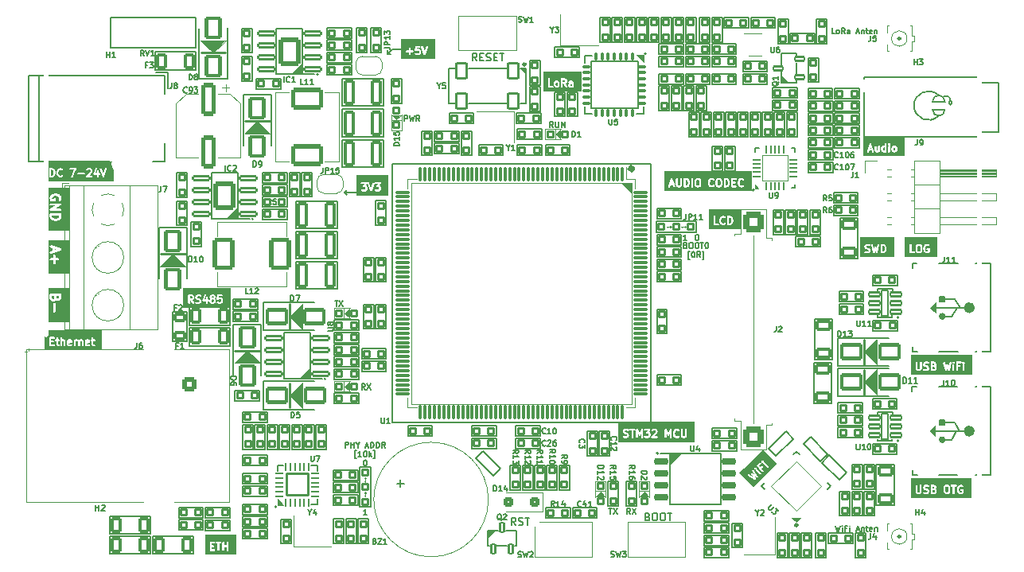
<source format=gto>
G04 #@! TF.GenerationSoftware,KiCad,Pcbnew,7.0.1-3b83917a11~172~ubuntu22.10.1*
G04 #@! TF.CreationDate,2023-03-21T16:32:08+07:00*
G04 #@! TF.ProjectId,GatewayPlus_V1.4,47617465-7761-4795-906c-75735f56312e,rev?*
G04 #@! TF.SameCoordinates,Original*
G04 #@! TF.FileFunction,Legend,Top*
G04 #@! TF.FilePolarity,Positive*
%FSLAX46Y46*%
G04 Gerber Fmt 4.6, Leading zero omitted, Abs format (unit mm)*
G04 Created by KiCad (PCBNEW 7.0.1-3b83917a11~172~ubuntu22.10.1) date 2023-03-21 16:32:08*
%MOMM*%
%LPD*%
G01*
G04 APERTURE LIST*
G04 Aperture macros list*
%AMRoundRect*
0 Rectangle with rounded corners*
0 $1 Rounding radius*
0 $2 $3 $4 $5 $6 $7 $8 $9 X,Y pos of 4 corners*
0 Add a 4 corners polygon primitive as box body*
4,1,4,$2,$3,$4,$5,$6,$7,$8,$9,$2,$3,0*
0 Add four circle primitives for the rounded corners*
1,1,$1+$1,$2,$3*
1,1,$1+$1,$4,$5*
1,1,$1+$1,$6,$7*
1,1,$1+$1,$8,$9*
0 Add four rect primitives between the rounded corners*
20,1,$1+$1,$2,$3,$4,$5,0*
20,1,$1+$1,$4,$5,$6,$7,0*
20,1,$1+$1,$6,$7,$8,$9,0*
20,1,$1+$1,$8,$9,$2,$3,0*%
%AMRotRect*
0 Rectangle, with rotation*
0 The origin of the aperture is its center*
0 $1 length*
0 $2 width*
0 $3 Rotation angle, in degrees counterclockwise*
0 Add horizontal line*
21,1,$1,$2,0,0,$3*%
%AMFreePoly0*
4,1,19,0.500000,-0.750000,0.000000,-0.750000,0.000000,-0.744911,-0.071157,-0.744911,-0.207708,-0.704816,-0.327430,-0.627875,-0.420627,-0.520320,-0.479746,-0.390866,-0.500000,-0.250000,-0.500000,0.250000,-0.479746,0.390866,-0.420627,0.520320,-0.327430,0.627875,-0.207708,0.704816,-0.071157,0.744911,0.000000,0.744911,0.000000,0.750000,0.500000,0.750000,0.500000,-0.750000,0.500000,-0.750000,
$1*%
%AMFreePoly1*
4,1,19,0.000000,0.744911,0.071157,0.744911,0.207708,0.704816,0.327430,0.627875,0.420627,0.520320,0.479746,0.390866,0.500000,0.250000,0.500000,-0.250000,0.479746,-0.390866,0.420627,-0.520320,0.327430,-0.627875,0.207708,-0.704816,0.071157,-0.744911,0.000000,-0.744911,0.000000,-0.750000,-0.500000,-0.750000,-0.500000,0.750000,0.000000,0.750000,0.000000,0.744911,0.000000,0.744911,
$1*%
%AMFreePoly2*
4,1,14,0.318306,0.106694,0.381694,0.043306,0.400000,-0.000888,0.400000,-0.062500,0.381694,-0.106694,0.337500,-0.125000,-0.337500,-0.125000,-0.381694,-0.106694,-0.400000,-0.062500,-0.400000,0.062500,-0.381694,0.106694,-0.337500,0.125000,0.274112,0.125000,0.318306,0.106694,0.318306,0.106694,$1*%
%AMFreePoly3*
4,1,14,0.381694,0.106694,0.400000,0.062500,0.400000,0.000888,0.381694,-0.043306,0.318306,-0.106694,0.274112,-0.125000,-0.337500,-0.125000,-0.381694,-0.106694,-0.400000,-0.062500,-0.400000,0.062500,-0.381694,0.106694,-0.337500,0.125000,0.337500,0.125000,0.381694,0.106694,0.381694,0.106694,$1*%
%AMFreePoly4*
4,1,14,0.106694,0.381694,0.125000,0.337500,0.125000,-0.337500,0.106694,-0.381694,0.062500,-0.400000,-0.062500,-0.400000,-0.106694,-0.381694,-0.125000,-0.337500,-0.125000,0.274112,-0.106694,0.318306,-0.043306,0.381694,0.000888,0.400000,0.062500,0.400000,0.106694,0.381694,0.106694,0.381694,$1*%
%AMFreePoly5*
4,1,14,0.043306,0.381694,0.106694,0.318306,0.125000,0.274112,0.125000,-0.337500,0.106694,-0.381694,0.062500,-0.400000,-0.062500,-0.400000,-0.106694,-0.381694,-0.125000,-0.337500,-0.125000,0.337500,-0.106694,0.381694,-0.062500,0.400000,-0.000888,0.400000,0.043306,0.381694,0.043306,0.381694,$1*%
%AMFreePoly6*
4,1,14,0.381694,0.106694,0.400000,0.062500,0.400000,-0.062500,0.381694,-0.106694,0.337500,-0.125000,-0.274112,-0.125000,-0.318306,-0.106693,-0.381694,-0.043306,-0.400000,0.000888,-0.400000,0.062500,-0.381694,0.106694,-0.337500,0.125000,0.337500,0.125000,0.381694,0.106694,0.381694,0.106694,$1*%
%AMFreePoly7*
4,1,14,0.381694,0.106694,0.400000,0.062500,0.400000,-0.062500,0.381694,-0.106694,0.337500,-0.125000,-0.337500,-0.125000,-0.381694,-0.106694,-0.400000,-0.062500,-0.400000,-0.000888,-0.381694,0.043306,-0.318306,0.106694,-0.274112,0.125000,0.337500,0.125000,0.381694,0.106694,0.381694,0.106694,$1*%
%AMFreePoly8*
4,1,14,0.106694,0.381694,0.125000,0.337500,0.125000,-0.274112,0.106694,-0.318306,0.043306,-0.381694,-0.000888,-0.400000,-0.062500,-0.400000,-0.106694,-0.381694,-0.125000,-0.337500,-0.125000,0.337500,-0.106694,0.381694,-0.062500,0.400000,0.062500,0.400000,0.106694,0.381694,0.106694,0.381694,$1*%
%AMFreePoly9*
4,1,14,0.106694,0.381694,0.125000,0.337500,0.125000,-0.337500,0.106694,-0.381694,0.062500,-0.400000,0.000888,-0.400000,-0.043306,-0.381693,-0.106694,-0.318306,-0.125000,-0.274112,-0.125000,0.337500,-0.106694,0.381694,-0.062500,0.400000,0.062500,0.400000,0.106694,0.381694,0.106694,0.381694,$1*%
G04 Aperture macros list end*
%ADD10C,0.150000*%
%ADD11C,0.200000*%
%ADD12C,0.250000*%
%ADD13C,0.120000*%
%ADD14C,0.100000*%
%ADD15C,0.240278*%
%ADD16C,0.300000*%
%ADD17C,0.500000*%
%ADD18C,0.575000*%
%ADD19R,1.400000X1.200000*%
%ADD20RoundRect,0.127500X-0.297500X-0.322500X0.297500X-0.322500X0.297500X0.322500X-0.297500X0.322500X0*%
%ADD21R,1.100000X1.100000*%
%ADD22R,2.200000X1.100000*%
%ADD23RoundRect,0.127500X-0.322500X0.297500X-0.322500X-0.297500X0.322500X-0.297500X0.322500X0.297500X0*%
%ADD24RoundRect,0.090000X0.560000X0.210000X-0.560000X0.210000X-0.560000X-0.210000X0.560000X-0.210000X0*%
%ADD25RoundRect,0.127500X0.297500X0.322500X-0.297500X0.322500X-0.297500X-0.322500X0.297500X-0.322500X0*%
%ADD26C,0.800000*%
%ADD27C,6.400000*%
%ADD28RoundRect,0.062500X0.062500X-0.350000X0.062500X0.350000X-0.062500X0.350000X-0.062500X-0.350000X0*%
%ADD29RoundRect,0.062500X0.350000X-0.062500X0.350000X0.062500X-0.350000X0.062500X-0.350000X-0.062500X0*%
%ADD30RoundRect,0.130000X1.170000X-1.170000X1.170000X1.170000X-1.170000X1.170000X-1.170000X-1.170000X0*%
%ADD31RoundRect,0.127500X0.322500X-0.297500X0.322500X0.297500X-0.322500X0.297500X-0.322500X-0.297500X0*%
%ADD32RoundRect,0.130000X0.520000X0.820000X-0.520000X0.820000X-0.520000X-0.820000X0.520000X-0.820000X0*%
%ADD33RoundRect,0.062500X0.309359X-0.220971X-0.220971X0.309359X-0.309359X0.220971X0.220971X-0.309359X0*%
%ADD34RoundRect,0.062500X0.309359X0.220971X0.220971X0.309359X-0.309359X-0.220971X-0.220971X-0.309359X0*%
%ADD35RotRect,3.450000X3.450000X135.000000*%
%ADD36FreePoly0,0.000000*%
%ADD37FreePoly1,0.000000*%
%ADD38R,1.200000X1.400000*%
%ADD39RoundRect,0.150000X-0.525000X0.350000X-0.525000X-0.350000X0.525000X-0.350000X0.525000X0.350000X0*%
%ADD40R,2.600000X2.600000*%
%ADD41C,2.600000*%
%ADD42RoundRect,0.250000X-0.550000X1.500000X-0.550000X-1.500000X0.550000X-1.500000X0.550000X1.500000X0*%
%ADD43RoundRect,0.172500X-0.402500X-0.702500X0.402500X-0.702500X0.402500X0.702500X-0.402500X0.702500X0*%
%ADD44R,2.000000X4.600000*%
%ADD45O,2.000000X4.200000*%
%ADD46O,4.200000X2.000000*%
%ADD47RoundRect,0.172500X0.702500X-0.402500X0.702500X0.402500X-0.702500X0.402500X-0.702500X-0.402500X0*%
%ADD48RoundRect,0.075000X-0.075000X0.312500X-0.075000X-0.312500X0.075000X-0.312500X0.075000X0.312500X0*%
%ADD49RoundRect,0.075000X-0.312500X0.075000X-0.312500X-0.075000X0.312500X-0.075000X0.312500X0.075000X0*%
%ADD50R,4.800000X4.800000*%
%ADD51RoundRect,0.180000X-1.020000X-0.720000X1.020000X-0.720000X1.020000X0.720000X-1.020000X0.720000X0*%
%ADD52RoundRect,0.172500X0.402500X1.177500X-0.402500X1.177500X-0.402500X-1.177500X0.402500X-1.177500X0*%
%ADD53RoundRect,0.127500X-0.438406X-0.017678X-0.017678X-0.438406X0.438406X0.017678X0.017678X0.438406X0*%
%ADD54RoundRect,0.180000X-0.720000X1.020000X-0.720000X-1.020000X0.720000X-1.020000X0.720000X1.020000X0*%
%ADD55R,1.500000X1.500000*%
%ADD56RoundRect,0.075000X-0.075000X0.675000X-0.075000X-0.675000X0.075000X-0.675000X0.075000X0.675000X0*%
%ADD57RoundRect,0.075000X-0.675000X0.075000X-0.675000X-0.075000X0.675000X-0.075000X0.675000X0.075000X0*%
%ADD58RoundRect,0.090000X0.885000X0.210000X-0.885000X0.210000X-0.885000X-0.210000X0.885000X-0.210000X0*%
%ADD59C,1.600000*%
%ADD60RoundRect,0.090000X0.210000X-0.510000X0.210000X0.510000X-0.210000X0.510000X-0.210000X-0.510000X0*%
%ADD61RoundRect,0.127500X0.438406X0.017678X0.017678X0.438406X-0.438406X-0.017678X-0.017678X-0.438406X0*%
%ADD62RoundRect,0.090000X0.510000X0.210000X-0.510000X0.210000X-0.510000X-0.210000X0.510000X-0.210000X0*%
%ADD63C,0.650000*%
%ADD64R,1.300000X0.600000*%
%ADD65R,1.300000X0.300000*%
%ADD66O,2.100000X1.000000*%
%ADD67O,1.600000X1.000000*%
%ADD68RoundRect,0.127500X0.017678X-0.438406X0.438406X-0.017678X-0.017678X0.438406X-0.438406X0.017678X0*%
%ADD69RoundRect,0.172500X0.402500X0.702500X-0.402500X0.702500X-0.402500X-0.702500X0.402500X-0.702500X0*%
%ADD70RoundRect,0.250000X0.300000X0.300000X-0.300000X0.300000X-0.300000X-0.300000X0.300000X-0.300000X0*%
%ADD71RoundRect,0.150000X-0.650000X-0.150000X0.650000X-0.150000X0.650000X0.150000X-0.650000X0.150000X0*%
%ADD72RoundRect,0.172500X-0.702500X0.402500X-0.702500X-0.402500X0.702500X-0.402500X0.702500X0.402500X0*%
%ADD73C,3.250000*%
%ADD74RoundRect,0.250500X-0.499500X0.499500X-0.499500X-0.499500X0.499500X-0.499500X0.499500X0.499500X0*%
%ADD75C,1.500000*%
%ADD76C,2.500000*%
%ADD77RoundRect,0.229000X0.916000X1.271000X-0.916000X1.271000X-0.916000X-1.271000X0.916000X-1.271000X0*%
%ADD78O,2.200000X1.600000*%
%ADD79RoundRect,0.180000X0.720000X-1.020000X0.720000X1.020000X-0.720000X1.020000X-0.720000X-1.020000X0*%
%ADD80R,1.200000X0.400000*%
%ADD81RoundRect,0.330000X-0.770000X-0.770000X0.770000X-0.770000X0.770000X0.770000X-0.770000X0.770000X0*%
%ADD82FreePoly2,90.000000*%
%ADD83RoundRect,0.062500X0.062500X-0.337500X0.062500X0.337500X-0.062500X0.337500X-0.062500X-0.337500X0*%
%ADD84FreePoly3,90.000000*%
%ADD85FreePoly4,90.000000*%
%ADD86RoundRect,0.062500X0.337500X-0.062500X0.337500X0.062500X-0.337500X0.062500X-0.337500X-0.062500X0*%
%ADD87FreePoly5,90.000000*%
%ADD88FreePoly6,90.000000*%
%ADD89FreePoly7,90.000000*%
%ADD90FreePoly8,90.000000*%
%ADD91FreePoly9,90.000000*%
%ADD92R,2.400000X2.400000*%
%ADD93R,0.650000X0.400000*%
%ADD94RoundRect,0.235000X-0.940000X-1.465000X0.940000X-1.465000X0.940000X1.465000X-0.940000X1.465000X0*%
%ADD95RoundRect,0.235000X-1.465000X0.940000X-1.465000X-0.940000X1.465000X-0.940000X1.465000X0.940000X0*%
%ADD96R,1.600000X1.600000*%
%ADD97R,1.700000X1.700000*%
%ADD98O,1.700000X1.700000*%
%ADD99C,0.950000*%
G04 APERTURE END LIST*
D10*
X133914497Y-63134559D02*
X134400282Y-62648774D01*
X130640000Y-77889056D02*
X129360000Y-77889056D01*
X133914497Y-63134559D02*
X133914497Y-62764559D01*
X129360000Y-77889056D02*
X129620000Y-77629056D01*
X134369985Y-74809041D02*
X161950000Y-74809041D01*
X161950000Y-102389056D01*
X134369985Y-102389056D01*
X134369985Y-74809041D01*
X133914497Y-63134559D02*
X134254497Y-63134559D01*
X129360000Y-77889056D02*
X129620000Y-78149056D01*
X134400282Y-62648774D02*
X135330000Y-62648774D01*
X128277142Y-89396571D02*
X128620000Y-89396571D01*
X128448571Y-89996571D02*
X128448571Y-89396571D01*
X128762857Y-89396571D02*
X129162857Y-89996571D01*
X129162857Y-89396571D02*
X128762857Y-89996571D01*
X157467142Y-111506571D02*
X157810000Y-111506571D01*
X157638571Y-112106571D02*
X157638571Y-111506571D01*
X157952857Y-111506571D02*
X158352857Y-112106571D01*
X158352857Y-111506571D02*
X157952857Y-112106571D01*
X129385714Y-105043627D02*
X129385714Y-104443627D01*
X129385714Y-104443627D02*
X129614285Y-104443627D01*
X129614285Y-104443627D02*
X129671428Y-104472198D01*
X129671428Y-104472198D02*
X129699999Y-104500770D01*
X129699999Y-104500770D02*
X129728571Y-104557913D01*
X129728571Y-104557913D02*
X129728571Y-104643627D01*
X129728571Y-104643627D02*
X129699999Y-104700770D01*
X129699999Y-104700770D02*
X129671428Y-104729341D01*
X129671428Y-104729341D02*
X129614285Y-104757913D01*
X129614285Y-104757913D02*
X129385714Y-104757913D01*
X129985714Y-105043627D02*
X129985714Y-104443627D01*
X129985714Y-104729341D02*
X130328571Y-104729341D01*
X130328571Y-105043627D02*
X130328571Y-104443627D01*
X130728570Y-104757913D02*
X130728570Y-105043627D01*
X130528570Y-104443627D02*
X130728570Y-104757913D01*
X130728570Y-104757913D02*
X130928570Y-104443627D01*
X131557142Y-104872198D02*
X131842857Y-104872198D01*
X131499999Y-105043627D02*
X131699999Y-104443627D01*
X131699999Y-104443627D02*
X131899999Y-105043627D01*
X132100000Y-105043627D02*
X132100000Y-104443627D01*
X132100000Y-104443627D02*
X132242857Y-104443627D01*
X132242857Y-104443627D02*
X132328571Y-104472198D01*
X132328571Y-104472198D02*
X132385714Y-104529341D01*
X132385714Y-104529341D02*
X132414285Y-104586484D01*
X132414285Y-104586484D02*
X132442857Y-104700770D01*
X132442857Y-104700770D02*
X132442857Y-104786484D01*
X132442857Y-104786484D02*
X132414285Y-104900770D01*
X132414285Y-104900770D02*
X132385714Y-104957913D01*
X132385714Y-104957913D02*
X132328571Y-105015056D01*
X132328571Y-105015056D02*
X132242857Y-105043627D01*
X132242857Y-105043627D02*
X132100000Y-105043627D01*
X132700000Y-105043627D02*
X132700000Y-104443627D01*
X132700000Y-104443627D02*
X132842857Y-104443627D01*
X132842857Y-104443627D02*
X132928571Y-104472198D01*
X132928571Y-104472198D02*
X132985714Y-104529341D01*
X132985714Y-104529341D02*
X133014285Y-104586484D01*
X133014285Y-104586484D02*
X133042857Y-104700770D01*
X133042857Y-104700770D02*
X133042857Y-104786484D01*
X133042857Y-104786484D02*
X133014285Y-104900770D01*
X133014285Y-104900770D02*
X132985714Y-104957913D01*
X132985714Y-104957913D02*
X132928571Y-105015056D01*
X132928571Y-105015056D02*
X132842857Y-105043627D01*
X132842857Y-105043627D02*
X132700000Y-105043627D01*
X133642857Y-105043627D02*
X133442857Y-104757913D01*
X133300000Y-105043627D02*
X133300000Y-104443627D01*
X133300000Y-104443627D02*
X133528571Y-104443627D01*
X133528571Y-104443627D02*
X133585714Y-104472198D01*
X133585714Y-104472198D02*
X133614285Y-104500770D01*
X133614285Y-104500770D02*
X133642857Y-104557913D01*
X133642857Y-104557913D02*
X133642857Y-104643627D01*
X133642857Y-104643627D02*
X133614285Y-104700770D01*
X133614285Y-104700770D02*
X133585714Y-104729341D01*
X133585714Y-104729341D02*
X133528571Y-104757913D01*
X133528571Y-104757913D02*
X133300000Y-104757913D01*
X130599999Y-106215627D02*
X130457142Y-106215627D01*
X130457142Y-106215627D02*
X130457142Y-105358484D01*
X130457142Y-105358484D02*
X130599999Y-105358484D01*
X131142856Y-106015627D02*
X130799999Y-106015627D01*
X130971428Y-106015627D02*
X130971428Y-105415627D01*
X130971428Y-105415627D02*
X130914285Y-105501341D01*
X130914285Y-105501341D02*
X130857142Y-105558484D01*
X130857142Y-105558484D02*
X130799999Y-105587056D01*
X131514285Y-105415627D02*
X131571428Y-105415627D01*
X131571428Y-105415627D02*
X131628571Y-105444198D01*
X131628571Y-105444198D02*
X131657143Y-105472770D01*
X131657143Y-105472770D02*
X131685714Y-105529913D01*
X131685714Y-105529913D02*
X131714285Y-105644198D01*
X131714285Y-105644198D02*
X131714285Y-105787056D01*
X131714285Y-105787056D02*
X131685714Y-105901341D01*
X131685714Y-105901341D02*
X131657143Y-105958484D01*
X131657143Y-105958484D02*
X131628571Y-105987056D01*
X131628571Y-105987056D02*
X131571428Y-106015627D01*
X131571428Y-106015627D02*
X131514285Y-106015627D01*
X131514285Y-106015627D02*
X131457143Y-105987056D01*
X131457143Y-105987056D02*
X131428571Y-105958484D01*
X131428571Y-105958484D02*
X131400000Y-105901341D01*
X131400000Y-105901341D02*
X131371428Y-105787056D01*
X131371428Y-105787056D02*
X131371428Y-105644198D01*
X131371428Y-105644198D02*
X131400000Y-105529913D01*
X131400000Y-105529913D02*
X131428571Y-105472770D01*
X131428571Y-105472770D02*
X131457143Y-105444198D01*
X131457143Y-105444198D02*
X131514285Y-105415627D01*
X131971429Y-106015627D02*
X131971429Y-105415627D01*
X132028572Y-105787056D02*
X132200000Y-106015627D01*
X132200000Y-105615627D02*
X131971429Y-105844198D01*
X132400000Y-106215627D02*
X132542857Y-106215627D01*
X132542857Y-106215627D02*
X132542857Y-105358484D01*
X132542857Y-105358484D02*
X132400000Y-105358484D01*
D11*
G36*
X138942381Y-63693342D02*
G01*
X135335714Y-63693342D01*
X135335714Y-62891221D01*
X135837315Y-62891221D01*
X135861710Y-62944640D01*
X135911113Y-62976389D01*
X136145238Y-62976389D01*
X136145238Y-63195530D01*
X136157561Y-63237498D01*
X136201943Y-63275955D01*
X136260070Y-63284312D01*
X136313489Y-63259917D01*
X136345238Y-63210514D01*
X136345238Y-63097525D01*
X136788899Y-63097525D01*
X136801383Y-63154908D01*
X136851375Y-63204900D01*
X136859968Y-63219367D01*
X136884602Y-63231684D01*
X136908798Y-63244896D01*
X136910747Y-63244756D01*
X136957600Y-63268183D01*
X136977779Y-63281151D01*
X136998215Y-63281151D01*
X137018330Y-63284771D01*
X137027058Y-63281151D01*
X137192233Y-63281151D01*
X137216076Y-63283725D01*
X137234352Y-63274586D01*
X137253965Y-63268828D01*
X137260152Y-63261686D01*
X137307313Y-63238106D01*
X137323758Y-63234529D01*
X137343242Y-63215044D01*
X137363417Y-63196278D01*
X137363901Y-63194384D01*
X137373750Y-63184535D01*
X137388215Y-63175944D01*
X137400529Y-63151314D01*
X137413745Y-63127112D01*
X137413605Y-63125162D01*
X137437031Y-63078311D01*
X137449999Y-63058133D01*
X137449999Y-63037697D01*
X137453619Y-63017582D01*
X137449999Y-63008854D01*
X137449999Y-62843679D01*
X137452573Y-62819836D01*
X137443434Y-62801558D01*
X137437676Y-62781947D01*
X137430535Y-62775759D01*
X137406953Y-62728593D01*
X137403377Y-62712155D01*
X137383906Y-62692684D01*
X137365126Y-62672495D01*
X137363232Y-62672010D01*
X137353386Y-62662164D01*
X137344793Y-62647696D01*
X137320143Y-62635371D01*
X137295963Y-62622168D01*
X137294014Y-62622307D01*
X137247157Y-62598879D01*
X137226981Y-62585913D01*
X137206545Y-62585913D01*
X137186430Y-62582293D01*
X137177702Y-62585913D01*
X137012527Y-62585913D01*
X137010990Y-62585747D01*
X137021450Y-62481151D01*
X137326283Y-62481151D01*
X137368251Y-62468828D01*
X137406708Y-62424446D01*
X137412391Y-62384918D01*
X137474417Y-62384918D01*
X137744649Y-63195612D01*
X137744242Y-63206881D01*
X137753756Y-63222932D01*
X137754917Y-63226415D01*
X137761054Y-63235246D01*
X137774185Y-63257399D01*
X137777661Y-63259140D01*
X137779879Y-63262332D01*
X137803670Y-63272174D01*
X137826687Y-63283708D01*
X137830550Y-63283294D01*
X137834144Y-63284781D01*
X137859480Y-63280197D01*
X137885079Y-63277458D01*
X137888107Y-63275019D01*
X137891931Y-63274328D01*
X137910764Y-63256777D01*
X137930821Y-63240630D01*
X137932049Y-63236943D01*
X137934895Y-63234292D01*
X137941252Y-63209334D01*
X138211319Y-62399132D01*
X138212900Y-62355421D01*
X138182957Y-62304903D01*
X138130455Y-62278593D01*
X138072063Y-62284844D01*
X138026321Y-62321672D01*
X137845237Y-62864923D01*
X137668892Y-62335887D01*
X137643930Y-62299970D01*
X137589665Y-62277521D01*
X137531878Y-62287974D01*
X137488914Y-62328010D01*
X137474417Y-62384918D01*
X137412391Y-62384918D01*
X137415065Y-62366319D01*
X137390670Y-62312900D01*
X137341267Y-62281151D01*
X136943137Y-62281151D01*
X136926459Y-62277026D01*
X136900713Y-62285807D01*
X136874605Y-62293474D01*
X136873080Y-62295233D01*
X136870877Y-62295985D01*
X136853962Y-62317296D01*
X136836148Y-62337856D01*
X136835816Y-62340160D01*
X136834370Y-62341983D01*
X136831663Y-62369048D01*
X136827791Y-62395983D01*
X136828758Y-62398100D01*
X136795370Y-62731973D01*
X136791016Y-62739948D01*
X136792499Y-62760688D01*
X136791922Y-62766460D01*
X136793519Y-62774952D01*
X136795205Y-62798524D01*
X136798874Y-62803426D01*
X136800007Y-62809446D01*
X136816238Y-62826621D01*
X136830397Y-62845536D01*
X136836135Y-62847676D01*
X136840342Y-62852128D01*
X136863276Y-62857800D01*
X136885419Y-62866060D01*
X136891405Y-62864757D01*
X136897349Y-62866228D01*
X136919711Y-62858600D01*
X136942803Y-62853577D01*
X136947133Y-62849246D01*
X136952931Y-62847269D01*
X136967623Y-62828757D01*
X136990187Y-62806193D01*
X137030748Y-62785913D01*
X137174011Y-62785913D01*
X137214572Y-62806193D01*
X137229719Y-62821340D01*
X137249999Y-62861900D01*
X137249999Y-63005164D01*
X137229719Y-63045723D01*
X137214572Y-63060870D01*
X137174011Y-63081151D01*
X137030748Y-63081151D01*
X136990189Y-63060871D01*
X136953399Y-63024082D01*
X136915010Y-63003120D01*
X136856434Y-63007309D01*
X136809422Y-63042502D01*
X136788899Y-63097525D01*
X136345238Y-63097525D01*
X136345238Y-62976389D01*
X136564379Y-62976389D01*
X136606347Y-62964066D01*
X136644804Y-62919684D01*
X136653161Y-62861557D01*
X136628766Y-62808138D01*
X136579363Y-62776389D01*
X136345238Y-62776389D01*
X136345238Y-62557248D01*
X136332915Y-62515280D01*
X136288533Y-62476823D01*
X136230406Y-62468466D01*
X136176987Y-62492861D01*
X136145238Y-62542264D01*
X136145238Y-62776389D01*
X135926097Y-62776389D01*
X135884129Y-62788712D01*
X135845672Y-62833094D01*
X135837315Y-62891221D01*
X135335714Y-62891221D01*
X135335714Y-61564770D01*
X138942381Y-61564770D01*
X138942381Y-63693342D01*
G37*
G36*
X175366424Y-106748521D02*
G01*
X172870000Y-109244945D01*
X171585230Y-107960175D01*
X172213045Y-107960175D01*
X172238480Y-108013106D01*
X172954937Y-108454002D01*
X172968624Y-108467021D01*
X172993687Y-108471820D01*
X173018307Y-108478529D01*
X173022245Y-108477288D01*
X173026302Y-108478065D01*
X173049982Y-108468551D01*
X173074320Y-108460886D01*
X173076962Y-108457713D01*
X173080794Y-108456174D01*
X173095575Y-108435363D01*
X173111901Y-108415761D01*
X173112408Y-108411665D01*
X173114801Y-108408297D01*
X173115984Y-108382799D01*
X173119122Y-108357481D01*
X173117333Y-108353759D01*
X173117525Y-108349635D01*
X173104740Y-108327553D01*
X173093687Y-108304550D01*
X173090170Y-108302385D01*
X172994390Y-108136948D01*
X173172597Y-108240120D01*
X173186629Y-108252768D01*
X173211812Y-108256892D01*
X173236604Y-108262938D01*
X173240508Y-108261591D01*
X173244583Y-108262259D01*
X173267991Y-108252116D01*
X173292122Y-108243797D01*
X173294679Y-108240553D01*
X173298467Y-108238912D01*
X173312681Y-108217716D01*
X173328478Y-108197679D01*
X173328875Y-108193571D01*
X173331177Y-108190139D01*
X173331675Y-108164615D01*
X173334131Y-108139226D01*
X173332243Y-108135553D01*
X173332324Y-108131425D01*
X173318949Y-108109691D01*
X173307284Y-108086997D01*
X173303710Y-108084928D01*
X172878400Y-107393800D01*
X172845909Y-107364516D01*
X172787956Y-107355025D01*
X172734072Y-107378372D01*
X172701362Y-107427145D01*
X172700215Y-107485859D01*
X172938901Y-107873723D01*
X172780305Y-107781904D01*
X172767604Y-107769823D01*
X172741219Y-107764770D01*
X172715123Y-107758407D01*
X172712573Y-107759285D01*
X172709926Y-107758779D01*
X172685002Y-107768791D01*
X172659604Y-107777548D01*
X172657934Y-107779665D01*
X172655434Y-107780670D01*
X172639877Y-107802570D01*
X172623248Y-107823666D01*
X172622988Y-107826348D01*
X172621427Y-107828547D01*
X172620180Y-107855389D01*
X172617596Y-107882119D01*
X172618828Y-107884515D01*
X172618703Y-107887209D01*
X172632162Y-107910457D01*
X172644443Y-107934348D01*
X172646776Y-107935698D01*
X172731164Y-108081459D01*
X172356061Y-107850627D01*
X172313860Y-107839127D01*
X172257847Y-107856770D01*
X172220266Y-107901894D01*
X172213045Y-107960175D01*
X171585230Y-107960175D01*
X171364872Y-107739817D01*
X171869168Y-107235521D01*
X172912313Y-107235521D01*
X172914719Y-107246583D01*
X172913109Y-107257788D01*
X172916270Y-107264710D01*
X172916270Y-107289677D01*
X172913109Y-107311663D01*
X172922335Y-107331866D01*
X172928593Y-107353178D01*
X172934343Y-107358160D01*
X172937504Y-107365082D01*
X172956189Y-107377090D01*
X172972975Y-107391635D01*
X172980506Y-107392717D01*
X172986907Y-107396831D01*
X173009116Y-107396831D01*
X173031102Y-107399992D01*
X173038024Y-107396831D01*
X173044621Y-107396831D01*
X173047992Y-107398672D01*
X173066558Y-107397343D01*
X173084977Y-107399992D01*
X173095273Y-107395289D01*
X173106568Y-107394482D01*
X173113987Y-107388927D01*
X173100875Y-107424083D01*
X173113358Y-107481466D01*
X173521412Y-107889520D01*
X173559801Y-107910482D01*
X173618377Y-107906293D01*
X173665388Y-107871100D01*
X173685912Y-107816077D01*
X173673428Y-107758694D01*
X173265375Y-107350640D01*
X173226986Y-107329678D01*
X173168410Y-107333867D01*
X173165539Y-107336015D01*
X173166031Y-107332594D01*
X173170145Y-107326194D01*
X173170145Y-107314875D01*
X173174102Y-107304266D01*
X173171695Y-107293202D01*
X173173306Y-107281999D01*
X173170145Y-107275077D01*
X173170145Y-107250110D01*
X173173306Y-107228124D01*
X173164079Y-107207920D01*
X173157822Y-107186609D01*
X173152071Y-107181626D01*
X173148911Y-107174705D01*
X173130225Y-107162696D01*
X173113440Y-107148152D01*
X173105908Y-107147069D01*
X173099508Y-107142956D01*
X173077299Y-107142956D01*
X173055313Y-107139795D01*
X173048391Y-107142956D01*
X173041794Y-107142956D01*
X173038424Y-107141116D01*
X173019860Y-107142443D01*
X173001438Y-107139795D01*
X172991140Y-107144497D01*
X172979848Y-107145305D01*
X172970784Y-107152089D01*
X172959923Y-107155279D01*
X172954940Y-107161029D01*
X172948019Y-107164190D01*
X172941898Y-107173713D01*
X172932836Y-107180498D01*
X172928879Y-107191105D01*
X172921466Y-107199661D01*
X172920383Y-107207192D01*
X172916270Y-107213593D01*
X172916270Y-107224912D01*
X172912313Y-107235521D01*
X171869168Y-107235521D01*
X172138542Y-106966147D01*
X173181687Y-106966147D01*
X173186408Y-106987850D01*
X173187993Y-107010004D01*
X173192553Y-107016096D01*
X173194171Y-107023530D01*
X173209872Y-107039231D01*
X173223186Y-107057016D01*
X173230316Y-107059675D01*
X173479248Y-107308607D01*
X173492560Y-107326390D01*
X173499689Y-107329049D01*
X173790786Y-107620146D01*
X173829175Y-107641108D01*
X173887751Y-107636919D01*
X173934763Y-107601726D01*
X173955286Y-107546703D01*
X173942802Y-107489320D01*
X173696438Y-107242956D01*
X173824458Y-107114938D01*
X173845420Y-107076548D01*
X173841230Y-107017972D01*
X173806037Y-106970961D01*
X173751015Y-106950438D01*
X173693631Y-106962921D01*
X173555017Y-107101534D01*
X173427064Y-106973582D01*
X173635896Y-106764751D01*
X173656858Y-106726362D01*
X173652668Y-106667786D01*
X173617476Y-106620775D01*
X173562453Y-106600252D01*
X173505070Y-106612735D01*
X173219994Y-106897810D01*
X173202210Y-106911124D01*
X173194447Y-106931936D01*
X173183804Y-106951428D01*
X173184346Y-106959016D01*
X173181687Y-106966147D01*
X172138542Y-106966147D01*
X172623416Y-106481273D01*
X173666560Y-106481273D01*
X173668966Y-106492336D01*
X173667356Y-106503541D01*
X173670517Y-106510463D01*
X173670517Y-106535430D01*
X173667356Y-106557416D01*
X173676582Y-106577619D01*
X173682840Y-106598931D01*
X173688590Y-106603913D01*
X173691751Y-106610835D01*
X173710436Y-106622843D01*
X173727222Y-106637388D01*
X173734753Y-106638470D01*
X173741154Y-106642584D01*
X173763363Y-106642584D01*
X173785349Y-106645745D01*
X173792271Y-106642584D01*
X173798866Y-106642584D01*
X173802236Y-106644424D01*
X173820800Y-106643096D01*
X173839223Y-106645745D01*
X173849520Y-106641042D01*
X173860812Y-106640235D01*
X173868234Y-106634678D01*
X173855121Y-106669836D01*
X173867605Y-106727219D01*
X174275659Y-107135273D01*
X174314048Y-107156235D01*
X174372624Y-107152046D01*
X174419636Y-107116853D01*
X174440159Y-107061830D01*
X174427676Y-107004447D01*
X174019621Y-106596393D01*
X173981232Y-106575431D01*
X173922656Y-106579620D01*
X173919785Y-106581768D01*
X173920277Y-106578347D01*
X173924391Y-106571947D01*
X173924391Y-106560628D01*
X173928348Y-106550020D01*
X173925941Y-106538956D01*
X173927552Y-106527752D01*
X173924391Y-106520830D01*
X173924391Y-106495863D01*
X173927552Y-106473877D01*
X173918325Y-106453673D01*
X173912068Y-106432362D01*
X173906317Y-106427379D01*
X173903157Y-106420458D01*
X173884471Y-106408449D01*
X173867686Y-106393905D01*
X173860154Y-106392822D01*
X173853754Y-106388709D01*
X173831545Y-106388709D01*
X173809559Y-106385548D01*
X173802637Y-106388709D01*
X173796042Y-106388709D01*
X173792672Y-106386869D01*
X173774107Y-106388196D01*
X173755685Y-106385548D01*
X173745387Y-106390250D01*
X173734096Y-106391058D01*
X173725033Y-106397842D01*
X173714170Y-106401032D01*
X173709187Y-106406782D01*
X173702266Y-106409943D01*
X173696145Y-106419466D01*
X173687084Y-106426250D01*
X173683127Y-106436857D01*
X173675713Y-106445414D01*
X173674630Y-106452945D01*
X173670517Y-106459346D01*
X173670517Y-106470665D01*
X173666560Y-106481273D01*
X172623416Y-106481273D01*
X173861296Y-105243394D01*
X175366424Y-106748521D01*
G37*
G36*
X153504762Y-66521151D02*
G01*
X153361701Y-66521151D01*
X153336440Y-66508520D01*
X153323809Y-66483258D01*
X153323809Y-66454282D01*
X153336440Y-66429019D01*
X153361701Y-66416389D01*
X153504762Y-66416389D01*
X153504762Y-66521151D01*
G37*
G36*
X151983620Y-66208098D02*
G01*
X151998767Y-66223245D01*
X152019047Y-66263804D01*
X152019047Y-66445164D01*
X151998767Y-66485723D01*
X151983620Y-66500870D01*
X151943059Y-66521151D01*
X151875986Y-66521151D01*
X151835426Y-66500871D01*
X151820281Y-66485725D01*
X151799999Y-66445162D01*
X151799999Y-66263805D01*
X151820280Y-66223244D01*
X151835427Y-66208097D01*
X151875988Y-66187817D01*
X151943059Y-66187817D01*
X151983620Y-66208098D01*
G37*
G36*
X152783620Y-65941430D02*
G01*
X152798767Y-65956578D01*
X152819048Y-65997139D01*
X152819048Y-66064210D01*
X152798766Y-66104772D01*
X152783621Y-66119918D01*
X152743061Y-66140198D01*
X152657556Y-66140198D01*
X152633483Y-66137703D01*
X152628546Y-66140198D01*
X152561905Y-66140198D01*
X152561905Y-65921151D01*
X152743061Y-65921151D01*
X152783620Y-65941430D01*
G37*
G36*
X154549525Y-67133342D02*
G01*
X150485714Y-67133342D01*
X150485714Y-66635983D01*
X150987315Y-66635983D01*
X150996541Y-66656186D01*
X151002799Y-66677498D01*
X151008549Y-66682480D01*
X151011710Y-66689402D01*
X151030395Y-66701410D01*
X151047181Y-66715955D01*
X151054712Y-66717037D01*
X151061113Y-66721151D01*
X151083322Y-66721151D01*
X151105308Y-66724312D01*
X151112230Y-66721151D01*
X151485807Y-66721151D01*
X151527775Y-66708828D01*
X151566232Y-66664446D01*
X151574589Y-66606319D01*
X151550194Y-66552900D01*
X151500791Y-66521151D01*
X151190476Y-66521151D01*
X151190476Y-66251385D01*
X151596379Y-66251385D01*
X151599999Y-66260114D01*
X151599999Y-66463386D01*
X151597425Y-66487229D01*
X151606563Y-66505505D01*
X151612322Y-66525117D01*
X151619463Y-66531305D01*
X151643044Y-66578466D01*
X151646621Y-66594907D01*
X151666096Y-66614383D01*
X151684874Y-66634569D01*
X151686766Y-66635052D01*
X151696613Y-66644900D01*
X151705206Y-66659367D01*
X151729842Y-66671685D01*
X151754035Y-66684896D01*
X151755985Y-66684756D01*
X151802838Y-66708183D01*
X151823017Y-66721151D01*
X151843453Y-66721151D01*
X151863568Y-66724771D01*
X151872296Y-66721151D01*
X151961281Y-66721151D01*
X151985124Y-66723725D01*
X152003400Y-66714586D01*
X152023013Y-66708828D01*
X152029200Y-66701686D01*
X152076361Y-66678106D01*
X152092806Y-66674529D01*
X152112290Y-66655044D01*
X152132465Y-66636278D01*
X152132949Y-66634384D01*
X152142798Y-66624535D01*
X152157263Y-66615944D01*
X152169577Y-66591314D01*
X152182793Y-66567112D01*
X152182653Y-66565162D01*
X152206079Y-66518311D01*
X152219047Y-66498133D01*
X152219047Y-66477697D01*
X152222667Y-66457582D01*
X152219047Y-66448854D01*
X152219047Y-66255030D01*
X152358744Y-66255030D01*
X152361905Y-66261952D01*
X152361905Y-66635530D01*
X152374228Y-66677498D01*
X152418610Y-66715955D01*
X152476737Y-66724312D01*
X152530156Y-66699917D01*
X152561905Y-66650514D01*
X152561905Y-66340198D01*
X152600315Y-66340198D01*
X152845370Y-66690277D01*
X152879533Y-66717591D01*
X152937946Y-66723645D01*
X152990358Y-66697158D01*
X153020131Y-66646539D01*
X153017810Y-66587860D01*
X152915611Y-66441862D01*
X153120189Y-66441862D01*
X153123809Y-66450590D01*
X153123809Y-66501481D01*
X153121235Y-66525324D01*
X153130373Y-66543600D01*
X153136132Y-66563212D01*
X153143273Y-66569400D01*
X153161069Y-66604990D01*
X153160932Y-66608876D01*
X153174081Y-66631015D01*
X153178893Y-66640638D01*
X153181393Y-66643326D01*
X153190921Y-66659367D01*
X153201003Y-66664408D01*
X153208684Y-66672665D01*
X153226762Y-66677287D01*
X153288553Y-66708183D01*
X153308732Y-66721151D01*
X153329168Y-66721151D01*
X153349283Y-66724771D01*
X153358011Y-66721151D01*
X153523186Y-66721151D01*
X153547029Y-66723725D01*
X153562322Y-66716078D01*
X153619594Y-66724312D01*
X153673013Y-66699917D01*
X153704762Y-66650514D01*
X153704762Y-66595639D01*
X153708919Y-66579383D01*
X153704762Y-66566874D01*
X153704762Y-66290877D01*
X153708919Y-66274621D01*
X153704762Y-66262112D01*
X153704762Y-66207488D01*
X153707336Y-66183645D01*
X153698197Y-66165368D01*
X153692439Y-66145756D01*
X153685297Y-66139567D01*
X153667502Y-66103978D01*
X153667640Y-66100093D01*
X153654487Y-66077948D01*
X153649679Y-66068331D01*
X153647179Y-66065644D01*
X153637652Y-66049602D01*
X153627568Y-66044560D01*
X153619889Y-66036304D01*
X153601811Y-66031681D01*
X153540014Y-66000782D01*
X153519839Y-65987817D01*
X153499404Y-65987817D01*
X153479289Y-65984197D01*
X153470561Y-65987817D01*
X153343478Y-65987817D01*
X153319635Y-65985243D01*
X153301356Y-65994382D01*
X153281748Y-66000140D01*
X153275560Y-66007280D01*
X153204322Y-66042901D01*
X153172296Y-66072692D01*
X153157748Y-66129588D01*
X153176269Y-66185315D01*
X153221978Y-66222184D01*
X153280364Y-66228487D01*
X153361703Y-66187817D01*
X153466869Y-66187817D01*
X153492131Y-66200448D01*
X153500102Y-66216389D01*
X153343480Y-66216389D01*
X153319637Y-66213815D01*
X153301360Y-66222953D01*
X153281748Y-66228712D01*
X153275559Y-66235853D01*
X153239970Y-66253648D01*
X153236085Y-66253511D01*
X153213940Y-66266663D01*
X153204323Y-66271472D01*
X153201636Y-66273971D01*
X153185594Y-66283499D01*
X153180552Y-66293582D01*
X153172296Y-66301262D01*
X153167673Y-66319339D01*
X153136774Y-66381136D01*
X153123809Y-66401312D01*
X153123809Y-66421747D01*
X153120189Y-66441862D01*
X152915611Y-66441862D01*
X152830401Y-66320133D01*
X152876362Y-66297153D01*
X152892805Y-66293576D01*
X152912283Y-66274098D01*
X152932466Y-66255325D01*
X152932950Y-66253431D01*
X152942796Y-66243584D01*
X152957263Y-66234993D01*
X152969583Y-66210351D01*
X152982792Y-66186162D01*
X152982652Y-66184214D01*
X153006082Y-66137355D01*
X153019048Y-66117180D01*
X153019048Y-66096745D01*
X153022668Y-66076630D01*
X153019048Y-66067902D01*
X153019048Y-65978916D01*
X153021622Y-65955073D01*
X153012483Y-65936795D01*
X153006725Y-65917185D01*
X152999583Y-65910997D01*
X152976001Y-65863832D01*
X152972425Y-65847393D01*
X152952953Y-65827921D01*
X152934173Y-65807732D01*
X152932279Y-65807247D01*
X152922433Y-65797401D01*
X152913841Y-65782935D01*
X152889206Y-65770617D01*
X152865011Y-65757406D01*
X152863061Y-65757545D01*
X152816208Y-65734118D01*
X152796030Y-65721151D01*
X152775594Y-65721151D01*
X152755479Y-65717531D01*
X152746751Y-65721151D01*
X152469059Y-65721151D01*
X152447073Y-65717990D01*
X152426869Y-65727216D01*
X152405558Y-65733474D01*
X152400575Y-65739224D01*
X152393654Y-65742385D01*
X152381645Y-65761070D01*
X152367101Y-65777856D01*
X152366018Y-65785387D01*
X152361905Y-65791788D01*
X152361905Y-65813997D01*
X152358744Y-65835983D01*
X152361905Y-65842905D01*
X152361905Y-66233044D01*
X152358744Y-66255030D01*
X152219047Y-66255030D01*
X152219047Y-66245583D01*
X152221621Y-66221740D01*
X152212482Y-66203463D01*
X152206724Y-66183851D01*
X152199582Y-66177662D01*
X152176001Y-66130501D01*
X152172425Y-66114060D01*
X152152950Y-66094585D01*
X152134174Y-66074399D01*
X152132279Y-66073914D01*
X152122434Y-66064069D01*
X152113842Y-66049602D01*
X152089193Y-66037277D01*
X152065011Y-66024073D01*
X152063063Y-66024212D01*
X152016204Y-66000782D01*
X151996029Y-65987817D01*
X151975594Y-65987817D01*
X151955479Y-65984197D01*
X151946751Y-65987817D01*
X151857763Y-65987817D01*
X151833920Y-65985243D01*
X151815641Y-65994382D01*
X151796033Y-66000140D01*
X151789845Y-66007280D01*
X151742680Y-66030864D01*
X151726242Y-66034440D01*
X151706770Y-66053911D01*
X151686581Y-66072692D01*
X151686096Y-66074585D01*
X151676251Y-66084430D01*
X151661784Y-66093023D01*
X151649458Y-66117674D01*
X151636255Y-66141854D01*
X151636394Y-66143801D01*
X151612965Y-66190659D01*
X151599999Y-66210835D01*
X151599999Y-66231270D01*
X151596379Y-66251385D01*
X151190476Y-66251385D01*
X151190476Y-65806772D01*
X151178153Y-65764804D01*
X151133771Y-65726347D01*
X151075644Y-65717990D01*
X151022225Y-65742385D01*
X150990476Y-65791788D01*
X150990476Y-66613997D01*
X150987315Y-66635983D01*
X150485714Y-66635983D01*
X150485714Y-65004770D01*
X154549525Y-65004770D01*
X154549525Y-67133342D01*
G37*
D12*
G36*
X98461190Y-89090199D02*
G01*
X98429316Y-89185819D01*
X98416907Y-89198228D01*
X98366206Y-89223579D01*
X98282365Y-89223579D01*
X98231663Y-89198227D01*
X98212730Y-89179295D01*
X98187380Y-89128595D01*
X98187380Y-88902151D01*
X98461190Y-88902151D01*
X98461190Y-89090199D01*
G37*
G36*
X98937380Y-89080976D02*
G01*
X98912028Y-89131677D01*
X98893097Y-89150609D01*
X98842396Y-89175960D01*
X98806174Y-89175960D01*
X98755472Y-89150608D01*
X98736540Y-89131677D01*
X98712261Y-89083118D01*
X98712435Y-89078323D01*
X98711190Y-89076223D01*
X98711190Y-88902151D01*
X98937380Y-88902151D01*
X98937380Y-89080976D01*
G37*
G36*
X100082857Y-91720008D02*
G01*
X97422143Y-91720008D01*
X97422143Y-90557028D01*
X98318333Y-90557028D01*
X98333737Y-90609489D01*
X98389214Y-90657560D01*
X98461873Y-90668007D01*
X98528646Y-90637513D01*
X98568333Y-90575759D01*
X98568333Y-89759179D01*
X98552929Y-89706718D01*
X98497452Y-89658647D01*
X98424793Y-89648200D01*
X98358020Y-89678694D01*
X98318333Y-89740448D01*
X98318333Y-90557028D01*
X97422143Y-90557028D01*
X97422143Y-88795691D01*
X97933429Y-88795691D01*
X97937380Y-88804343D01*
X97937380Y-89151379D01*
X97934163Y-89181178D01*
X97945587Y-89204025D01*
X97952784Y-89228536D01*
X97961709Y-89236270D01*
X97991188Y-89295225D01*
X97995659Y-89315776D01*
X98020015Y-89340132D01*
X98043474Y-89365352D01*
X98045839Y-89365956D01*
X98058149Y-89378267D01*
X98068889Y-89396349D01*
X98099699Y-89411754D01*
X98129926Y-89428259D01*
X98132360Y-89428084D01*
X98190940Y-89457375D01*
X98216154Y-89473579D01*
X98241700Y-89473579D01*
X98266841Y-89478103D01*
X98277749Y-89473579D01*
X98388989Y-89473579D01*
X98418788Y-89476796D01*
X98441635Y-89465372D01*
X98466147Y-89458175D01*
X98473880Y-89449249D01*
X98532837Y-89419771D01*
X98553387Y-89415301D01*
X98577742Y-89390945D01*
X98602962Y-89367487D01*
X98603566Y-89365121D01*
X98610871Y-89357816D01*
X98623508Y-89364135D01*
X98653735Y-89380640D01*
X98656169Y-89380465D01*
X98714749Y-89409756D01*
X98739963Y-89425960D01*
X98765509Y-89425960D01*
X98790650Y-89430484D01*
X98801558Y-89425960D01*
X98865179Y-89425960D01*
X98894978Y-89429177D01*
X98917825Y-89417753D01*
X98942337Y-89410556D01*
X98950070Y-89401630D01*
X99009027Y-89372152D01*
X99029577Y-89367682D01*
X99053932Y-89343326D01*
X99079152Y-89319868D01*
X99079756Y-89317502D01*
X99092068Y-89305191D01*
X99110150Y-89294452D01*
X99125555Y-89263641D01*
X99142060Y-89233415D01*
X99141885Y-89230980D01*
X99171176Y-89172400D01*
X99187380Y-89147187D01*
X99187380Y-89121641D01*
X99191904Y-89096500D01*
X99187380Y-89085592D01*
X99187380Y-88786090D01*
X99191331Y-88758611D01*
X99179797Y-88733356D01*
X99171976Y-88706718D01*
X99164788Y-88700489D01*
X99160837Y-88691838D01*
X99137480Y-88676827D01*
X99116499Y-88658647D01*
X99107084Y-88657293D01*
X99099083Y-88652151D01*
X99071319Y-88652151D01*
X99043840Y-88648200D01*
X99035188Y-88652151D01*
X98595129Y-88652151D01*
X98567650Y-88648200D01*
X98558998Y-88652151D01*
X98071319Y-88652151D01*
X98043840Y-88648200D01*
X98018585Y-88659733D01*
X97991947Y-88667555D01*
X97985718Y-88674742D01*
X97977067Y-88678694D01*
X97962056Y-88702050D01*
X97943876Y-88723032D01*
X97942522Y-88732446D01*
X97937380Y-88740448D01*
X97937380Y-88768212D01*
X97933429Y-88795691D01*
X97422143Y-88795691D01*
X97422143Y-88021199D01*
X100082857Y-88021199D01*
X100082857Y-91720008D01*
G37*
D10*
X159755714Y-112096571D02*
X159555714Y-111810857D01*
X159412857Y-112096571D02*
X159412857Y-111496571D01*
X159412857Y-111496571D02*
X159641428Y-111496571D01*
X159641428Y-111496571D02*
X159698571Y-111525142D01*
X159698571Y-111525142D02*
X159727142Y-111553714D01*
X159727142Y-111553714D02*
X159755714Y-111610857D01*
X159755714Y-111610857D02*
X159755714Y-111696571D01*
X159755714Y-111696571D02*
X159727142Y-111753714D01*
X159727142Y-111753714D02*
X159698571Y-111782285D01*
X159698571Y-111782285D02*
X159641428Y-111810857D01*
X159641428Y-111810857D02*
X159412857Y-111810857D01*
X159955714Y-111496571D02*
X160355714Y-112096571D01*
X160355714Y-111496571D02*
X159955714Y-112096571D01*
D11*
X161597142Y-112402103D02*
X161711428Y-112440198D01*
X161711428Y-112440198D02*
X161749523Y-112478294D01*
X161749523Y-112478294D02*
X161787619Y-112554484D01*
X161787619Y-112554484D02*
X161787619Y-112668770D01*
X161787619Y-112668770D02*
X161749523Y-112744960D01*
X161749523Y-112744960D02*
X161711428Y-112783056D01*
X161711428Y-112783056D02*
X161635238Y-112821151D01*
X161635238Y-112821151D02*
X161330476Y-112821151D01*
X161330476Y-112821151D02*
X161330476Y-112021151D01*
X161330476Y-112021151D02*
X161597142Y-112021151D01*
X161597142Y-112021151D02*
X161673333Y-112059246D01*
X161673333Y-112059246D02*
X161711428Y-112097341D01*
X161711428Y-112097341D02*
X161749523Y-112173532D01*
X161749523Y-112173532D02*
X161749523Y-112249722D01*
X161749523Y-112249722D02*
X161711428Y-112325913D01*
X161711428Y-112325913D02*
X161673333Y-112364008D01*
X161673333Y-112364008D02*
X161597142Y-112402103D01*
X161597142Y-112402103D02*
X161330476Y-112402103D01*
X162282857Y-112021151D02*
X162435238Y-112021151D01*
X162435238Y-112021151D02*
X162511428Y-112059246D01*
X162511428Y-112059246D02*
X162587619Y-112135436D01*
X162587619Y-112135436D02*
X162625714Y-112287817D01*
X162625714Y-112287817D02*
X162625714Y-112554484D01*
X162625714Y-112554484D02*
X162587619Y-112706865D01*
X162587619Y-112706865D02*
X162511428Y-112783056D01*
X162511428Y-112783056D02*
X162435238Y-112821151D01*
X162435238Y-112821151D02*
X162282857Y-112821151D01*
X162282857Y-112821151D02*
X162206666Y-112783056D01*
X162206666Y-112783056D02*
X162130476Y-112706865D01*
X162130476Y-112706865D02*
X162092380Y-112554484D01*
X162092380Y-112554484D02*
X162092380Y-112287817D01*
X162092380Y-112287817D02*
X162130476Y-112135436D01*
X162130476Y-112135436D02*
X162206666Y-112059246D01*
X162206666Y-112059246D02*
X162282857Y-112021151D01*
X163120952Y-112021151D02*
X163273333Y-112021151D01*
X163273333Y-112021151D02*
X163349523Y-112059246D01*
X163349523Y-112059246D02*
X163425714Y-112135436D01*
X163425714Y-112135436D02*
X163463809Y-112287817D01*
X163463809Y-112287817D02*
X163463809Y-112554484D01*
X163463809Y-112554484D02*
X163425714Y-112706865D01*
X163425714Y-112706865D02*
X163349523Y-112783056D01*
X163349523Y-112783056D02*
X163273333Y-112821151D01*
X163273333Y-112821151D02*
X163120952Y-112821151D01*
X163120952Y-112821151D02*
X163044761Y-112783056D01*
X163044761Y-112783056D02*
X162968571Y-112706865D01*
X162968571Y-112706865D02*
X162930475Y-112554484D01*
X162930475Y-112554484D02*
X162930475Y-112287817D01*
X162930475Y-112287817D02*
X162968571Y-112135436D01*
X162968571Y-112135436D02*
X163044761Y-112059246D01*
X163044761Y-112059246D02*
X163120952Y-112021151D01*
X163692380Y-112021151D02*
X164149523Y-112021151D01*
X163920951Y-112821151D02*
X163920951Y-112021151D01*
G36*
X193521715Y-109211430D02*
G01*
X193566846Y-109256560D01*
X193595238Y-109370128D01*
X193595238Y-109612172D01*
X193566845Y-109725741D01*
X193521716Y-109770871D01*
X193481156Y-109791151D01*
X193375988Y-109791151D01*
X193335426Y-109770870D01*
X193290296Y-109725740D01*
X193261904Y-109612172D01*
X193261904Y-109370126D01*
X193290296Y-109256560D01*
X193335425Y-109211431D01*
X193375987Y-109191151D01*
X193481156Y-109191151D01*
X193521715Y-109211430D01*
G37*
G36*
X192117409Y-109597600D02*
G01*
X192127337Y-109607529D01*
X192147619Y-109648092D01*
X192147619Y-109715162D01*
X192127337Y-109755724D01*
X192112190Y-109770871D01*
X192071632Y-109791151D01*
X191890476Y-109791151D01*
X191890476Y-109572103D01*
X192040915Y-109572103D01*
X192117409Y-109597600D01*
G37*
G36*
X192074096Y-109211431D02*
G01*
X192089243Y-109226578D01*
X192109523Y-109267138D01*
X192109523Y-109296115D01*
X192089242Y-109336677D01*
X192074098Y-109351821D01*
X192035249Y-109371245D01*
X192031412Y-109371107D01*
X192029732Y-109372103D01*
X191890476Y-109372103D01*
X191890476Y-109191151D01*
X192033535Y-109191151D01*
X192074096Y-109211431D01*
G37*
G36*
X196011429Y-110403342D02*
G01*
X189585714Y-110403342D01*
X189585714Y-109757228D01*
X190087902Y-109757228D01*
X190097040Y-109775504D01*
X190102799Y-109795117D01*
X190109940Y-109801305D01*
X190133520Y-109848464D01*
X190137097Y-109864907D01*
X190156575Y-109884386D01*
X190175349Y-109904569D01*
X190177242Y-109905053D01*
X190187088Y-109914898D01*
X190195682Y-109929368D01*
X190220333Y-109941693D01*
X190244511Y-109954896D01*
X190246460Y-109954756D01*
X190293317Y-109978184D01*
X190313494Y-109991151D01*
X190333930Y-109991151D01*
X190354046Y-109994771D01*
X190362774Y-109991151D01*
X190489853Y-109991151D01*
X190513696Y-109993725D01*
X190531972Y-109984586D01*
X190551585Y-109978828D01*
X190557773Y-109971686D01*
X190604933Y-109948106D01*
X190621377Y-109944529D01*
X190640856Y-109925049D01*
X190661037Y-109906278D01*
X190661521Y-109904383D01*
X190671368Y-109894535D01*
X190685833Y-109885945D01*
X190698148Y-109861314D01*
X190711364Y-109837112D01*
X190711224Y-109835163D01*
X190734654Y-109788306D01*
X190747619Y-109768133D01*
X190747619Y-109747699D01*
X190751239Y-109727584D01*
X190747619Y-109718856D01*
X190747619Y-109254719D01*
X190886855Y-109254719D01*
X190890475Y-109263447D01*
X190890475Y-109314338D01*
X190887901Y-109338181D01*
X190897039Y-109356457D01*
X190902798Y-109376069D01*
X190909939Y-109382257D01*
X190933521Y-109429419D01*
X190937098Y-109445861D01*
X190956581Y-109465344D01*
X190975350Y-109485522D01*
X190977242Y-109486005D01*
X190987090Y-109495854D01*
X190995682Y-109510319D01*
X191020309Y-109522632D01*
X191044512Y-109535848D01*
X191046461Y-109535708D01*
X191082201Y-109553578D01*
X191090116Y-109561996D01*
X191107955Y-109566455D01*
X191110996Y-109567976D01*
X191121848Y-109569929D01*
X191260333Y-109604549D01*
X191312191Y-109630479D01*
X191327338Y-109645626D01*
X191347618Y-109686185D01*
X191347618Y-109715164D01*
X191327338Y-109755723D01*
X191312191Y-109770870D01*
X191271630Y-109791151D01*
X191120988Y-109791151D01*
X191008456Y-109753641D01*
X190964745Y-109752060D01*
X190914227Y-109782003D01*
X190887918Y-109834505D01*
X190894168Y-109892897D01*
X190930996Y-109938639D01*
X191061241Y-109982053D01*
X191075398Y-109991151D01*
X191102954Y-109991151D01*
X191130491Y-109992147D01*
X191132171Y-109991151D01*
X191289852Y-109991151D01*
X191313695Y-109993725D01*
X191331971Y-109984586D01*
X191351584Y-109978828D01*
X191357771Y-109971686D01*
X191404932Y-109948106D01*
X191421377Y-109944529D01*
X191440861Y-109925044D01*
X191461036Y-109906278D01*
X191461111Y-109905983D01*
X191687315Y-109905983D01*
X191696541Y-109926186D01*
X191702799Y-109947498D01*
X191708549Y-109952480D01*
X191711710Y-109959402D01*
X191730395Y-109971410D01*
X191747181Y-109985955D01*
X191754712Y-109987037D01*
X191761113Y-109991151D01*
X191783322Y-109991151D01*
X191805308Y-109994312D01*
X191812230Y-109991151D01*
X192089853Y-109991151D01*
X192113696Y-109993725D01*
X192131972Y-109984586D01*
X192151585Y-109978828D01*
X192157773Y-109971686D01*
X192204933Y-109948106D01*
X192221377Y-109944529D01*
X192240856Y-109925049D01*
X192261037Y-109906278D01*
X192261521Y-109904383D01*
X192271368Y-109894535D01*
X192285833Y-109885945D01*
X192298148Y-109861314D01*
X192311364Y-109837112D01*
X192311224Y-109835163D01*
X192334654Y-109788306D01*
X192347619Y-109768133D01*
X192347619Y-109747699D01*
X192351239Y-109727584D01*
X192347619Y-109718856D01*
X192347619Y-109629867D01*
X192348657Y-109620252D01*
X193057768Y-109620252D01*
X193061904Y-109636796D01*
X193061904Y-109638863D01*
X193065382Y-109650710D01*
X193102610Y-109799620D01*
X193108526Y-109826812D01*
X193120228Y-109838514D01*
X193128607Y-109852795D01*
X193140570Y-109858857D01*
X193196612Y-109914898D01*
X193205206Y-109929368D01*
X193229855Y-109941692D01*
X193254036Y-109954896D01*
X193255984Y-109954756D01*
X193302841Y-109978184D01*
X193323018Y-109991151D01*
X193343454Y-109991151D01*
X193363570Y-109994771D01*
X193372298Y-109991151D01*
X193499377Y-109991151D01*
X193523220Y-109993725D01*
X193541496Y-109984586D01*
X193561109Y-109978828D01*
X193567297Y-109971686D01*
X193614457Y-109948106D01*
X193630900Y-109944529D01*
X193650374Y-109925054D01*
X193670561Y-109906278D01*
X193671045Y-109904383D01*
X193726749Y-109848679D01*
X193747036Y-109829605D01*
X193751050Y-109813545D01*
X193758983Y-109799019D01*
X193758026Y-109785643D01*
X193788260Y-109664703D01*
X193795238Y-109653847D01*
X193795238Y-109636795D01*
X193795740Y-109634787D01*
X193795238Y-109622441D01*
X193795238Y-109374276D01*
X193799374Y-109362050D01*
X193795238Y-109345506D01*
X193795238Y-109343438D01*
X193791758Y-109331588D01*
X193754532Y-109182681D01*
X193748616Y-109155488D01*
X193736912Y-109143784D01*
X193728536Y-109129507D01*
X193716572Y-109123444D01*
X193699111Y-109105983D01*
X193820648Y-109105983D01*
X193845043Y-109159402D01*
X193894446Y-109191151D01*
X194052380Y-109191151D01*
X194052380Y-109905530D01*
X194064703Y-109947498D01*
X194109085Y-109985955D01*
X194167212Y-109994312D01*
X194220631Y-109969917D01*
X194252380Y-109920514D01*
X194252380Y-109544062D01*
X194505387Y-109544062D01*
X194509523Y-109560606D01*
X194509523Y-109562673D01*
X194513001Y-109574520D01*
X194546284Y-109707650D01*
X194545045Y-109719133D01*
X194553265Y-109735574D01*
X194554092Y-109738879D01*
X194559681Y-109748405D01*
X194590663Y-109810369D01*
X194594240Y-109826812D01*
X194613717Y-109846289D01*
X194632492Y-109866474D01*
X194634385Y-109866958D01*
X194687381Y-109919954D01*
X194702425Y-109938639D01*
X194721812Y-109945101D01*
X194739750Y-109954896D01*
X194749174Y-109954221D01*
X194832670Y-109982053D01*
X194846827Y-109991151D01*
X194874383Y-109991151D01*
X194901920Y-109992147D01*
X194903600Y-109991151D01*
X194939841Y-109991151D01*
X194956148Y-109995305D01*
X194982288Y-109986591D01*
X195008728Y-109978828D01*
X195010007Y-109977351D01*
X195093178Y-109949627D01*
X195116614Y-109944529D01*
X195131063Y-109930079D01*
X195147847Y-109918415D01*
X195151458Y-109909684D01*
X195162713Y-109898429D01*
X195173013Y-109893726D01*
X195183076Y-109878066D01*
X195185640Y-109875503D01*
X195190816Y-109866022D01*
X195204762Y-109844323D01*
X195204762Y-109840484D01*
X195206602Y-109837114D01*
X195204762Y-109811385D01*
X195204762Y-109555448D01*
X195207923Y-109533462D01*
X195198696Y-109513258D01*
X195192439Y-109491947D01*
X195186688Y-109486964D01*
X195183528Y-109480043D01*
X195164842Y-109468034D01*
X195148057Y-109453490D01*
X195140525Y-109452407D01*
X195134125Y-109448294D01*
X195111916Y-109448294D01*
X195089930Y-109445133D01*
X195083008Y-109448294D01*
X194938002Y-109448294D01*
X194896034Y-109460617D01*
X194857577Y-109504999D01*
X194849220Y-109563126D01*
X194873615Y-109616545D01*
X194923018Y-109648294D01*
X195004762Y-109648294D01*
X195004762Y-109768281D01*
X194936154Y-109791151D01*
X194892417Y-109791151D01*
X194815923Y-109765653D01*
X194767898Y-109717627D01*
X194741971Y-109665774D01*
X194709523Y-109535982D01*
X194709523Y-109446317D01*
X194741971Y-109316530D01*
X194767899Y-109264671D01*
X194815921Y-109216649D01*
X194892417Y-109191151D01*
X194966870Y-109191151D01*
X195034806Y-109225119D01*
X195077854Y-109232866D01*
X195132099Y-109210368D01*
X195165569Y-109162115D01*
X195167639Y-109103426D01*
X195137650Y-109052935D01*
X195040017Y-109004118D01*
X195019839Y-108991151D01*
X194999403Y-108991151D01*
X194979288Y-108987531D01*
X194970560Y-108991151D01*
X194888729Y-108991151D01*
X194872424Y-108986997D01*
X194846288Y-108995708D01*
X194819843Y-109003474D01*
X194818563Y-109004950D01*
X194735396Y-109032672D01*
X194711956Y-109037772D01*
X194697503Y-109052224D01*
X194680723Y-109063887D01*
X194677111Y-109072616D01*
X194623870Y-109125858D01*
X194609402Y-109134452D01*
X194597077Y-109159101D01*
X194583874Y-109183282D01*
X194584013Y-109185230D01*
X194566141Y-109220974D01*
X194557727Y-109228887D01*
X194553267Y-109246723D01*
X194551746Y-109249767D01*
X194549791Y-109260628D01*
X194516500Y-109393788D01*
X194509523Y-109404645D01*
X194509523Y-109421696D01*
X194509021Y-109423704D01*
X194509523Y-109436050D01*
X194509523Y-109531836D01*
X194505387Y-109544062D01*
X194252380Y-109544062D01*
X194252380Y-109191151D01*
X194395331Y-109191151D01*
X194437299Y-109178828D01*
X194475756Y-109134446D01*
X194484113Y-109076319D01*
X194459718Y-109022900D01*
X194410315Y-108991151D01*
X194159534Y-108991151D01*
X194137548Y-108987990D01*
X194130626Y-108991151D01*
X193909430Y-108991151D01*
X193867462Y-109003474D01*
X193829005Y-109047856D01*
X193820648Y-109105983D01*
X193699111Y-109105983D01*
X193660526Y-109067398D01*
X193651936Y-109052935D01*
X193627310Y-109040622D01*
X193603105Y-109027406D01*
X193601156Y-109027545D01*
X193554303Y-109004118D01*
X193534125Y-108991151D01*
X193513689Y-108991151D01*
X193493574Y-108987531D01*
X193484846Y-108991151D01*
X193357766Y-108991151D01*
X193333923Y-108988577D01*
X193315645Y-108997715D01*
X193296034Y-109003474D01*
X193289846Y-109010614D01*
X193242684Y-109034195D01*
X193226242Y-109037772D01*
X193206760Y-109057253D01*
X193186582Y-109076024D01*
X193186098Y-109077916D01*
X193130384Y-109133630D01*
X193110108Y-109152696D01*
X193106093Y-109168752D01*
X193098160Y-109183282D01*
X193099116Y-109196659D01*
X193068881Y-109317597D01*
X193061904Y-109328454D01*
X193061904Y-109345505D01*
X193061402Y-109347513D01*
X193061904Y-109359859D01*
X193061904Y-109608026D01*
X193057768Y-109620252D01*
X192348657Y-109620252D01*
X192350193Y-109606024D01*
X192341053Y-109587745D01*
X192335296Y-109568137D01*
X192328155Y-109561949D01*
X192304572Y-109514786D01*
X192300997Y-109498347D01*
X192281521Y-109478870D01*
X192262744Y-109458685D01*
X192260851Y-109458201D01*
X192255009Y-109452358D01*
X192260060Y-109442255D01*
X192273268Y-109418067D01*
X192273128Y-109416118D01*
X192296556Y-109369261D01*
X192309523Y-109349085D01*
X192309523Y-109328649D01*
X192313143Y-109308533D01*
X192309523Y-109299805D01*
X192309523Y-109248917D01*
X192312097Y-109225074D01*
X192302958Y-109206796D01*
X192297200Y-109187185D01*
X192290059Y-109180997D01*
X192266477Y-109133831D01*
X192262901Y-109117393D01*
X192243430Y-109097922D01*
X192224650Y-109077733D01*
X192222756Y-109077248D01*
X192212910Y-109067402D01*
X192204317Y-109052934D01*
X192179667Y-109040609D01*
X192155487Y-109027406D01*
X192153538Y-109027545D01*
X192106681Y-109004117D01*
X192086505Y-108991151D01*
X192066069Y-108991151D01*
X192045954Y-108987531D01*
X192037226Y-108991151D01*
X191797630Y-108991151D01*
X191775644Y-108987990D01*
X191755440Y-108997216D01*
X191734129Y-109003474D01*
X191729146Y-109009224D01*
X191722225Y-109012385D01*
X191710216Y-109031070D01*
X191695672Y-109047856D01*
X191694589Y-109055387D01*
X191690476Y-109061788D01*
X191690476Y-109083997D01*
X191687315Y-109105983D01*
X191690476Y-109112905D01*
X191690476Y-109464949D01*
X191687315Y-109486935D01*
X191690476Y-109493857D01*
X191690476Y-109883997D01*
X191687315Y-109905983D01*
X191461111Y-109905983D01*
X191461520Y-109904384D01*
X191471369Y-109894535D01*
X191485834Y-109885944D01*
X191498148Y-109861314D01*
X191511364Y-109837112D01*
X191511224Y-109835162D01*
X191534650Y-109788311D01*
X191547618Y-109768133D01*
X191547618Y-109747697D01*
X191551238Y-109727582D01*
X191547618Y-109718854D01*
X191547618Y-109667964D01*
X191550192Y-109644121D01*
X191541053Y-109625844D01*
X191535295Y-109606232D01*
X191528153Y-109600043D01*
X191504572Y-109552882D01*
X191500996Y-109536441D01*
X191481521Y-109516966D01*
X191462745Y-109496780D01*
X191460850Y-109496295D01*
X191451005Y-109486450D01*
X191442413Y-109471983D01*
X191417764Y-109459658D01*
X191393582Y-109446454D01*
X191391634Y-109446593D01*
X191355890Y-109428721D01*
X191347977Y-109420305D01*
X191330139Y-109415845D01*
X191327098Y-109414325D01*
X191316242Y-109412371D01*
X191177755Y-109377749D01*
X191125902Y-109351823D01*
X191110756Y-109336677D01*
X191090475Y-109296115D01*
X191090475Y-109267139D01*
X191110756Y-109226577D01*
X191125903Y-109211430D01*
X191166462Y-109191151D01*
X191317105Y-109191151D01*
X191429636Y-109228661D01*
X191473348Y-109230242D01*
X191523866Y-109200299D01*
X191550175Y-109147798D01*
X191543925Y-109089405D01*
X191507097Y-109043663D01*
X191376851Y-109000248D01*
X191362696Y-108991151D01*
X191335141Y-108991151D01*
X191307603Y-108990155D01*
X191305923Y-108991151D01*
X191148241Y-108991151D01*
X191124398Y-108988577D01*
X191106121Y-108997715D01*
X191086509Y-109003474D01*
X191080320Y-109010615D01*
X191033159Y-109034196D01*
X191016718Y-109037773D01*
X190997243Y-109057247D01*
X190977057Y-109076024D01*
X190976572Y-109077918D01*
X190966727Y-109087763D01*
X190952260Y-109096356D01*
X190939935Y-109121004D01*
X190926731Y-109145187D01*
X190926870Y-109147134D01*
X190903440Y-109193993D01*
X190890475Y-109214169D01*
X190890475Y-109234604D01*
X190886855Y-109254719D01*
X190747619Y-109254719D01*
X190747619Y-109076772D01*
X190735296Y-109034804D01*
X190690914Y-108996347D01*
X190632787Y-108987990D01*
X190579368Y-109012385D01*
X190547619Y-109061788D01*
X190547619Y-109715162D01*
X190527337Y-109755724D01*
X190512190Y-109770871D01*
X190471632Y-109791151D01*
X190366464Y-109791151D01*
X190325902Y-109770870D01*
X190310756Y-109755724D01*
X190290476Y-109715164D01*
X190290476Y-109076772D01*
X190278153Y-109034804D01*
X190233771Y-108996347D01*
X190175644Y-108987990D01*
X190122225Y-109012385D01*
X190090476Y-109061788D01*
X190090476Y-109733385D01*
X190087902Y-109757228D01*
X189585714Y-109757228D01*
X189585714Y-108274770D01*
X196011429Y-108274770D01*
X196011429Y-110403342D01*
G37*
G36*
X117815715Y-116453342D02*
G01*
X114475714Y-116453342D01*
X114475714Y-115955983D01*
X114977315Y-115955983D01*
X114986541Y-115976186D01*
X114992799Y-115997498D01*
X114998549Y-116002480D01*
X115001710Y-116009402D01*
X115020395Y-116021410D01*
X115037181Y-116035955D01*
X115044712Y-116037037D01*
X115051113Y-116041151D01*
X115073322Y-116041151D01*
X115095308Y-116044312D01*
X115102230Y-116041151D01*
X115475807Y-116041151D01*
X115517775Y-116028828D01*
X115556232Y-115984446D01*
X115564589Y-115926319D01*
X115540194Y-115872900D01*
X115490791Y-115841151D01*
X115180476Y-115841151D01*
X115180476Y-115622103D01*
X115361521Y-115622103D01*
X115403489Y-115609780D01*
X115441946Y-115565398D01*
X115450303Y-115507271D01*
X115425908Y-115453852D01*
X115376505Y-115422103D01*
X115180476Y-115422103D01*
X115180476Y-115241151D01*
X115475807Y-115241151D01*
X115517775Y-115228828D01*
X115556232Y-115184446D01*
X115560324Y-115155983D01*
X115586839Y-115155983D01*
X115611234Y-115209402D01*
X115660637Y-115241151D01*
X115818571Y-115241151D01*
X115818571Y-115955530D01*
X115830894Y-115997498D01*
X115875276Y-116035955D01*
X115933403Y-116044312D01*
X115986822Y-116019917D01*
X116018571Y-115970514D01*
X116018571Y-115536935D01*
X116310649Y-115536935D01*
X116313810Y-115543857D01*
X116313810Y-115955530D01*
X116326133Y-115997498D01*
X116370515Y-116035955D01*
X116428642Y-116044312D01*
X116482061Y-116019917D01*
X116513810Y-115970514D01*
X116513810Y-115622103D01*
X116770953Y-115622103D01*
X116770953Y-115955530D01*
X116783276Y-115997498D01*
X116827658Y-116035955D01*
X116885785Y-116044312D01*
X116939204Y-116019917D01*
X116970953Y-115970514D01*
X116970953Y-115529257D01*
X116974114Y-115507271D01*
X116970953Y-115500349D01*
X116970953Y-115126772D01*
X116958630Y-115084804D01*
X116914248Y-115046347D01*
X116856121Y-115037990D01*
X116802702Y-115062385D01*
X116770953Y-115111788D01*
X116770953Y-115422103D01*
X116513810Y-115422103D01*
X116513810Y-115126772D01*
X116501487Y-115084804D01*
X116457105Y-115046347D01*
X116398978Y-115037990D01*
X116345559Y-115062385D01*
X116313810Y-115111788D01*
X116313810Y-115514949D01*
X116310649Y-115536935D01*
X116018571Y-115536935D01*
X116018571Y-115241151D01*
X116161522Y-115241151D01*
X116203490Y-115228828D01*
X116241947Y-115184446D01*
X116250304Y-115126319D01*
X116225909Y-115072900D01*
X116176506Y-115041151D01*
X115925725Y-115041151D01*
X115903739Y-115037990D01*
X115896817Y-115041151D01*
X115675621Y-115041151D01*
X115633653Y-115053474D01*
X115595196Y-115097856D01*
X115586839Y-115155983D01*
X115560324Y-115155983D01*
X115564589Y-115126319D01*
X115540194Y-115072900D01*
X115490791Y-115041151D01*
X115087630Y-115041151D01*
X115065644Y-115037990D01*
X115045440Y-115047216D01*
X115024129Y-115053474D01*
X115019146Y-115059224D01*
X115012225Y-115062385D01*
X115000216Y-115081070D01*
X114985672Y-115097856D01*
X114984589Y-115105387D01*
X114980476Y-115111788D01*
X114980476Y-115133997D01*
X114977315Y-115155983D01*
X114980476Y-115162905D01*
X114980476Y-115514949D01*
X114977315Y-115536935D01*
X114980476Y-115543857D01*
X114980476Y-115933997D01*
X114977315Y-115955983D01*
X114475714Y-115955983D01*
X114475714Y-114324770D01*
X117815715Y-114324770D01*
X117815715Y-116453342D01*
G37*
G36*
X98271219Y-75506648D02*
G01*
X98319242Y-75554671D01*
X98345170Y-75606527D01*
X98377619Y-75736320D01*
X98377619Y-75825985D01*
X98345170Y-75955774D01*
X98319243Y-76007629D01*
X98271219Y-76055653D01*
X98194725Y-76081151D01*
X98120476Y-76081151D01*
X98120476Y-75481151D01*
X98194725Y-75481151D01*
X98271219Y-75506648D01*
G37*
G36*
X104755715Y-76693342D02*
G01*
X97415714Y-76693342D01*
X97415714Y-76195983D01*
X97917315Y-76195983D01*
X97926541Y-76216186D01*
X97932799Y-76237498D01*
X97938549Y-76242480D01*
X97941710Y-76249402D01*
X97960395Y-76261410D01*
X97977181Y-76275955D01*
X97984712Y-76277037D01*
X97991113Y-76281151D01*
X98013322Y-76281151D01*
X98035308Y-76284312D01*
X98042230Y-76281151D01*
X98198413Y-76281151D01*
X98214718Y-76285305D01*
X98240853Y-76276593D01*
X98267299Y-76268828D01*
X98268578Y-76267351D01*
X98351749Y-76239627D01*
X98375187Y-76234529D01*
X98389638Y-76220077D01*
X98406419Y-76208415D01*
X98410030Y-76199684D01*
X98463273Y-76146440D01*
X98477739Y-76137849D01*
X98490051Y-76113224D01*
X98503269Y-76089018D01*
X98503129Y-76087067D01*
X98520999Y-76051327D01*
X98529415Y-76043415D01*
X98533874Y-76025578D01*
X98535396Y-76022535D01*
X98537350Y-76011673D01*
X98570641Y-75878513D01*
X98577619Y-75867657D01*
X98577619Y-75850606D01*
X98578121Y-75848598D01*
X98577619Y-75836245D01*
X98577619Y-75834062D01*
X98678244Y-75834062D01*
X98682380Y-75850606D01*
X98682380Y-75852673D01*
X98685858Y-75864520D01*
X98719141Y-75997650D01*
X98717902Y-76009133D01*
X98726122Y-76025574D01*
X98726949Y-76028879D01*
X98732538Y-76038405D01*
X98763520Y-76100369D01*
X98767097Y-76116812D01*
X98786574Y-76136289D01*
X98805349Y-76156474D01*
X98807242Y-76156958D01*
X98860238Y-76209954D01*
X98875282Y-76228639D01*
X98894669Y-76235101D01*
X98912607Y-76244896D01*
X98922031Y-76244221D01*
X99005527Y-76272053D01*
X99019684Y-76281151D01*
X99047240Y-76281151D01*
X99074777Y-76282147D01*
X99076457Y-76281151D01*
X99112698Y-76281151D01*
X99129005Y-76285305D01*
X99155145Y-76276591D01*
X99181585Y-76268828D01*
X99182864Y-76267351D01*
X99266035Y-76239627D01*
X99289471Y-76234529D01*
X99303920Y-76220079D01*
X99320704Y-76208415D01*
X99324315Y-76199684D01*
X99358497Y-76165503D01*
X99379459Y-76127114D01*
X99375270Y-76068538D01*
X99340077Y-76021526D01*
X99285054Y-76001003D01*
X99227671Y-76013486D01*
X99185505Y-76055652D01*
X99109011Y-76081151D01*
X99065274Y-76081151D01*
X98988780Y-76055653D01*
X98940755Y-76007627D01*
X98914828Y-75955774D01*
X98882380Y-75825982D01*
X98882380Y-75736317D01*
X98914828Y-75606530D01*
X98940756Y-75554671D01*
X98988778Y-75506649D01*
X99065274Y-75481151D01*
X99109010Y-75481151D01*
X99185505Y-75506649D01*
X99217077Y-75538220D01*
X99255467Y-75559182D01*
X99314043Y-75554991D01*
X99361053Y-75519798D01*
X99381576Y-75464775D01*
X99369092Y-75407392D01*
X99357683Y-75395983D01*
X100050648Y-75395983D01*
X100075043Y-75449402D01*
X100124446Y-75481151D01*
X100535489Y-75481151D01*
X100246706Y-76154975D01*
X100241501Y-76198404D01*
X100267145Y-76251235D01*
X100317281Y-76281814D01*
X100375990Y-76280434D01*
X100424633Y-76247532D01*
X100446725Y-76195983D01*
X101803029Y-76195983D01*
X101807731Y-76206280D01*
X101808539Y-76217573D01*
X101819692Y-76232472D01*
X101827424Y-76249402D01*
X101836947Y-76255522D01*
X101843732Y-76264585D01*
X101861170Y-76271089D01*
X101876827Y-76281151D01*
X101888146Y-76281151D01*
X101898755Y-76285108D01*
X101916943Y-76281151D01*
X102415807Y-76281151D01*
X102457775Y-76268828D01*
X102496232Y-76224446D01*
X102504589Y-76166319D01*
X102480194Y-76112900D01*
X102430791Y-76081151D01*
X102147611Y-76081151D01*
X102299445Y-75929316D01*
X102603029Y-75929316D01*
X102605400Y-75934508D01*
X102605194Y-75940213D01*
X102617443Y-75960879D01*
X102627424Y-75982735D01*
X102632226Y-75985821D01*
X102635137Y-75990732D01*
X102656616Y-76001495D01*
X102676827Y-76014484D01*
X102682535Y-76014484D01*
X102687638Y-76017041D01*
X102711527Y-76014484D01*
X102987143Y-76014484D01*
X102987143Y-76195530D01*
X102999466Y-76237498D01*
X103043848Y-76275955D01*
X103101975Y-76284312D01*
X103155394Y-76259917D01*
X103187143Y-76210514D01*
X103187143Y-76014484D01*
X103215808Y-76014484D01*
X103257776Y-76002161D01*
X103296233Y-75957779D01*
X103304590Y-75899652D01*
X103280195Y-75846233D01*
X103230792Y-75814484D01*
X103187143Y-75814484D01*
X103187143Y-75633438D01*
X103174820Y-75591470D01*
X103130438Y-75553013D01*
X103072311Y-75544656D01*
X103018892Y-75569051D01*
X102987143Y-75618454D01*
X102987143Y-75814484D01*
X102844933Y-75814484D01*
X102988122Y-75384918D01*
X103287751Y-75384918D01*
X103557983Y-76195612D01*
X103557576Y-76206881D01*
X103567090Y-76222932D01*
X103568251Y-76226415D01*
X103574388Y-76235246D01*
X103587519Y-76257399D01*
X103590995Y-76259140D01*
X103593213Y-76262332D01*
X103617004Y-76272174D01*
X103640021Y-76283708D01*
X103643884Y-76283294D01*
X103647478Y-76284781D01*
X103672814Y-76280197D01*
X103698413Y-76277458D01*
X103701441Y-76275019D01*
X103705265Y-76274328D01*
X103724098Y-76256777D01*
X103744155Y-76240630D01*
X103745383Y-76236943D01*
X103748229Y-76234292D01*
X103754586Y-76209334D01*
X104024653Y-75399132D01*
X104026234Y-75355421D01*
X103996291Y-75304903D01*
X103943789Y-75278593D01*
X103885397Y-75284844D01*
X103839655Y-75321672D01*
X103658571Y-75864923D01*
X103482226Y-75335887D01*
X103457264Y-75299970D01*
X103402999Y-75277521D01*
X103345212Y-75287974D01*
X103302248Y-75328010D01*
X103287751Y-75384918D01*
X102988122Y-75384918D01*
X102996082Y-75361038D01*
X102997663Y-75317327D01*
X102967720Y-75266809D01*
X102915219Y-75240499D01*
X102856826Y-75246749D01*
X102811084Y-75283577D01*
X102617605Y-75864011D01*
X102611386Y-75871189D01*
X102608483Y-75891375D01*
X102606775Y-75896502D01*
X102606448Y-75905532D01*
X102603029Y-75929316D01*
X102299445Y-75929316D01*
X102430232Y-75798529D01*
X102448916Y-75783487D01*
X102455378Y-75764099D01*
X102465173Y-75746162D01*
X102464498Y-75736737D01*
X102492330Y-75653241D01*
X102501428Y-75639085D01*
X102501428Y-75611529D01*
X102502424Y-75583992D01*
X102501428Y-75582312D01*
X102501428Y-75538917D01*
X102504002Y-75515074D01*
X102494863Y-75496796D01*
X102489105Y-75477185D01*
X102481964Y-75470997D01*
X102458382Y-75423831D01*
X102454806Y-75407393D01*
X102435335Y-75387922D01*
X102416555Y-75367733D01*
X102414661Y-75367248D01*
X102404815Y-75357402D01*
X102396222Y-75342934D01*
X102371572Y-75330609D01*
X102347392Y-75317406D01*
X102345443Y-75317545D01*
X102298586Y-75294117D01*
X102278410Y-75281151D01*
X102257974Y-75281151D01*
X102237859Y-75277531D01*
X102229131Y-75281151D01*
X102063956Y-75281151D01*
X102040113Y-75278577D01*
X102021836Y-75287715D01*
X102002224Y-75293474D01*
X101996035Y-75300615D01*
X101948875Y-75324195D01*
X101932434Y-75327772D01*
X101912954Y-75347250D01*
X101892772Y-75366024D01*
X101892287Y-75367917D01*
X101863408Y-75396797D01*
X101842445Y-75435186D01*
X101846634Y-75493762D01*
X101881826Y-75540774D01*
X101936848Y-75561298D01*
X101994232Y-75548815D01*
X102041616Y-75501431D01*
X102082177Y-75481151D01*
X102225440Y-75481151D01*
X102266001Y-75501431D01*
X102281148Y-75516578D01*
X102301428Y-75557138D01*
X102301428Y-75593495D01*
X102275930Y-75669988D01*
X101853527Y-76092391D01*
X101849843Y-76093474D01*
X101832947Y-76112972D01*
X101825312Y-76120608D01*
X101823575Y-76123789D01*
X101811386Y-76137856D01*
X101809774Y-76149062D01*
X101804350Y-76158997D01*
X101805677Y-76177560D01*
X101803029Y-76195983D01*
X100446725Y-76195983D01*
X100577338Y-75891221D01*
X100888744Y-75891221D01*
X100913139Y-75944640D01*
X100962542Y-75976389D01*
X101615808Y-75976389D01*
X101657776Y-75964066D01*
X101696233Y-75919684D01*
X101704590Y-75861557D01*
X101680195Y-75808138D01*
X101630792Y-75776389D01*
X100977526Y-75776389D01*
X100935558Y-75788712D01*
X100897101Y-75833094D01*
X100888744Y-75891221D01*
X100577338Y-75891221D01*
X100772919Y-75434864D01*
X100781947Y-75424446D01*
X100784250Y-75408425D01*
X100784721Y-75407327D01*
X100786289Y-75394238D01*
X100790304Y-75366319D01*
X100789775Y-75365161D01*
X100789927Y-75363898D01*
X100777625Y-75338557D01*
X100765909Y-75312900D01*
X100764836Y-75312210D01*
X100764282Y-75311068D01*
X100740247Y-75296408D01*
X100716506Y-75281151D01*
X100715232Y-75281151D01*
X100714147Y-75280489D01*
X100685984Y-75281151D01*
X100139430Y-75281151D01*
X100097462Y-75293474D01*
X100059005Y-75337856D01*
X100050648Y-75395983D01*
X99357683Y-75395983D01*
X99314043Y-75352344D01*
X99299002Y-75333663D01*
X99279614Y-75327200D01*
X99261675Y-75317405D01*
X99252250Y-75318079D01*
X99168756Y-75290248D01*
X99154601Y-75281151D01*
X99127046Y-75281151D01*
X99099508Y-75280155D01*
X99097828Y-75281151D01*
X99061586Y-75281151D01*
X99045281Y-75276997D01*
X99019145Y-75285708D01*
X98992700Y-75293474D01*
X98991420Y-75294950D01*
X98908253Y-75322672D01*
X98884813Y-75327772D01*
X98870360Y-75342224D01*
X98853580Y-75353887D01*
X98849968Y-75362616D01*
X98796727Y-75415858D01*
X98782259Y-75424452D01*
X98769934Y-75449101D01*
X98756731Y-75473282D01*
X98756870Y-75475230D01*
X98738998Y-75510974D01*
X98730584Y-75518887D01*
X98726124Y-75536723D01*
X98724603Y-75539767D01*
X98722648Y-75550628D01*
X98689357Y-75683788D01*
X98682380Y-75694645D01*
X98682380Y-75711696D01*
X98681878Y-75713704D01*
X98682380Y-75726050D01*
X98682380Y-75821836D01*
X98678244Y-75834062D01*
X98577619Y-75834062D01*
X98577619Y-75740466D01*
X98581755Y-75728240D01*
X98577619Y-75711696D01*
X98577619Y-75709629D01*
X98574140Y-75697781D01*
X98540857Y-75564651D01*
X98542097Y-75553169D01*
X98533875Y-75536726D01*
X98533050Y-75533423D01*
X98527463Y-75523900D01*
X98496478Y-75461930D01*
X98492902Y-75445488D01*
X98473420Y-75426006D01*
X98454650Y-75405828D01*
X98452757Y-75405344D01*
X98399759Y-75352346D01*
X98384717Y-75333663D01*
X98365329Y-75327200D01*
X98347392Y-75317406D01*
X98337967Y-75318080D01*
X98254471Y-75290248D01*
X98240315Y-75281151D01*
X98212759Y-75281151D01*
X98185222Y-75280155D01*
X98183542Y-75281151D01*
X98027630Y-75281151D01*
X98005644Y-75277990D01*
X97985440Y-75287216D01*
X97964129Y-75293474D01*
X97959146Y-75299224D01*
X97952225Y-75302385D01*
X97940216Y-75321070D01*
X97925672Y-75337856D01*
X97924589Y-75345387D01*
X97920476Y-75351788D01*
X97920476Y-75373997D01*
X97917315Y-75395983D01*
X97920476Y-75402905D01*
X97920476Y-76173997D01*
X97917315Y-76195983D01*
X97415714Y-76195983D01*
X97415714Y-74564770D01*
X104755715Y-74564770D01*
X104755715Y-76693342D01*
G37*
G36*
X134013810Y-78203342D02*
G01*
X130635714Y-78203342D01*
X130635714Y-77607523D01*
X131060328Y-77607523D01*
X131072811Y-77664907D01*
X131122802Y-77714898D01*
X131131396Y-77729368D01*
X131156047Y-77741693D01*
X131180225Y-77754896D01*
X131182174Y-77754756D01*
X131229031Y-77778184D01*
X131249208Y-77791151D01*
X131269644Y-77791151D01*
X131289760Y-77794771D01*
X131298488Y-77791151D01*
X131501757Y-77791151D01*
X131525600Y-77793725D01*
X131543876Y-77784586D01*
X131563489Y-77778828D01*
X131569676Y-77771686D01*
X131616837Y-77748106D01*
X131633282Y-77744529D01*
X131652766Y-77725044D01*
X131672941Y-77706278D01*
X131673425Y-77704384D01*
X131683274Y-77694535D01*
X131697739Y-77685944D01*
X131710053Y-77661314D01*
X131723269Y-77637112D01*
X131723129Y-77635162D01*
X131746555Y-77588311D01*
X131759523Y-77568133D01*
X131759523Y-77547697D01*
X131763143Y-77527582D01*
X131759523Y-77518854D01*
X131759523Y-77353679D01*
X131762097Y-77329836D01*
X131752958Y-77311558D01*
X131747200Y-77291947D01*
X131740059Y-77285759D01*
X131716477Y-77238593D01*
X131712901Y-77222155D01*
X131693430Y-77202684D01*
X131674650Y-77182495D01*
X131672756Y-77182010D01*
X131662910Y-77172164D01*
X131654317Y-77157696D01*
X131629667Y-77145371D01*
X131605487Y-77132168D01*
X131603538Y-77132307D01*
X131588129Y-77124603D01*
X131715618Y-76978901D01*
X131715870Y-76978828D01*
X131734933Y-76956827D01*
X131744250Y-76946180D01*
X131744353Y-76945955D01*
X131754327Y-76934446D01*
X131756424Y-76919859D01*
X131762612Y-76906481D01*
X131761006Y-76894918D01*
X131783941Y-76894918D01*
X132054173Y-77705612D01*
X132053766Y-77716881D01*
X132063280Y-77732932D01*
X132064441Y-77736415D01*
X132070578Y-77745246D01*
X132083709Y-77767399D01*
X132087185Y-77769140D01*
X132089403Y-77772332D01*
X132113194Y-77782174D01*
X132136211Y-77793708D01*
X132140074Y-77793294D01*
X132143668Y-77794781D01*
X132169004Y-77790197D01*
X132194603Y-77787458D01*
X132197631Y-77785019D01*
X132201455Y-77784328D01*
X132220288Y-77766777D01*
X132240345Y-77750630D01*
X132241573Y-77746943D01*
X132244419Y-77744292D01*
X132250776Y-77719334D01*
X132516344Y-76922628D01*
X132533138Y-76959402D01*
X132582541Y-76991151D01*
X132886766Y-76991151D01*
X132784381Y-77108161D01*
X132784129Y-77108236D01*
X132764969Y-77130347D01*
X132755750Y-77140884D01*
X132755647Y-77141105D01*
X132745672Y-77152618D01*
X132743574Y-77167207D01*
X132737388Y-77180583D01*
X132739482Y-77195668D01*
X132737315Y-77210745D01*
X132743437Y-77224150D01*
X132745464Y-77238750D01*
X132755383Y-77250309D01*
X132761710Y-77264164D01*
X132774108Y-77272131D01*
X132783706Y-77283317D01*
X132798300Y-77287679D01*
X132811113Y-77295913D01*
X132825849Y-77295913D01*
X132839972Y-77300134D01*
X132854608Y-77295913D01*
X132931154Y-77295913D01*
X132971715Y-77316193D01*
X132986862Y-77331340D01*
X133007142Y-77371900D01*
X133007142Y-77515164D01*
X132986862Y-77555723D01*
X132971715Y-77570870D01*
X132931154Y-77591151D01*
X132749797Y-77591151D01*
X132709235Y-77570870D01*
X132672448Y-77534083D01*
X132634059Y-77513120D01*
X132575483Y-77517309D01*
X132528471Y-77552501D01*
X132507947Y-77607523D01*
X132520430Y-77664907D01*
X132570421Y-77714898D01*
X132579015Y-77729368D01*
X132603666Y-77741693D01*
X132627844Y-77754896D01*
X132629793Y-77754756D01*
X132676650Y-77778184D01*
X132696827Y-77791151D01*
X132717263Y-77791151D01*
X132737379Y-77794771D01*
X132746107Y-77791151D01*
X132949376Y-77791151D01*
X132973219Y-77793725D01*
X132991495Y-77784586D01*
X133011108Y-77778828D01*
X133017295Y-77771686D01*
X133064456Y-77748106D01*
X133080901Y-77744529D01*
X133100385Y-77725044D01*
X133120560Y-77706278D01*
X133121044Y-77704384D01*
X133130893Y-77694535D01*
X133145358Y-77685944D01*
X133157672Y-77661314D01*
X133170888Y-77637112D01*
X133170748Y-77635162D01*
X133194174Y-77588311D01*
X133207142Y-77568133D01*
X133207142Y-77547697D01*
X133210762Y-77527582D01*
X133207142Y-77518854D01*
X133207142Y-77353679D01*
X133209716Y-77329836D01*
X133200577Y-77311558D01*
X133194819Y-77291947D01*
X133187678Y-77285759D01*
X133164096Y-77238593D01*
X133160520Y-77222155D01*
X133141049Y-77202684D01*
X133122269Y-77182495D01*
X133120375Y-77182010D01*
X133110529Y-77172164D01*
X133101936Y-77157696D01*
X133077286Y-77145371D01*
X133053106Y-77132168D01*
X133051157Y-77132307D01*
X133035748Y-77124603D01*
X133163237Y-76978901D01*
X133163489Y-76978828D01*
X133182552Y-76956827D01*
X133191869Y-76946180D01*
X133191972Y-76945955D01*
X133201946Y-76934446D01*
X133204043Y-76919859D01*
X133210231Y-76906481D01*
X133208135Y-76891392D01*
X133210303Y-76876319D01*
X133204181Y-76862914D01*
X133202154Y-76848313D01*
X133192234Y-76836752D01*
X133185908Y-76822900D01*
X133173510Y-76814932D01*
X133163912Y-76803747D01*
X133149317Y-76799384D01*
X133136505Y-76791151D01*
X133121769Y-76791151D01*
X133107646Y-76786930D01*
X133093009Y-76791151D01*
X132597525Y-76791151D01*
X132555557Y-76803474D01*
X132517100Y-76847856D01*
X132516106Y-76854763D01*
X132492481Y-76814903D01*
X132439979Y-76788593D01*
X132381587Y-76794844D01*
X132335845Y-76831672D01*
X132154761Y-77374923D01*
X131978416Y-76845887D01*
X131953454Y-76809970D01*
X131899189Y-76787521D01*
X131841402Y-76797974D01*
X131798438Y-76838010D01*
X131783941Y-76894918D01*
X131761006Y-76894918D01*
X131760516Y-76891392D01*
X131762684Y-76876319D01*
X131756562Y-76862914D01*
X131754535Y-76848313D01*
X131744615Y-76836752D01*
X131738289Y-76822900D01*
X131725891Y-76814932D01*
X131716293Y-76803747D01*
X131701698Y-76799384D01*
X131688886Y-76791151D01*
X131674150Y-76791151D01*
X131660027Y-76786930D01*
X131645390Y-76791151D01*
X131149906Y-76791151D01*
X131107938Y-76803474D01*
X131069481Y-76847856D01*
X131061124Y-76905983D01*
X131085519Y-76959402D01*
X131134922Y-76991151D01*
X131439147Y-76991151D01*
X131336762Y-77108161D01*
X131336510Y-77108236D01*
X131317350Y-77130347D01*
X131308131Y-77140884D01*
X131308028Y-77141105D01*
X131298053Y-77152618D01*
X131295955Y-77167207D01*
X131289769Y-77180583D01*
X131291863Y-77195668D01*
X131289696Y-77210745D01*
X131295818Y-77224150D01*
X131297845Y-77238750D01*
X131307764Y-77250309D01*
X131314091Y-77264164D01*
X131326489Y-77272131D01*
X131336087Y-77283317D01*
X131350681Y-77287679D01*
X131363494Y-77295913D01*
X131378230Y-77295913D01*
X131392353Y-77300134D01*
X131406989Y-77295913D01*
X131483535Y-77295913D01*
X131524096Y-77316193D01*
X131539243Y-77331340D01*
X131559523Y-77371900D01*
X131559523Y-77515164D01*
X131539243Y-77555723D01*
X131524096Y-77570870D01*
X131483535Y-77591151D01*
X131302178Y-77591151D01*
X131261616Y-77570870D01*
X131224829Y-77534083D01*
X131186440Y-77513120D01*
X131127864Y-77517309D01*
X131080852Y-77552501D01*
X131060328Y-77607523D01*
X130635714Y-77607523D01*
X130635714Y-76074770D01*
X134013810Y-76074770D01*
X134013810Y-78203342D01*
G37*
X147547619Y-113291151D02*
X147280952Y-112910198D01*
X147090476Y-113291151D02*
X147090476Y-112491151D01*
X147090476Y-112491151D02*
X147395238Y-112491151D01*
X147395238Y-112491151D02*
X147471428Y-112529246D01*
X147471428Y-112529246D02*
X147509523Y-112567341D01*
X147509523Y-112567341D02*
X147547619Y-112643532D01*
X147547619Y-112643532D02*
X147547619Y-112757817D01*
X147547619Y-112757817D02*
X147509523Y-112834008D01*
X147509523Y-112834008D02*
X147471428Y-112872103D01*
X147471428Y-112872103D02*
X147395238Y-112910198D01*
X147395238Y-112910198D02*
X147090476Y-112910198D01*
X147852380Y-113253056D02*
X147966666Y-113291151D01*
X147966666Y-113291151D02*
X148157142Y-113291151D01*
X148157142Y-113291151D02*
X148233333Y-113253056D01*
X148233333Y-113253056D02*
X148271428Y-113214960D01*
X148271428Y-113214960D02*
X148309523Y-113138770D01*
X148309523Y-113138770D02*
X148309523Y-113062579D01*
X148309523Y-113062579D02*
X148271428Y-112986389D01*
X148271428Y-112986389D02*
X148233333Y-112948294D01*
X148233333Y-112948294D02*
X148157142Y-112910198D01*
X148157142Y-112910198D02*
X148004761Y-112872103D01*
X148004761Y-112872103D02*
X147928571Y-112834008D01*
X147928571Y-112834008D02*
X147890476Y-112795913D01*
X147890476Y-112795913D02*
X147852380Y-112719722D01*
X147852380Y-112719722D02*
X147852380Y-112643532D01*
X147852380Y-112643532D02*
X147890476Y-112567341D01*
X147890476Y-112567341D02*
X147928571Y-112529246D01*
X147928571Y-112529246D02*
X148004761Y-112491151D01*
X148004761Y-112491151D02*
X148195238Y-112491151D01*
X148195238Y-112491151D02*
X148309523Y-112529246D01*
X148538095Y-112491151D02*
X148995238Y-112491151D01*
X148766666Y-113291151D02*
X148766666Y-112491151D01*
G36*
X102057928Y-93729299D02*
G01*
X101891905Y-93762504D01*
X101891905Y-93755710D01*
X101904536Y-93730448D01*
X101929799Y-93717817D01*
X102034965Y-93717817D01*
X102057928Y-93729299D01*
G37*
G36*
X100153166Y-93729299D02*
G01*
X99987143Y-93762504D01*
X99987143Y-93755710D01*
X99999774Y-93730448D01*
X100025037Y-93717817D01*
X100130203Y-93717817D01*
X100153166Y-93729299D01*
G37*
G36*
X103536668Y-94663342D02*
G01*
X97415714Y-94663342D01*
X97415714Y-94165983D01*
X97917315Y-94165983D01*
X97926541Y-94186186D01*
X97932799Y-94207498D01*
X97938549Y-94212480D01*
X97941710Y-94219402D01*
X97960395Y-94231410D01*
X97977181Y-94245955D01*
X97984712Y-94247037D01*
X97991113Y-94251151D01*
X98013322Y-94251151D01*
X98035308Y-94254312D01*
X98042230Y-94251151D01*
X98415807Y-94251151D01*
X98457775Y-94238828D01*
X98496232Y-94194446D01*
X98504589Y-94136319D01*
X98480194Y-94082900D01*
X98430791Y-94051151D01*
X98120476Y-94051151D01*
X98120476Y-93832103D01*
X98301521Y-93832103D01*
X98343489Y-93819780D01*
X98381946Y-93775398D01*
X98390303Y-93717271D01*
X98365908Y-93663852D01*
X98317355Y-93632649D01*
X98526839Y-93632649D01*
X98551234Y-93686068D01*
X98600637Y-93717817D01*
X98644286Y-93717817D01*
X98644286Y-94031480D01*
X98641712Y-94055323D01*
X98650850Y-94073599D01*
X98656609Y-94093212D01*
X98663750Y-94099399D01*
X98681545Y-94134989D01*
X98681408Y-94138876D01*
X98694558Y-94161016D01*
X98699369Y-94170638D01*
X98701869Y-94173326D01*
X98711397Y-94189367D01*
X98721479Y-94194408D01*
X98729159Y-94202664D01*
X98747236Y-94207286D01*
X98809029Y-94238183D01*
X98829208Y-94251151D01*
X98849644Y-94251151D01*
X98869759Y-94254771D01*
X98878487Y-94251151D01*
X98949141Y-94251151D01*
X98991109Y-94238828D01*
X99029566Y-94194446D01*
X99037923Y-94136319D01*
X99013528Y-94082900D01*
X98964125Y-94051151D01*
X98882177Y-94051151D01*
X98856917Y-94038521D01*
X98844286Y-94013258D01*
X98844286Y-93717817D01*
X98949141Y-93717817D01*
X98991109Y-93705494D01*
X99020258Y-93671854D01*
X99099589Y-93671854D01*
X99101429Y-93697583D01*
X99101429Y-94165530D01*
X99113752Y-94207498D01*
X99158134Y-94245955D01*
X99216261Y-94254312D01*
X99269680Y-94229917D01*
X99301429Y-94180514D01*
X99301429Y-93736764D01*
X99339322Y-93717817D01*
X99406393Y-93717817D01*
X99431655Y-93730448D01*
X99444286Y-93755709D01*
X99444286Y-94165530D01*
X99456609Y-94207498D01*
X99500991Y-94245955D01*
X99559118Y-94254312D01*
X99612537Y-94229917D01*
X99644286Y-94180514D01*
X99644286Y-93743290D01*
X99783523Y-93743290D01*
X99787143Y-93752019D01*
X99787143Y-93858062D01*
X99785689Y-93860622D01*
X99787143Y-93887224D01*
X99787143Y-94031481D01*
X99784569Y-94055324D01*
X99793707Y-94073600D01*
X99799466Y-94093212D01*
X99806607Y-94099400D01*
X99824403Y-94134990D01*
X99824266Y-94138876D01*
X99837415Y-94161015D01*
X99842227Y-94170638D01*
X99844727Y-94173326D01*
X99854255Y-94189367D01*
X99864337Y-94194408D01*
X99872018Y-94202665D01*
X99890096Y-94207287D01*
X99951887Y-94238183D01*
X99972066Y-94251151D01*
X99992502Y-94251151D01*
X100012617Y-94254771D01*
X100021345Y-94251151D01*
X100148425Y-94251151D01*
X100172268Y-94253725D01*
X100190544Y-94244586D01*
X100210157Y-94238828D01*
X100216344Y-94231686D01*
X100287583Y-94196068D01*
X100319609Y-94166278D01*
X100334158Y-94109383D01*
X100315638Y-94053655D01*
X100269929Y-94016785D01*
X100211543Y-94010482D01*
X100130203Y-94051151D01*
X100025035Y-94051151D01*
X99999774Y-94038520D01*
X99987143Y-94013258D01*
X99987143Y-93966465D01*
X100270864Y-93909720D01*
X100282928Y-93911455D01*
X100299085Y-93904076D01*
X100301807Y-93903532D01*
X100312117Y-93898124D01*
X100336347Y-93887060D01*
X100337938Y-93884584D01*
X100340543Y-93883218D01*
X100353697Y-93860062D01*
X100368096Y-93837657D01*
X100368096Y-93834716D01*
X100369550Y-93832156D01*
X100368096Y-93805554D01*
X100368096Y-93781386D01*
X100507333Y-93781386D01*
X100510953Y-93790114D01*
X100510953Y-94165530D01*
X100523276Y-94207498D01*
X100567658Y-94245955D01*
X100625785Y-94254312D01*
X100679204Y-94229917D01*
X100710953Y-94180514D01*
X100710953Y-93793804D01*
X100731232Y-93753244D01*
X100746380Y-93738097D01*
X100786941Y-93717817D01*
X100853903Y-93717817D01*
X100895871Y-93705494D01*
X100925020Y-93671854D01*
X101004351Y-93671854D01*
X101006191Y-93697583D01*
X101006191Y-94165530D01*
X101018514Y-94207498D01*
X101062896Y-94245955D01*
X101121023Y-94254312D01*
X101174442Y-94229917D01*
X101206191Y-94180514D01*
X101206191Y-93736764D01*
X101244084Y-93717817D01*
X101311155Y-93717817D01*
X101336417Y-93730448D01*
X101349048Y-93755709D01*
X101349048Y-94165530D01*
X101361371Y-94207498D01*
X101405753Y-94245955D01*
X101463880Y-94254312D01*
X101517299Y-94229917D01*
X101549048Y-94180514D01*
X101549048Y-93743290D01*
X101688285Y-93743290D01*
X101691905Y-93752019D01*
X101691905Y-93858062D01*
X101690451Y-93860622D01*
X101691905Y-93887224D01*
X101691905Y-94031481D01*
X101689331Y-94055324D01*
X101698469Y-94073600D01*
X101704228Y-94093212D01*
X101711369Y-94099400D01*
X101729165Y-94134990D01*
X101729028Y-94138876D01*
X101742177Y-94161015D01*
X101746989Y-94170638D01*
X101749489Y-94173326D01*
X101759017Y-94189367D01*
X101769099Y-94194408D01*
X101776780Y-94202665D01*
X101794858Y-94207287D01*
X101856649Y-94238183D01*
X101876828Y-94251151D01*
X101897264Y-94251151D01*
X101917379Y-94254771D01*
X101926107Y-94251151D01*
X102053187Y-94251151D01*
X102077030Y-94253725D01*
X102095306Y-94244586D01*
X102114919Y-94238828D01*
X102121106Y-94231686D01*
X102192345Y-94196068D01*
X102224371Y-94166278D01*
X102238920Y-94109383D01*
X102220400Y-94053655D01*
X102174691Y-94016785D01*
X102116305Y-94010482D01*
X102034965Y-94051151D01*
X101929797Y-94051151D01*
X101904536Y-94038520D01*
X101891905Y-94013258D01*
X101891905Y-93966465D01*
X102175626Y-93909720D01*
X102187690Y-93911455D01*
X102203847Y-93904076D01*
X102206569Y-93903532D01*
X102216879Y-93898124D01*
X102241109Y-93887060D01*
X102242700Y-93884584D01*
X102245305Y-93883218D01*
X102258459Y-93860062D01*
X102272858Y-93837657D01*
X102272858Y-93834716D01*
X102274312Y-93832156D01*
X102272858Y-93805554D01*
X102272858Y-93737488D01*
X102275432Y-93713645D01*
X102266293Y-93695368D01*
X102260535Y-93675756D01*
X102253393Y-93669567D01*
X102235598Y-93633978D01*
X102235645Y-93632649D01*
X102298268Y-93632649D01*
X102322663Y-93686068D01*
X102372066Y-93717817D01*
X102415715Y-93717817D01*
X102415715Y-94031480D01*
X102413141Y-94055323D01*
X102422279Y-94073599D01*
X102428038Y-94093212D01*
X102435179Y-94099399D01*
X102452974Y-94134989D01*
X102452837Y-94138876D01*
X102465987Y-94161016D01*
X102470798Y-94170638D01*
X102473298Y-94173326D01*
X102482826Y-94189367D01*
X102492908Y-94194408D01*
X102500588Y-94202664D01*
X102518665Y-94207286D01*
X102580458Y-94238183D01*
X102600637Y-94251151D01*
X102621073Y-94251151D01*
X102641188Y-94254771D01*
X102649916Y-94251151D01*
X102720570Y-94251151D01*
X102762538Y-94238828D01*
X102800995Y-94194446D01*
X102809352Y-94136319D01*
X102784957Y-94082900D01*
X102735554Y-94051151D01*
X102653606Y-94051151D01*
X102628346Y-94038521D01*
X102615715Y-94013258D01*
X102615715Y-93717817D01*
X102720570Y-93717817D01*
X102762538Y-93705494D01*
X102800995Y-93661112D01*
X102809352Y-93602985D01*
X102784957Y-93549566D01*
X102735554Y-93517817D01*
X102615715Y-93517817D01*
X102615715Y-93336772D01*
X102603392Y-93294804D01*
X102559010Y-93256347D01*
X102500883Y-93247990D01*
X102447464Y-93272385D01*
X102415715Y-93321788D01*
X102415715Y-93517817D01*
X102387050Y-93517817D01*
X102345082Y-93530140D01*
X102306625Y-93574522D01*
X102298268Y-93632649D01*
X102235645Y-93632649D01*
X102235736Y-93630093D01*
X102222583Y-93607948D01*
X102217775Y-93598331D01*
X102215275Y-93595644D01*
X102205748Y-93579602D01*
X102195664Y-93574560D01*
X102187985Y-93566304D01*
X102169907Y-93561681D01*
X102108110Y-93530782D01*
X102087935Y-93517817D01*
X102067500Y-93517817D01*
X102047385Y-93514197D01*
X102038657Y-93517817D01*
X101911574Y-93517817D01*
X101887731Y-93515243D01*
X101869452Y-93524382D01*
X101849844Y-93530140D01*
X101843656Y-93537280D01*
X101808065Y-93555077D01*
X101804182Y-93554940D01*
X101782046Y-93568086D01*
X101772418Y-93572901D01*
X101769729Y-93575401D01*
X101753690Y-93584928D01*
X101748647Y-93595012D01*
X101740392Y-93602692D01*
X101735770Y-93620766D01*
X101704871Y-93682564D01*
X101691905Y-93702740D01*
X101691905Y-93723175D01*
X101688285Y-93743290D01*
X101549048Y-93743290D01*
X101549048Y-93737488D01*
X101551622Y-93713645D01*
X101542483Y-93695368D01*
X101536725Y-93675756D01*
X101529583Y-93669567D01*
X101511788Y-93633978D01*
X101511926Y-93630093D01*
X101498773Y-93607948D01*
X101493965Y-93598331D01*
X101491465Y-93595644D01*
X101481938Y-93579602D01*
X101471854Y-93574560D01*
X101464175Y-93566304D01*
X101446097Y-93561681D01*
X101384300Y-93530782D01*
X101364125Y-93517817D01*
X101343690Y-93517817D01*
X101323575Y-93514197D01*
X101314847Y-93517817D01*
X101225859Y-93517817D01*
X101202016Y-93515243D01*
X101183737Y-93524382D01*
X101164129Y-93530140D01*
X101161376Y-93533316D01*
X101149486Y-93523013D01*
X101091359Y-93514656D01*
X101037940Y-93539051D01*
X101006191Y-93588454D01*
X101006191Y-93668484D01*
X101004351Y-93671854D01*
X100925020Y-93671854D01*
X100934328Y-93661112D01*
X100942685Y-93602985D01*
X100918290Y-93549566D01*
X100868887Y-93517817D01*
X100768718Y-93517817D01*
X100744875Y-93515243D01*
X100726597Y-93524381D01*
X100706987Y-93530140D01*
X100700799Y-93537281D01*
X100681722Y-93546819D01*
X100654248Y-93523013D01*
X100596121Y-93514656D01*
X100542702Y-93539051D01*
X100510953Y-93588454D01*
X100510953Y-93761271D01*
X100507333Y-93781386D01*
X100368096Y-93781386D01*
X100368096Y-93737488D01*
X100370670Y-93713645D01*
X100361531Y-93695368D01*
X100355773Y-93675756D01*
X100348631Y-93669567D01*
X100330836Y-93633978D01*
X100330974Y-93630093D01*
X100317821Y-93607948D01*
X100313013Y-93598331D01*
X100310513Y-93595644D01*
X100300986Y-93579602D01*
X100290902Y-93574560D01*
X100283223Y-93566304D01*
X100265145Y-93561681D01*
X100203348Y-93530782D01*
X100183173Y-93517817D01*
X100162738Y-93517817D01*
X100142623Y-93514197D01*
X100133895Y-93517817D01*
X100006812Y-93517817D01*
X99982969Y-93515243D01*
X99964690Y-93524382D01*
X99945082Y-93530140D01*
X99938894Y-93537280D01*
X99903303Y-93555077D01*
X99899420Y-93554940D01*
X99877284Y-93568086D01*
X99867656Y-93572901D01*
X99864967Y-93575401D01*
X99848928Y-93584928D01*
X99843885Y-93595012D01*
X99835630Y-93602692D01*
X99831008Y-93620766D01*
X99800109Y-93682564D01*
X99787143Y-93702740D01*
X99787143Y-93723175D01*
X99783523Y-93743290D01*
X99644286Y-93743290D01*
X99644286Y-93737488D01*
X99646860Y-93713645D01*
X99637721Y-93695368D01*
X99631963Y-93675756D01*
X99624821Y-93669567D01*
X99607026Y-93633978D01*
X99607164Y-93630093D01*
X99594011Y-93607948D01*
X99589203Y-93598331D01*
X99586703Y-93595644D01*
X99577176Y-93579602D01*
X99567092Y-93574560D01*
X99559413Y-93566304D01*
X99541335Y-93561681D01*
X99479538Y-93530782D01*
X99459363Y-93517817D01*
X99438928Y-93517817D01*
X99418813Y-93514197D01*
X99410085Y-93517817D01*
X99321097Y-93517817D01*
X99301429Y-93515694D01*
X99301429Y-93336772D01*
X99289106Y-93294804D01*
X99244724Y-93256347D01*
X99186597Y-93247990D01*
X99133178Y-93272385D01*
X99101429Y-93321788D01*
X99101429Y-93668484D01*
X99099589Y-93671854D01*
X99020258Y-93671854D01*
X99029566Y-93661112D01*
X99037923Y-93602985D01*
X99013528Y-93549566D01*
X98964125Y-93517817D01*
X98844286Y-93517817D01*
X98844286Y-93336772D01*
X98831963Y-93294804D01*
X98787581Y-93256347D01*
X98729454Y-93247990D01*
X98676035Y-93272385D01*
X98644286Y-93321788D01*
X98644286Y-93517817D01*
X98615621Y-93517817D01*
X98573653Y-93530140D01*
X98535196Y-93574522D01*
X98526839Y-93632649D01*
X98317355Y-93632649D01*
X98316505Y-93632103D01*
X98120476Y-93632103D01*
X98120476Y-93451151D01*
X98415807Y-93451151D01*
X98457775Y-93438828D01*
X98496232Y-93394446D01*
X98504589Y-93336319D01*
X98480194Y-93282900D01*
X98430791Y-93251151D01*
X98027630Y-93251151D01*
X98005644Y-93247990D01*
X97985440Y-93257216D01*
X97964129Y-93263474D01*
X97959146Y-93269224D01*
X97952225Y-93272385D01*
X97940216Y-93291070D01*
X97925672Y-93307856D01*
X97924589Y-93315387D01*
X97920476Y-93321788D01*
X97920476Y-93343997D01*
X97917315Y-93365983D01*
X97920476Y-93372905D01*
X97920476Y-93724949D01*
X97917315Y-93746935D01*
X97920476Y-93753857D01*
X97920476Y-94143997D01*
X97917315Y-94165983D01*
X97415714Y-94165983D01*
X97415714Y-92534770D01*
X103536668Y-92534770D01*
X103536668Y-94663342D01*
G37*
G36*
X166615716Y-104443342D02*
G01*
X158475714Y-104443342D01*
X158475714Y-103294719D01*
X158938760Y-103294719D01*
X158942380Y-103303447D01*
X158942380Y-103354338D01*
X158939806Y-103378181D01*
X158948944Y-103396457D01*
X158954703Y-103416069D01*
X158961844Y-103422257D01*
X158985426Y-103469419D01*
X158989003Y-103485861D01*
X159008486Y-103505344D01*
X159027255Y-103525522D01*
X159029147Y-103526005D01*
X159038995Y-103535854D01*
X159047587Y-103550319D01*
X159072214Y-103562632D01*
X159096417Y-103575848D01*
X159098366Y-103575708D01*
X159134106Y-103593578D01*
X159142021Y-103601996D01*
X159159860Y-103606455D01*
X159162901Y-103607976D01*
X159173753Y-103609929D01*
X159312238Y-103644549D01*
X159364096Y-103670479D01*
X159379243Y-103685626D01*
X159399523Y-103726185D01*
X159399523Y-103755164D01*
X159379243Y-103795723D01*
X159364096Y-103810870D01*
X159323535Y-103831151D01*
X159172893Y-103831151D01*
X159060361Y-103793641D01*
X159016650Y-103792060D01*
X158966132Y-103822003D01*
X158939823Y-103874505D01*
X158946073Y-103932897D01*
X158982901Y-103978639D01*
X159113146Y-104022053D01*
X159127303Y-104031151D01*
X159154859Y-104031151D01*
X159182396Y-104032147D01*
X159184076Y-104031151D01*
X159341757Y-104031151D01*
X159365600Y-104033725D01*
X159383876Y-104024586D01*
X159403489Y-104018828D01*
X159409676Y-104011686D01*
X159456837Y-103988106D01*
X159473282Y-103984529D01*
X159492766Y-103965044D01*
X159512941Y-103946278D01*
X159513425Y-103944384D01*
X159523274Y-103934535D01*
X159537739Y-103925944D01*
X159550053Y-103901314D01*
X159563269Y-103877112D01*
X159563129Y-103875162D01*
X159586555Y-103828311D01*
X159599523Y-103808133D01*
X159599523Y-103787697D01*
X159603143Y-103767582D01*
X159599523Y-103758854D01*
X159599523Y-103707964D01*
X159602097Y-103684121D01*
X159592958Y-103665844D01*
X159587200Y-103646232D01*
X159580058Y-103640043D01*
X159556477Y-103592882D01*
X159552901Y-103576441D01*
X159533426Y-103556966D01*
X159514650Y-103536780D01*
X159512755Y-103536295D01*
X159502910Y-103526450D01*
X159494318Y-103511983D01*
X159469669Y-103499658D01*
X159445487Y-103486454D01*
X159443539Y-103486593D01*
X159407795Y-103468721D01*
X159399882Y-103460305D01*
X159382044Y-103455845D01*
X159379003Y-103454325D01*
X159368147Y-103452371D01*
X159229660Y-103417749D01*
X159177807Y-103391823D01*
X159162661Y-103376677D01*
X159142380Y-103336115D01*
X159142380Y-103307139D01*
X159162661Y-103266577D01*
X159177808Y-103251430D01*
X159218367Y-103231151D01*
X159369010Y-103231151D01*
X159481541Y-103268661D01*
X159525253Y-103270242D01*
X159575771Y-103240299D01*
X159602080Y-103187798D01*
X159597604Y-103145983D01*
X159624934Y-103145983D01*
X159649329Y-103199402D01*
X159698732Y-103231151D01*
X159856666Y-103231151D01*
X159856666Y-103945530D01*
X159868989Y-103987498D01*
X159913371Y-104025955D01*
X159971498Y-104034312D01*
X160024917Y-104009917D01*
X160056666Y-103960514D01*
X160056666Y-103231151D01*
X160199617Y-103231151D01*
X160241585Y-103218828D01*
X160280042Y-103174446D01*
X160284012Y-103146831D01*
X160348869Y-103146831D01*
X160351905Y-103153337D01*
X160351905Y-103945530D01*
X160364228Y-103987498D01*
X160408610Y-104025955D01*
X160466737Y-104034312D01*
X160520156Y-104009917D01*
X160551905Y-103960514D01*
X160551905Y-103581909D01*
X160627611Y-103744138D01*
X160639247Y-103770180D01*
X160652486Y-103778843D01*
X160662948Y-103790717D01*
X160676551Y-103794590D01*
X160688386Y-103802334D01*
X160704208Y-103802464D01*
X160719429Y-103806798D01*
X160732967Y-103802701D01*
X160747110Y-103802818D01*
X160760491Y-103794372D01*
X160775637Y-103789790D01*
X160784811Y-103779024D01*
X160796772Y-103771476D01*
X160803462Y-103757138D01*
X160813728Y-103745093D01*
X160815625Y-103731074D01*
X160885238Y-103581907D01*
X160885238Y-103945530D01*
X160897561Y-103987498D01*
X160941943Y-104025955D01*
X161000070Y-104034312D01*
X161053489Y-104009917D01*
X161085238Y-103960514D01*
X161085238Y-103847523D01*
X161186043Y-103847523D01*
X161198526Y-103904907D01*
X161248517Y-103954898D01*
X161257111Y-103969368D01*
X161281762Y-103981693D01*
X161305940Y-103994896D01*
X161307889Y-103994756D01*
X161354746Y-104018184D01*
X161374923Y-104031151D01*
X161395359Y-104031151D01*
X161415475Y-104034771D01*
X161424203Y-104031151D01*
X161627472Y-104031151D01*
X161651315Y-104033725D01*
X161669591Y-104024586D01*
X161689204Y-104018828D01*
X161695391Y-104011686D01*
X161742552Y-103988106D01*
X161758997Y-103984529D01*
X161778481Y-103965044D01*
X161798656Y-103946278D01*
X161798731Y-103945983D01*
X161948744Y-103945983D01*
X161953446Y-103956280D01*
X161954254Y-103967573D01*
X161965407Y-103982472D01*
X161973139Y-103999402D01*
X161982662Y-104005522D01*
X161989447Y-104014585D01*
X162006885Y-104021089D01*
X162022542Y-104031151D01*
X162033861Y-104031151D01*
X162044470Y-104035108D01*
X162062658Y-104031151D01*
X162561522Y-104031151D01*
X162603490Y-104018828D01*
X162641947Y-103974446D01*
X162650304Y-103916319D01*
X162625909Y-103862900D01*
X162576506Y-103831151D01*
X162293326Y-103831151D01*
X162575947Y-103548529D01*
X162594631Y-103533487D01*
X162601093Y-103514099D01*
X162610888Y-103496162D01*
X162610213Y-103486737D01*
X162638045Y-103403241D01*
X162647143Y-103389085D01*
X162647143Y-103361529D01*
X162648139Y-103333992D01*
X162647143Y-103332312D01*
X162647143Y-103288917D01*
X162649717Y-103265074D01*
X162640578Y-103246796D01*
X162634820Y-103227185D01*
X162627679Y-103220997D01*
X162604097Y-103173831D01*
X162600521Y-103157393D01*
X162589959Y-103146831D01*
X163396489Y-103146831D01*
X163399525Y-103153337D01*
X163399525Y-103945530D01*
X163411848Y-103987498D01*
X163456230Y-104025955D01*
X163514357Y-104034312D01*
X163567776Y-104009917D01*
X163599525Y-103960514D01*
X163599525Y-103581909D01*
X163675231Y-103744138D01*
X163686867Y-103770180D01*
X163700106Y-103778843D01*
X163710568Y-103790717D01*
X163724171Y-103794590D01*
X163736006Y-103802334D01*
X163751828Y-103802464D01*
X163767049Y-103806798D01*
X163780587Y-103802701D01*
X163794730Y-103802818D01*
X163808111Y-103794372D01*
X163823257Y-103789790D01*
X163832431Y-103779024D01*
X163844392Y-103771476D01*
X163851082Y-103757138D01*
X163861348Y-103745093D01*
X163863245Y-103731074D01*
X163932858Y-103581907D01*
X163932858Y-103945530D01*
X163945181Y-103987498D01*
X163989563Y-104025955D01*
X164047690Y-104034312D01*
X164101109Y-104009917D01*
X164132858Y-103960514D01*
X164132858Y-103584062D01*
X164271579Y-103584062D01*
X164275715Y-103600606D01*
X164275715Y-103602673D01*
X164279193Y-103614520D01*
X164312476Y-103747650D01*
X164311237Y-103759133D01*
X164319457Y-103775574D01*
X164320284Y-103778879D01*
X164325873Y-103788405D01*
X164356855Y-103850369D01*
X164360432Y-103866812D01*
X164379909Y-103886289D01*
X164398684Y-103906474D01*
X164400577Y-103906958D01*
X164453573Y-103959954D01*
X164468617Y-103978639D01*
X164488004Y-103985101D01*
X164505942Y-103994896D01*
X164515366Y-103994221D01*
X164598862Y-104022053D01*
X164613019Y-104031151D01*
X164640575Y-104031151D01*
X164668112Y-104032147D01*
X164669792Y-104031151D01*
X164706033Y-104031151D01*
X164722340Y-104035305D01*
X164748480Y-104026591D01*
X164774920Y-104018828D01*
X164776199Y-104017351D01*
X164859370Y-103989627D01*
X164882806Y-103984529D01*
X164897255Y-103970079D01*
X164914039Y-103958415D01*
X164917650Y-103949684D01*
X164951832Y-103915503D01*
X164972794Y-103877114D01*
X164968605Y-103818538D01*
X164952652Y-103797228D01*
X165111237Y-103797228D01*
X165120375Y-103815504D01*
X165126134Y-103835117D01*
X165133275Y-103841305D01*
X165156855Y-103888464D01*
X165160432Y-103904907D01*
X165179910Y-103924386D01*
X165198684Y-103944569D01*
X165200577Y-103945053D01*
X165210423Y-103954898D01*
X165219017Y-103969368D01*
X165243668Y-103981693D01*
X165267846Y-103994896D01*
X165269795Y-103994756D01*
X165316652Y-104018184D01*
X165336829Y-104031151D01*
X165357265Y-104031151D01*
X165377381Y-104034771D01*
X165386109Y-104031151D01*
X165513188Y-104031151D01*
X165537031Y-104033725D01*
X165555307Y-104024586D01*
X165574920Y-104018828D01*
X165581108Y-104011686D01*
X165628268Y-103988106D01*
X165644712Y-103984529D01*
X165664191Y-103965049D01*
X165684372Y-103946278D01*
X165684856Y-103944383D01*
X165694703Y-103934535D01*
X165709168Y-103925945D01*
X165721483Y-103901314D01*
X165734699Y-103877112D01*
X165734559Y-103875163D01*
X165757989Y-103828306D01*
X165770954Y-103808133D01*
X165770954Y-103787699D01*
X165774574Y-103767584D01*
X165770954Y-103758856D01*
X165770954Y-103116772D01*
X165758631Y-103074804D01*
X165714249Y-103036347D01*
X165656122Y-103027990D01*
X165602703Y-103052385D01*
X165570954Y-103101788D01*
X165570954Y-103755162D01*
X165550672Y-103795724D01*
X165535525Y-103810871D01*
X165494967Y-103831151D01*
X165389799Y-103831151D01*
X165349237Y-103810870D01*
X165334091Y-103795724D01*
X165313811Y-103755164D01*
X165313811Y-103116772D01*
X165301488Y-103074804D01*
X165257106Y-103036347D01*
X165198979Y-103027990D01*
X165145560Y-103052385D01*
X165113811Y-103101788D01*
X165113811Y-103773385D01*
X165111237Y-103797228D01*
X164952652Y-103797228D01*
X164933412Y-103771526D01*
X164878389Y-103751003D01*
X164821006Y-103763486D01*
X164778840Y-103805652D01*
X164702346Y-103831151D01*
X164658609Y-103831151D01*
X164582115Y-103805653D01*
X164534090Y-103757627D01*
X164508163Y-103705774D01*
X164475715Y-103575982D01*
X164475715Y-103486317D01*
X164508163Y-103356530D01*
X164534091Y-103304671D01*
X164582113Y-103256649D01*
X164658609Y-103231151D01*
X164702345Y-103231151D01*
X164778840Y-103256649D01*
X164810412Y-103288220D01*
X164848802Y-103309182D01*
X164907378Y-103304991D01*
X164954388Y-103269798D01*
X164974911Y-103214775D01*
X164962427Y-103157392D01*
X164907378Y-103102344D01*
X164892337Y-103083663D01*
X164872949Y-103077200D01*
X164855010Y-103067405D01*
X164845585Y-103068079D01*
X164762091Y-103040248D01*
X164747936Y-103031151D01*
X164720381Y-103031151D01*
X164692843Y-103030155D01*
X164691163Y-103031151D01*
X164654921Y-103031151D01*
X164638616Y-103026997D01*
X164612480Y-103035708D01*
X164586035Y-103043474D01*
X164584755Y-103044950D01*
X164501588Y-103072672D01*
X164478148Y-103077772D01*
X164463695Y-103092224D01*
X164446915Y-103103887D01*
X164443303Y-103112616D01*
X164390062Y-103165858D01*
X164375594Y-103174452D01*
X164363269Y-103199101D01*
X164350066Y-103223282D01*
X164350205Y-103225230D01*
X164332333Y-103260974D01*
X164323919Y-103268887D01*
X164319459Y-103286723D01*
X164317938Y-103289767D01*
X164315983Y-103300628D01*
X164282692Y-103433788D01*
X164275715Y-103444645D01*
X164275715Y-103461696D01*
X164275213Y-103463704D01*
X164275715Y-103476050D01*
X164275715Y-103571836D01*
X164271579Y-103584062D01*
X164132858Y-103584062D01*
X164132858Y-103138720D01*
X164136138Y-103117168D01*
X164126909Y-103096511D01*
X164120535Y-103074804D01*
X164115109Y-103070103D01*
X164112182Y-103063550D01*
X164093251Y-103051162D01*
X164076153Y-103036347D01*
X164069048Y-103035325D01*
X164063043Y-103031396D01*
X164040419Y-103031209D01*
X164018026Y-103027990D01*
X164011497Y-103030971D01*
X164004319Y-103030912D01*
X163985184Y-103042987D01*
X163964607Y-103052385D01*
X163960726Y-103058423D01*
X163954657Y-103062254D01*
X163945090Y-103082753D01*
X163932858Y-103101788D01*
X163932858Y-103108966D01*
X163766191Y-103466107D01*
X163593342Y-103095717D01*
X163587202Y-103074804D01*
X163570105Y-103059989D01*
X163555148Y-103043013D01*
X163548244Y-103041047D01*
X163542820Y-103036347D01*
X163520427Y-103033127D01*
X163498667Y-103026932D01*
X163491795Y-103029011D01*
X163484693Y-103027990D01*
X163464117Y-103037386D01*
X163442459Y-103043940D01*
X163437803Y-103049403D01*
X163431274Y-103052385D01*
X163419043Y-103071416D01*
X163404368Y-103088637D01*
X163403404Y-103095750D01*
X163399525Y-103101788D01*
X163399525Y-103124407D01*
X163396489Y-103146831D01*
X162589959Y-103146831D01*
X162581050Y-103137922D01*
X162562270Y-103117733D01*
X162560376Y-103117248D01*
X162550530Y-103107402D01*
X162541937Y-103092934D01*
X162517287Y-103080609D01*
X162493107Y-103067406D01*
X162491158Y-103067545D01*
X162444301Y-103044117D01*
X162424125Y-103031151D01*
X162403689Y-103031151D01*
X162383574Y-103027531D01*
X162374846Y-103031151D01*
X162209671Y-103031151D01*
X162185828Y-103028577D01*
X162167551Y-103037715D01*
X162147939Y-103043474D01*
X162141750Y-103050615D01*
X162094590Y-103074195D01*
X162078149Y-103077772D01*
X162058669Y-103097250D01*
X162038487Y-103116024D01*
X162038002Y-103117917D01*
X162009123Y-103146797D01*
X161988160Y-103185186D01*
X161992349Y-103243762D01*
X162027541Y-103290774D01*
X162082563Y-103311298D01*
X162139947Y-103298815D01*
X162187331Y-103251431D01*
X162227892Y-103231151D01*
X162371155Y-103231151D01*
X162411716Y-103251431D01*
X162426863Y-103266578D01*
X162447143Y-103307138D01*
X162447143Y-103343495D01*
X162421645Y-103419988D01*
X161999242Y-103842391D01*
X161995558Y-103843474D01*
X161978662Y-103862972D01*
X161971027Y-103870608D01*
X161969290Y-103873789D01*
X161957101Y-103887856D01*
X161955489Y-103899062D01*
X161950065Y-103908997D01*
X161951392Y-103927560D01*
X161948744Y-103945983D01*
X161798731Y-103945983D01*
X161799140Y-103944384D01*
X161808989Y-103934535D01*
X161823454Y-103925944D01*
X161835768Y-103901314D01*
X161848984Y-103877112D01*
X161848844Y-103875162D01*
X161872270Y-103828311D01*
X161885238Y-103808133D01*
X161885238Y-103787697D01*
X161888858Y-103767582D01*
X161885238Y-103758854D01*
X161885238Y-103593679D01*
X161887812Y-103569836D01*
X161878673Y-103551558D01*
X161872915Y-103531947D01*
X161865774Y-103525759D01*
X161842192Y-103478593D01*
X161838616Y-103462155D01*
X161819145Y-103442684D01*
X161800365Y-103422495D01*
X161798471Y-103422010D01*
X161788625Y-103412164D01*
X161780032Y-103397696D01*
X161755382Y-103385371D01*
X161731202Y-103372168D01*
X161729253Y-103372307D01*
X161713844Y-103364603D01*
X161841333Y-103218901D01*
X161841585Y-103218828D01*
X161860648Y-103196827D01*
X161869965Y-103186180D01*
X161870068Y-103185955D01*
X161880042Y-103174446D01*
X161882139Y-103159859D01*
X161888327Y-103146481D01*
X161886231Y-103131392D01*
X161888399Y-103116319D01*
X161882277Y-103102914D01*
X161880250Y-103088313D01*
X161870330Y-103076752D01*
X161864004Y-103062900D01*
X161851606Y-103054932D01*
X161842008Y-103043747D01*
X161827413Y-103039384D01*
X161814601Y-103031151D01*
X161799865Y-103031151D01*
X161785742Y-103026930D01*
X161771105Y-103031151D01*
X161275621Y-103031151D01*
X161233653Y-103043474D01*
X161195196Y-103087856D01*
X161186839Y-103145983D01*
X161211234Y-103199402D01*
X161260637Y-103231151D01*
X161564862Y-103231151D01*
X161462477Y-103348161D01*
X161462225Y-103348236D01*
X161443065Y-103370347D01*
X161433846Y-103380884D01*
X161433743Y-103381105D01*
X161423768Y-103392618D01*
X161421670Y-103407207D01*
X161415484Y-103420583D01*
X161417578Y-103435668D01*
X161415411Y-103450745D01*
X161421533Y-103464150D01*
X161423560Y-103478750D01*
X161433479Y-103490309D01*
X161439806Y-103504164D01*
X161452204Y-103512131D01*
X161461802Y-103523317D01*
X161476396Y-103527679D01*
X161489209Y-103535913D01*
X161503945Y-103535913D01*
X161518068Y-103540134D01*
X161532704Y-103535913D01*
X161609250Y-103535913D01*
X161649811Y-103556193D01*
X161664958Y-103571340D01*
X161685238Y-103611900D01*
X161685238Y-103755164D01*
X161664958Y-103795723D01*
X161649811Y-103810870D01*
X161609250Y-103831151D01*
X161427893Y-103831151D01*
X161387331Y-103810870D01*
X161350544Y-103774083D01*
X161312155Y-103753120D01*
X161253579Y-103757309D01*
X161206567Y-103792501D01*
X161186043Y-103847523D01*
X161085238Y-103847523D01*
X161085238Y-103138720D01*
X161088518Y-103117168D01*
X161079289Y-103096511D01*
X161072915Y-103074804D01*
X161067489Y-103070103D01*
X161064562Y-103063550D01*
X161045631Y-103051162D01*
X161028533Y-103036347D01*
X161021428Y-103035325D01*
X161015423Y-103031396D01*
X160992799Y-103031209D01*
X160970406Y-103027990D01*
X160963877Y-103030971D01*
X160956699Y-103030912D01*
X160937564Y-103042987D01*
X160916987Y-103052385D01*
X160913106Y-103058423D01*
X160907037Y-103062254D01*
X160897470Y-103082753D01*
X160885238Y-103101788D01*
X160885238Y-103108966D01*
X160718571Y-103466107D01*
X160545722Y-103095717D01*
X160539582Y-103074804D01*
X160522485Y-103059989D01*
X160507528Y-103043013D01*
X160500624Y-103041047D01*
X160495200Y-103036347D01*
X160472807Y-103033127D01*
X160451047Y-103026932D01*
X160444175Y-103029011D01*
X160437073Y-103027990D01*
X160416497Y-103037386D01*
X160394839Y-103043940D01*
X160390183Y-103049403D01*
X160383654Y-103052385D01*
X160371423Y-103071416D01*
X160356748Y-103088637D01*
X160355784Y-103095750D01*
X160351905Y-103101788D01*
X160351905Y-103124407D01*
X160348869Y-103146831D01*
X160284012Y-103146831D01*
X160288399Y-103116319D01*
X160264004Y-103062900D01*
X160214601Y-103031151D01*
X159963820Y-103031151D01*
X159941834Y-103027990D01*
X159934912Y-103031151D01*
X159713716Y-103031151D01*
X159671748Y-103043474D01*
X159633291Y-103087856D01*
X159624934Y-103145983D01*
X159597604Y-103145983D01*
X159595830Y-103129405D01*
X159559002Y-103083663D01*
X159428756Y-103040248D01*
X159414601Y-103031151D01*
X159387046Y-103031151D01*
X159359508Y-103030155D01*
X159357828Y-103031151D01*
X159200146Y-103031151D01*
X159176303Y-103028577D01*
X159158026Y-103037715D01*
X159138414Y-103043474D01*
X159132225Y-103050615D01*
X159085064Y-103074196D01*
X159068623Y-103077773D01*
X159049148Y-103097247D01*
X159028962Y-103116024D01*
X159028477Y-103117918D01*
X159018632Y-103127763D01*
X159004165Y-103136356D01*
X158991840Y-103161004D01*
X158978636Y-103185187D01*
X158978775Y-103187134D01*
X158955345Y-103233993D01*
X158942380Y-103254169D01*
X158942380Y-103274604D01*
X158938760Y-103294719D01*
X158475714Y-103294719D01*
X158475714Y-102314770D01*
X166615716Y-102314770D01*
X166615716Y-104443342D01*
G37*
D10*
X166817142Y-82365627D02*
X166874285Y-82365627D01*
X166874285Y-82365627D02*
X166931428Y-82394198D01*
X166931428Y-82394198D02*
X166960000Y-82422770D01*
X166960000Y-82422770D02*
X166988571Y-82479913D01*
X166988571Y-82479913D02*
X167017142Y-82594198D01*
X167017142Y-82594198D02*
X167017142Y-82737056D01*
X167017142Y-82737056D02*
X166988571Y-82851341D01*
X166988571Y-82851341D02*
X166960000Y-82908484D01*
X166960000Y-82908484D02*
X166931428Y-82937056D01*
X166931428Y-82937056D02*
X166874285Y-82965627D01*
X166874285Y-82965627D02*
X166817142Y-82965627D01*
X166817142Y-82965627D02*
X166760000Y-82937056D01*
X166760000Y-82937056D02*
X166731428Y-82908484D01*
X166731428Y-82908484D02*
X166702857Y-82851341D01*
X166702857Y-82851341D02*
X166674285Y-82737056D01*
X166674285Y-82737056D02*
X166674285Y-82594198D01*
X166674285Y-82594198D02*
X166702857Y-82479913D01*
X166702857Y-82479913D02*
X166731428Y-82422770D01*
X166731428Y-82422770D02*
X166760000Y-82394198D01*
X166760000Y-82394198D02*
X166817142Y-82365627D01*
D11*
G36*
X170398838Y-80596648D02*
G01*
X170446861Y-80644671D01*
X170472789Y-80696527D01*
X170505238Y-80826320D01*
X170505238Y-80915985D01*
X170472789Y-81045774D01*
X170446862Y-81097629D01*
X170398838Y-81145653D01*
X170322344Y-81171151D01*
X170248095Y-81171151D01*
X170248095Y-80571151D01*
X170322344Y-80571151D01*
X170398838Y-80596648D01*
G37*
G36*
X171511905Y-81783342D02*
G01*
X168095714Y-81783342D01*
X168095714Y-81285983D01*
X168597315Y-81285983D01*
X168606541Y-81306186D01*
X168612799Y-81327498D01*
X168618549Y-81332480D01*
X168621710Y-81339402D01*
X168640395Y-81351410D01*
X168657181Y-81365955D01*
X168664712Y-81367037D01*
X168671113Y-81371151D01*
X168693322Y-81371151D01*
X168715308Y-81374312D01*
X168722230Y-81371151D01*
X169095807Y-81371151D01*
X169137775Y-81358828D01*
X169176232Y-81314446D01*
X169184589Y-81256319D01*
X169160194Y-81202900D01*
X169110791Y-81171151D01*
X168800476Y-81171151D01*
X168800476Y-80924062D01*
X169205863Y-80924062D01*
X169209999Y-80940606D01*
X169209999Y-80942673D01*
X169213477Y-80954520D01*
X169246760Y-81087650D01*
X169245521Y-81099133D01*
X169253741Y-81115574D01*
X169254568Y-81118879D01*
X169260157Y-81128405D01*
X169291139Y-81190369D01*
X169294716Y-81206812D01*
X169314193Y-81226289D01*
X169332968Y-81246474D01*
X169334861Y-81246958D01*
X169387857Y-81299954D01*
X169402901Y-81318639D01*
X169422288Y-81325101D01*
X169440226Y-81334896D01*
X169449650Y-81334221D01*
X169533146Y-81362053D01*
X169547303Y-81371151D01*
X169574859Y-81371151D01*
X169602396Y-81372147D01*
X169604076Y-81371151D01*
X169640317Y-81371151D01*
X169656624Y-81375305D01*
X169682764Y-81366591D01*
X169709204Y-81358828D01*
X169710483Y-81357351D01*
X169793654Y-81329627D01*
X169817090Y-81324529D01*
X169831539Y-81310079D01*
X169848323Y-81298415D01*
X169851934Y-81289684D01*
X169855635Y-81285983D01*
X170044934Y-81285983D01*
X170054160Y-81306186D01*
X170060418Y-81327498D01*
X170066168Y-81332480D01*
X170069329Y-81339402D01*
X170088014Y-81351410D01*
X170104800Y-81365955D01*
X170112331Y-81367037D01*
X170118732Y-81371151D01*
X170140941Y-81371151D01*
X170162927Y-81374312D01*
X170169849Y-81371151D01*
X170326032Y-81371151D01*
X170342337Y-81375305D01*
X170368472Y-81366593D01*
X170394918Y-81358828D01*
X170396197Y-81357351D01*
X170479368Y-81329627D01*
X170502806Y-81324529D01*
X170517257Y-81310077D01*
X170534038Y-81298415D01*
X170537649Y-81289684D01*
X170590892Y-81236440D01*
X170605358Y-81227849D01*
X170617670Y-81203224D01*
X170630888Y-81179018D01*
X170630748Y-81177067D01*
X170648618Y-81141327D01*
X170657034Y-81133415D01*
X170661493Y-81115578D01*
X170663015Y-81112535D01*
X170664969Y-81101673D01*
X170698260Y-80968513D01*
X170705238Y-80957657D01*
X170705238Y-80940606D01*
X170705740Y-80938598D01*
X170705238Y-80926245D01*
X170705238Y-80830466D01*
X170709374Y-80818240D01*
X170705238Y-80801696D01*
X170705238Y-80799629D01*
X170701759Y-80787781D01*
X170668476Y-80654651D01*
X170669716Y-80643169D01*
X170661494Y-80626726D01*
X170660669Y-80623423D01*
X170655082Y-80613900D01*
X170624097Y-80551930D01*
X170620521Y-80535488D01*
X170601039Y-80516006D01*
X170582269Y-80495828D01*
X170580376Y-80495344D01*
X170527378Y-80442346D01*
X170512336Y-80423663D01*
X170492948Y-80417200D01*
X170475011Y-80407406D01*
X170465586Y-80408080D01*
X170382090Y-80380248D01*
X170367934Y-80371151D01*
X170340378Y-80371151D01*
X170312841Y-80370155D01*
X170311161Y-80371151D01*
X170155249Y-80371151D01*
X170133263Y-80367990D01*
X170113059Y-80377216D01*
X170091748Y-80383474D01*
X170086765Y-80389224D01*
X170079844Y-80392385D01*
X170067835Y-80411070D01*
X170053291Y-80427856D01*
X170052208Y-80435387D01*
X170048095Y-80441788D01*
X170048095Y-80463997D01*
X170044934Y-80485983D01*
X170048095Y-80492905D01*
X170048095Y-81263997D01*
X170044934Y-81285983D01*
X169855635Y-81285983D01*
X169886116Y-81255503D01*
X169907078Y-81217114D01*
X169902889Y-81158538D01*
X169867696Y-81111526D01*
X169812673Y-81091003D01*
X169755290Y-81103486D01*
X169713124Y-81145652D01*
X169636630Y-81171151D01*
X169592893Y-81171151D01*
X169516399Y-81145653D01*
X169468374Y-81097627D01*
X169442447Y-81045774D01*
X169409999Y-80915982D01*
X169409999Y-80826317D01*
X169442447Y-80696530D01*
X169468375Y-80644671D01*
X169516397Y-80596649D01*
X169592893Y-80571151D01*
X169636629Y-80571151D01*
X169713124Y-80596649D01*
X169744696Y-80628220D01*
X169783086Y-80649182D01*
X169841662Y-80644991D01*
X169888672Y-80609798D01*
X169909195Y-80554775D01*
X169896711Y-80497392D01*
X169841662Y-80442344D01*
X169826621Y-80423663D01*
X169807233Y-80417200D01*
X169789294Y-80407405D01*
X169779869Y-80408079D01*
X169696375Y-80380248D01*
X169682220Y-80371151D01*
X169654665Y-80371151D01*
X169627127Y-80370155D01*
X169625447Y-80371151D01*
X169589205Y-80371151D01*
X169572900Y-80366997D01*
X169546764Y-80375708D01*
X169520319Y-80383474D01*
X169519039Y-80384950D01*
X169435872Y-80412672D01*
X169412432Y-80417772D01*
X169397979Y-80432224D01*
X169381199Y-80443887D01*
X169377587Y-80452616D01*
X169324346Y-80505858D01*
X169309878Y-80514452D01*
X169297553Y-80539101D01*
X169284350Y-80563282D01*
X169284489Y-80565230D01*
X169266617Y-80600974D01*
X169258203Y-80608887D01*
X169253743Y-80626723D01*
X169252222Y-80629767D01*
X169250267Y-80640628D01*
X169216976Y-80773788D01*
X169209999Y-80784645D01*
X169209999Y-80801696D01*
X169209497Y-80803704D01*
X169209999Y-80816050D01*
X169209999Y-80911836D01*
X169205863Y-80924062D01*
X168800476Y-80924062D01*
X168800476Y-80456772D01*
X168788153Y-80414804D01*
X168743771Y-80376347D01*
X168685644Y-80367990D01*
X168632225Y-80392385D01*
X168600476Y-80441788D01*
X168600476Y-81263997D01*
X168597315Y-81285983D01*
X168095714Y-81285983D01*
X168095714Y-79654770D01*
X171511905Y-79654770D01*
X171511905Y-81783342D01*
G37*
G36*
X192127409Y-96487600D02*
G01*
X192137337Y-96497529D01*
X192157619Y-96538092D01*
X192157619Y-96605162D01*
X192137337Y-96645724D01*
X192122190Y-96660871D01*
X192081632Y-96681151D01*
X191900476Y-96681151D01*
X191900476Y-96462103D01*
X192050915Y-96462103D01*
X192127409Y-96487600D01*
G37*
G36*
X192084096Y-96101431D02*
G01*
X192099243Y-96116578D01*
X192119523Y-96157138D01*
X192119523Y-96186115D01*
X192099242Y-96226677D01*
X192084098Y-96241821D01*
X192045249Y-96261245D01*
X192041412Y-96261107D01*
X192039732Y-96262103D01*
X191900476Y-96262103D01*
X191900476Y-96081151D01*
X192043535Y-96081151D01*
X192084096Y-96101431D01*
G37*
G36*
X196135714Y-97293342D02*
G01*
X189595714Y-97293342D01*
X189595714Y-96647228D01*
X190097902Y-96647228D01*
X190107040Y-96665504D01*
X190112799Y-96685117D01*
X190119940Y-96691305D01*
X190143520Y-96738464D01*
X190147097Y-96754907D01*
X190166575Y-96774386D01*
X190185349Y-96794569D01*
X190187242Y-96795053D01*
X190197088Y-96804898D01*
X190205682Y-96819368D01*
X190230333Y-96831693D01*
X190254511Y-96844896D01*
X190256460Y-96844756D01*
X190303317Y-96868184D01*
X190323494Y-96881151D01*
X190343930Y-96881151D01*
X190364046Y-96884771D01*
X190372774Y-96881151D01*
X190499853Y-96881151D01*
X190523696Y-96883725D01*
X190541972Y-96874586D01*
X190561585Y-96868828D01*
X190567773Y-96861686D01*
X190614933Y-96838106D01*
X190631377Y-96834529D01*
X190650856Y-96815049D01*
X190671037Y-96796278D01*
X190671521Y-96794383D01*
X190681368Y-96784535D01*
X190695833Y-96775945D01*
X190708148Y-96751314D01*
X190721364Y-96727112D01*
X190721224Y-96725163D01*
X190744654Y-96678306D01*
X190757619Y-96658133D01*
X190757619Y-96637699D01*
X190761239Y-96617584D01*
X190757619Y-96608856D01*
X190757619Y-96144719D01*
X190896855Y-96144719D01*
X190900475Y-96153447D01*
X190900475Y-96204338D01*
X190897901Y-96228181D01*
X190907039Y-96246457D01*
X190912798Y-96266069D01*
X190919939Y-96272257D01*
X190943521Y-96319419D01*
X190947098Y-96335861D01*
X190966581Y-96355344D01*
X190985350Y-96375522D01*
X190987242Y-96376005D01*
X190997090Y-96385854D01*
X191005682Y-96400319D01*
X191030309Y-96412632D01*
X191054512Y-96425848D01*
X191056461Y-96425708D01*
X191092201Y-96443578D01*
X191100116Y-96451996D01*
X191117955Y-96456455D01*
X191120996Y-96457976D01*
X191131848Y-96459929D01*
X191270333Y-96494549D01*
X191322191Y-96520479D01*
X191337338Y-96535626D01*
X191357618Y-96576185D01*
X191357618Y-96605164D01*
X191337338Y-96645723D01*
X191322191Y-96660870D01*
X191281630Y-96681151D01*
X191130988Y-96681151D01*
X191018456Y-96643641D01*
X190974745Y-96642060D01*
X190924227Y-96672003D01*
X190897918Y-96724505D01*
X190904168Y-96782897D01*
X190940996Y-96828639D01*
X191071241Y-96872053D01*
X191085398Y-96881151D01*
X191112954Y-96881151D01*
X191140491Y-96882147D01*
X191142171Y-96881151D01*
X191299852Y-96881151D01*
X191323695Y-96883725D01*
X191341971Y-96874586D01*
X191361584Y-96868828D01*
X191367771Y-96861686D01*
X191414932Y-96838106D01*
X191431377Y-96834529D01*
X191450861Y-96815044D01*
X191471036Y-96796278D01*
X191471111Y-96795983D01*
X191697315Y-96795983D01*
X191706541Y-96816186D01*
X191712799Y-96837498D01*
X191718549Y-96842480D01*
X191721710Y-96849402D01*
X191740395Y-96861410D01*
X191757181Y-96875955D01*
X191764712Y-96877037D01*
X191771113Y-96881151D01*
X191793322Y-96881151D01*
X191815308Y-96884312D01*
X191822230Y-96881151D01*
X192099853Y-96881151D01*
X192123696Y-96883725D01*
X192141972Y-96874586D01*
X192161585Y-96868828D01*
X192167773Y-96861686D01*
X192214933Y-96838106D01*
X192231377Y-96834529D01*
X192250856Y-96815049D01*
X192271037Y-96796278D01*
X192271521Y-96794383D01*
X192281368Y-96784535D01*
X192295833Y-96775945D01*
X192308148Y-96751314D01*
X192321364Y-96727112D01*
X192321224Y-96725163D01*
X192344654Y-96678306D01*
X192357619Y-96658133D01*
X192357619Y-96637699D01*
X192361239Y-96617584D01*
X192357619Y-96608856D01*
X192357619Y-96519867D01*
X192360193Y-96496024D01*
X192351053Y-96477745D01*
X192345296Y-96458137D01*
X192338155Y-96451949D01*
X192314572Y-96404786D01*
X192310997Y-96388347D01*
X192291521Y-96368870D01*
X192272744Y-96348685D01*
X192270851Y-96348201D01*
X192265009Y-96342358D01*
X192270060Y-96332255D01*
X192283268Y-96308067D01*
X192283128Y-96306118D01*
X192306556Y-96259261D01*
X192319523Y-96239085D01*
X192319523Y-96218649D01*
X192323143Y-96198533D01*
X192319523Y-96189805D01*
X192319523Y-96138917D01*
X192322097Y-96115074D01*
X192312958Y-96096796D01*
X192307200Y-96077185D01*
X192300059Y-96070997D01*
X192276477Y-96023831D01*
X192272901Y-96007393D01*
X192253430Y-95987922D01*
X192242107Y-95975749D01*
X193029727Y-95975749D01*
X193224578Y-96794121D01*
X193225050Y-96813004D01*
X193239378Y-96834119D01*
X193252043Y-96856273D01*
X193255705Y-96858180D01*
X193258024Y-96861598D01*
X193281492Y-96871614D01*
X193304126Y-96883405D01*
X193308239Y-96883029D01*
X193312035Y-96884650D01*
X193337190Y-96880389D01*
X193362608Y-96878071D01*
X193365864Y-96875532D01*
X193369936Y-96874843D01*
X193388796Y-96857656D01*
X193408924Y-96841967D01*
X193410291Y-96838069D01*
X193413343Y-96835289D01*
X193419917Y-96810634D01*
X193428367Y-96786553D01*
X193427410Y-96782535D01*
X193476666Y-96597826D01*
X193529723Y-96796791D01*
X193530703Y-96815658D01*
X193545595Y-96836383D01*
X193558849Y-96858187D01*
X193562561Y-96859996D01*
X193564971Y-96863349D01*
X193588695Y-96872729D01*
X193611641Y-96883910D01*
X193615743Y-96883424D01*
X193619581Y-96884942D01*
X193644604Y-96880008D01*
X193669959Y-96877008D01*
X193673147Y-96874381D01*
X193677198Y-96873583D01*
X193695583Y-96855902D01*
X193715289Y-96839672D01*
X193716551Y-96835738D01*
X193719526Y-96832878D01*
X193725433Y-96808064D01*
X193733236Y-96783757D01*
X193732171Y-96779766D01*
X193915019Y-96011812D01*
X193982233Y-96011812D01*
X193986954Y-96033516D01*
X193988539Y-96055667D01*
X193993099Y-96061758D01*
X193994717Y-96069195D01*
X194010420Y-96084898D01*
X194023731Y-96102679D01*
X194030862Y-96105338D01*
X194035527Y-96110004D01*
X194036609Y-96113688D01*
X194050674Y-96125875D01*
X194061828Y-96140775D01*
X194072435Y-96144731D01*
X194080991Y-96152145D01*
X194090166Y-96153464D01*
X194056035Y-96169051D01*
X194024286Y-96218454D01*
X194024286Y-96795530D01*
X194036609Y-96837498D01*
X194080991Y-96875955D01*
X194139118Y-96884312D01*
X194192537Y-96859917D01*
X194224286Y-96810514D01*
X194224286Y-96376935D01*
X194402077Y-96376935D01*
X194405238Y-96383857D01*
X194405238Y-96795530D01*
X194417561Y-96837498D01*
X194461943Y-96875955D01*
X194520070Y-96884312D01*
X194573489Y-96859917D01*
X194605238Y-96810514D01*
X194605238Y-96462103D01*
X194786283Y-96462103D01*
X194828251Y-96449780D01*
X194866708Y-96405398D01*
X194875065Y-96347271D01*
X194850670Y-96293852D01*
X194801267Y-96262103D01*
X194605238Y-96262103D01*
X194605238Y-96081151D01*
X194900569Y-96081151D01*
X194942537Y-96068828D01*
X194980994Y-96024446D01*
X194982810Y-96011812D01*
X195048899Y-96011812D01*
X195053620Y-96033516D01*
X195055205Y-96055667D01*
X195059765Y-96061758D01*
X195061383Y-96069195D01*
X195077086Y-96084898D01*
X195090397Y-96102679D01*
X195097528Y-96105338D01*
X195102193Y-96110004D01*
X195103275Y-96113688D01*
X195117340Y-96125875D01*
X195128494Y-96140775D01*
X195139101Y-96144731D01*
X195147657Y-96152145D01*
X195156832Y-96153464D01*
X195122701Y-96169051D01*
X195090952Y-96218454D01*
X195090952Y-96795530D01*
X195103275Y-96837498D01*
X195147657Y-96875955D01*
X195205784Y-96884312D01*
X195259203Y-96859917D01*
X195290952Y-96810514D01*
X195290952Y-96233438D01*
X195278629Y-96191470D01*
X195234247Y-96153013D01*
X195230699Y-96152502D01*
X195233467Y-96150431D01*
X195240900Y-96148814D01*
X195248903Y-96140810D01*
X195259203Y-96136107D01*
X195265324Y-96126581D01*
X195274386Y-96119798D01*
X195277044Y-96112669D01*
X195294703Y-96095011D01*
X195312480Y-96081704D01*
X195320240Y-96060898D01*
X195330887Y-96041400D01*
X195330344Y-96033809D01*
X195333003Y-96026681D01*
X195328281Y-96004977D01*
X195326697Y-95982824D01*
X195322137Y-95976733D01*
X195320520Y-95969298D01*
X195304814Y-95953592D01*
X195291505Y-95935813D01*
X195284375Y-95933153D01*
X195279711Y-95928489D01*
X195278629Y-95924804D01*
X195264563Y-95912616D01*
X195253411Y-95897718D01*
X195242804Y-95893761D01*
X195234247Y-95886347D01*
X195223040Y-95884735D01*
X195213106Y-95879311D01*
X195205516Y-95879853D01*
X195198388Y-95877195D01*
X195187326Y-95879601D01*
X195176120Y-95877990D01*
X195165822Y-95882692D01*
X195154530Y-95883500D01*
X195148438Y-95888060D01*
X195141005Y-95889677D01*
X195133000Y-95897681D01*
X195122701Y-95902385D01*
X195116580Y-95911908D01*
X195107518Y-95918693D01*
X195104858Y-95925822D01*
X195087205Y-95943475D01*
X195069422Y-95956789D01*
X195061660Y-95977598D01*
X195051016Y-95997091D01*
X195051558Y-96004680D01*
X195048899Y-96011812D01*
X194982810Y-96011812D01*
X194989351Y-95966319D01*
X194964956Y-95912900D01*
X194915553Y-95881151D01*
X194512392Y-95881151D01*
X194490406Y-95877990D01*
X194470202Y-95887216D01*
X194448891Y-95893474D01*
X194443908Y-95899224D01*
X194436987Y-95902385D01*
X194424978Y-95921070D01*
X194410434Y-95937856D01*
X194409351Y-95945387D01*
X194405238Y-95951788D01*
X194405238Y-95973997D01*
X194402077Y-95995983D01*
X194405238Y-96002905D01*
X194405238Y-96354949D01*
X194402077Y-96376935D01*
X194224286Y-96376935D01*
X194224286Y-96233438D01*
X194211963Y-96191470D01*
X194167581Y-96153013D01*
X194164033Y-96152502D01*
X194166801Y-96150431D01*
X194174234Y-96148814D01*
X194182237Y-96140810D01*
X194192537Y-96136107D01*
X194198658Y-96126581D01*
X194207720Y-96119798D01*
X194210378Y-96112669D01*
X194228037Y-96095011D01*
X194245814Y-96081704D01*
X194253574Y-96060898D01*
X194264221Y-96041400D01*
X194263678Y-96033809D01*
X194266337Y-96026681D01*
X194261615Y-96004977D01*
X194260031Y-95982824D01*
X194255471Y-95976733D01*
X194253854Y-95969298D01*
X194238148Y-95953592D01*
X194224839Y-95935813D01*
X194217709Y-95933153D01*
X194213045Y-95928489D01*
X194211963Y-95924804D01*
X194197897Y-95912616D01*
X194186745Y-95897718D01*
X194176138Y-95893761D01*
X194167581Y-95886347D01*
X194156374Y-95884735D01*
X194146440Y-95879311D01*
X194138850Y-95879853D01*
X194131722Y-95877195D01*
X194120660Y-95879601D01*
X194109454Y-95877990D01*
X194099156Y-95882692D01*
X194087864Y-95883500D01*
X194081772Y-95888060D01*
X194074339Y-95889677D01*
X194066334Y-95897681D01*
X194056035Y-95902385D01*
X194049914Y-95911908D01*
X194040852Y-95918693D01*
X194038192Y-95925822D01*
X194020539Y-95943475D01*
X194002756Y-95956789D01*
X193994994Y-95977598D01*
X193984350Y-95997091D01*
X193984892Y-96004680D01*
X193982233Y-96011812D01*
X193915019Y-96011812D01*
X193920135Y-95990326D01*
X193917868Y-95946645D01*
X193883600Y-95898953D01*
X193828990Y-95877360D01*
X193771373Y-95888719D01*
X193729044Y-95929425D01*
X193623558Y-96372463D01*
X193576339Y-96195391D01*
X193575901Y-96177868D01*
X193560816Y-96155638D01*
X193546864Y-96132686D01*
X193544441Y-96131505D01*
X193542927Y-96129274D01*
X193518208Y-96118724D01*
X193494072Y-96106964D01*
X193491396Y-96107280D01*
X193488916Y-96106222D01*
X193462414Y-96110710D01*
X193435754Y-96113866D01*
X193433674Y-96115578D01*
X193431015Y-96116029D01*
X193411157Y-96134124D01*
X193390424Y-96151201D01*
X193389599Y-96153768D01*
X193387608Y-96155584D01*
X193380687Y-96181537D01*
X193372477Y-96207117D01*
X193373171Y-96209721D01*
X193329773Y-96372462D01*
X193227759Y-95944001D01*
X193206051Y-95906029D01*
X193153968Y-95878897D01*
X193095486Y-95884231D01*
X193049170Y-95920335D01*
X193029727Y-95975749D01*
X192242107Y-95975749D01*
X192234650Y-95967733D01*
X192232756Y-95967248D01*
X192222910Y-95957402D01*
X192214317Y-95942934D01*
X192189667Y-95930609D01*
X192165487Y-95917406D01*
X192163538Y-95917545D01*
X192116681Y-95894117D01*
X192096505Y-95881151D01*
X192076069Y-95881151D01*
X192055954Y-95877531D01*
X192047226Y-95881151D01*
X191807630Y-95881151D01*
X191785644Y-95877990D01*
X191765440Y-95887216D01*
X191744129Y-95893474D01*
X191739146Y-95899224D01*
X191732225Y-95902385D01*
X191720216Y-95921070D01*
X191705672Y-95937856D01*
X191704589Y-95945387D01*
X191700476Y-95951788D01*
X191700476Y-95973997D01*
X191697315Y-95995983D01*
X191700476Y-96002905D01*
X191700476Y-96354949D01*
X191697315Y-96376935D01*
X191700476Y-96383857D01*
X191700476Y-96773997D01*
X191697315Y-96795983D01*
X191471111Y-96795983D01*
X191471520Y-96794384D01*
X191481369Y-96784535D01*
X191495834Y-96775944D01*
X191508148Y-96751314D01*
X191521364Y-96727112D01*
X191521224Y-96725162D01*
X191544650Y-96678311D01*
X191557618Y-96658133D01*
X191557618Y-96637697D01*
X191561238Y-96617582D01*
X191557618Y-96608854D01*
X191557618Y-96557964D01*
X191560192Y-96534121D01*
X191551053Y-96515844D01*
X191545295Y-96496232D01*
X191538153Y-96490043D01*
X191514572Y-96442882D01*
X191510996Y-96426441D01*
X191491521Y-96406966D01*
X191472745Y-96386780D01*
X191470850Y-96386295D01*
X191461005Y-96376450D01*
X191452413Y-96361983D01*
X191427764Y-96349658D01*
X191403582Y-96336454D01*
X191401634Y-96336593D01*
X191365890Y-96318721D01*
X191357977Y-96310305D01*
X191340139Y-96305845D01*
X191337098Y-96304325D01*
X191326242Y-96302371D01*
X191187755Y-96267749D01*
X191135902Y-96241823D01*
X191120756Y-96226677D01*
X191100475Y-96186115D01*
X191100475Y-96157139D01*
X191120756Y-96116577D01*
X191135903Y-96101430D01*
X191176462Y-96081151D01*
X191327105Y-96081151D01*
X191439636Y-96118661D01*
X191483348Y-96120242D01*
X191533866Y-96090299D01*
X191560175Y-96037798D01*
X191553925Y-95979405D01*
X191517097Y-95933663D01*
X191386851Y-95890248D01*
X191372696Y-95881151D01*
X191345141Y-95881151D01*
X191317603Y-95880155D01*
X191315923Y-95881151D01*
X191158241Y-95881151D01*
X191134398Y-95878577D01*
X191116121Y-95887715D01*
X191096509Y-95893474D01*
X191090320Y-95900615D01*
X191043159Y-95924196D01*
X191026718Y-95927773D01*
X191007243Y-95947247D01*
X190987057Y-95966024D01*
X190986572Y-95967918D01*
X190976727Y-95977763D01*
X190962260Y-95986356D01*
X190949935Y-96011004D01*
X190936731Y-96035187D01*
X190936870Y-96037134D01*
X190913440Y-96083993D01*
X190900475Y-96104169D01*
X190900475Y-96124604D01*
X190896855Y-96144719D01*
X190757619Y-96144719D01*
X190757619Y-95966772D01*
X190745296Y-95924804D01*
X190700914Y-95886347D01*
X190642787Y-95877990D01*
X190589368Y-95902385D01*
X190557619Y-95951788D01*
X190557619Y-96605162D01*
X190537337Y-96645724D01*
X190522190Y-96660871D01*
X190481632Y-96681151D01*
X190376464Y-96681151D01*
X190335902Y-96660870D01*
X190320756Y-96645724D01*
X190300476Y-96605164D01*
X190300476Y-95966772D01*
X190288153Y-95924804D01*
X190243771Y-95886347D01*
X190185644Y-95877990D01*
X190132225Y-95902385D01*
X190100476Y-95951788D01*
X190100476Y-96623385D01*
X190097902Y-96647228D01*
X189595714Y-96647228D01*
X189595714Y-95164770D01*
X196135714Y-95164770D01*
X196135714Y-97293342D01*
G37*
D10*
X165767142Y-82965627D02*
X165424285Y-82965627D01*
X165595714Y-82965627D02*
X165595714Y-82365627D01*
X165595714Y-82365627D02*
X165538571Y-82451341D01*
X165538571Y-82451341D02*
X165481428Y-82508484D01*
X165481428Y-82508484D02*
X165424285Y-82537056D01*
X181488571Y-60995627D02*
X181202857Y-60995627D01*
X181202857Y-60995627D02*
X181202857Y-60395627D01*
X181774285Y-60995627D02*
X181717142Y-60967056D01*
X181717142Y-60967056D02*
X181688571Y-60938484D01*
X181688571Y-60938484D02*
X181659999Y-60881341D01*
X181659999Y-60881341D02*
X181659999Y-60709913D01*
X181659999Y-60709913D02*
X181688571Y-60652770D01*
X181688571Y-60652770D02*
X181717142Y-60624198D01*
X181717142Y-60624198D02*
X181774285Y-60595627D01*
X181774285Y-60595627D02*
X181859999Y-60595627D01*
X181859999Y-60595627D02*
X181917142Y-60624198D01*
X181917142Y-60624198D02*
X181945714Y-60652770D01*
X181945714Y-60652770D02*
X181974285Y-60709913D01*
X181974285Y-60709913D02*
X181974285Y-60881341D01*
X181974285Y-60881341D02*
X181945714Y-60938484D01*
X181945714Y-60938484D02*
X181917142Y-60967056D01*
X181917142Y-60967056D02*
X181859999Y-60995627D01*
X181859999Y-60995627D02*
X181774285Y-60995627D01*
X182574285Y-60995627D02*
X182374285Y-60709913D01*
X182231428Y-60995627D02*
X182231428Y-60395627D01*
X182231428Y-60395627D02*
X182459999Y-60395627D01*
X182459999Y-60395627D02*
X182517142Y-60424198D01*
X182517142Y-60424198D02*
X182545713Y-60452770D01*
X182545713Y-60452770D02*
X182574285Y-60509913D01*
X182574285Y-60509913D02*
X182574285Y-60595627D01*
X182574285Y-60595627D02*
X182545713Y-60652770D01*
X182545713Y-60652770D02*
X182517142Y-60681341D01*
X182517142Y-60681341D02*
X182459999Y-60709913D01*
X182459999Y-60709913D02*
X182231428Y-60709913D01*
X183088571Y-60995627D02*
X183088571Y-60681341D01*
X183088571Y-60681341D02*
X183059999Y-60624198D01*
X183059999Y-60624198D02*
X183002856Y-60595627D01*
X183002856Y-60595627D02*
X182888571Y-60595627D01*
X182888571Y-60595627D02*
X182831428Y-60624198D01*
X183088571Y-60967056D02*
X183031428Y-60995627D01*
X183031428Y-60995627D02*
X182888571Y-60995627D01*
X182888571Y-60995627D02*
X182831428Y-60967056D01*
X182831428Y-60967056D02*
X182802856Y-60909913D01*
X182802856Y-60909913D02*
X182802856Y-60852770D01*
X182802856Y-60852770D02*
X182831428Y-60795627D01*
X182831428Y-60795627D02*
X182888571Y-60767056D01*
X182888571Y-60767056D02*
X183031428Y-60767056D01*
X183031428Y-60767056D02*
X183088571Y-60738484D01*
X183802856Y-60824198D02*
X184088571Y-60824198D01*
X183745713Y-60995627D02*
X183945713Y-60395627D01*
X183945713Y-60395627D02*
X184145713Y-60995627D01*
X184345714Y-60595627D02*
X184345714Y-60995627D01*
X184345714Y-60652770D02*
X184374285Y-60624198D01*
X184374285Y-60624198D02*
X184431428Y-60595627D01*
X184431428Y-60595627D02*
X184517142Y-60595627D01*
X184517142Y-60595627D02*
X184574285Y-60624198D01*
X184574285Y-60624198D02*
X184602857Y-60681341D01*
X184602857Y-60681341D02*
X184602857Y-60995627D01*
X184802856Y-60595627D02*
X185031428Y-60595627D01*
X184888571Y-60395627D02*
X184888571Y-60909913D01*
X184888571Y-60909913D02*
X184917142Y-60967056D01*
X184917142Y-60967056D02*
X184974285Y-60995627D01*
X184974285Y-60995627D02*
X185031428Y-60995627D01*
X185459999Y-60967056D02*
X185402856Y-60995627D01*
X185402856Y-60995627D02*
X185288571Y-60995627D01*
X185288571Y-60995627D02*
X185231428Y-60967056D01*
X185231428Y-60967056D02*
X185202856Y-60909913D01*
X185202856Y-60909913D02*
X185202856Y-60681341D01*
X185202856Y-60681341D02*
X185231428Y-60624198D01*
X185231428Y-60624198D02*
X185288571Y-60595627D01*
X185288571Y-60595627D02*
X185402856Y-60595627D01*
X185402856Y-60595627D02*
X185459999Y-60624198D01*
X185459999Y-60624198D02*
X185488571Y-60681341D01*
X185488571Y-60681341D02*
X185488571Y-60738484D01*
X185488571Y-60738484D02*
X185202856Y-60795627D01*
X185745714Y-60595627D02*
X185745714Y-60995627D01*
X185745714Y-60652770D02*
X185774285Y-60624198D01*
X185774285Y-60624198D02*
X185831428Y-60595627D01*
X185831428Y-60595627D02*
X185917142Y-60595627D01*
X185917142Y-60595627D02*
X185974285Y-60624198D01*
X185974285Y-60624198D02*
X186002857Y-60681341D01*
X186002857Y-60681341D02*
X186002857Y-60995627D01*
X131727142Y-112195627D02*
X131384285Y-112195627D01*
X131555714Y-112195627D02*
X131555714Y-111595627D01*
X131555714Y-111595627D02*
X131498571Y-111681341D01*
X131498571Y-111681341D02*
X131441428Y-111738484D01*
X131441428Y-111738484D02*
X131384285Y-111767056D01*
D12*
G36*
X98957380Y-80432580D02*
G01*
X98925506Y-80528200D01*
X98865479Y-80588228D01*
X98800658Y-80620638D01*
X98638421Y-80661198D01*
X98526340Y-80661198D01*
X98364102Y-80620638D01*
X98299281Y-80588227D01*
X98239254Y-80528200D01*
X98207380Y-80432579D01*
X98207380Y-80339770D01*
X98957380Y-80339770D01*
X98957380Y-80432580D01*
G37*
G36*
X100102857Y-81919532D02*
G01*
X97442143Y-81919532D01*
X97442143Y-80457575D01*
X97952188Y-80457575D01*
X97963082Y-80490257D01*
X97972784Y-80523298D01*
X97974629Y-80524896D01*
X98009288Y-80628873D01*
X98015659Y-80658157D01*
X98033721Y-80676219D01*
X98048302Y-80697199D01*
X98059215Y-80701713D01*
X98125768Y-80768267D01*
X98136508Y-80786349D01*
X98167308Y-80801749D01*
X98197546Y-80818260D01*
X98199981Y-80818085D01*
X98244661Y-80840426D01*
X98254552Y-80850945D01*
X98276846Y-80856518D01*
X98280649Y-80858420D01*
X98294219Y-80860861D01*
X98460679Y-80902477D01*
X98474249Y-80911198D01*
X98495562Y-80911198D01*
X98498070Y-80911825D01*
X98513493Y-80911198D01*
X98633237Y-80911198D01*
X98648519Y-80916368D01*
X98669199Y-80911198D01*
X98671781Y-80911198D01*
X98686578Y-80906853D01*
X98853004Y-80865246D01*
X98867359Y-80866796D01*
X98887912Y-80856519D01*
X98892037Y-80855488D01*
X98903929Y-80848510D01*
X98981408Y-80809771D01*
X99001958Y-80805301D01*
X99026312Y-80780947D01*
X99051533Y-80757487D01*
X99052137Y-80755121D01*
X99118393Y-80688866D01*
X99141740Y-80670070D01*
X99149818Y-80645835D01*
X99162061Y-80623414D01*
X99161218Y-80611634D01*
X99196008Y-80507261D01*
X99207380Y-80489568D01*
X99207380Y-80455113D01*
X99208625Y-80420704D01*
X99207380Y-80418604D01*
X99207380Y-80223709D01*
X99211331Y-80196230D01*
X99199797Y-80170975D01*
X99191976Y-80144337D01*
X99184788Y-80138108D01*
X99180837Y-80129457D01*
X99157480Y-80114446D01*
X99136499Y-80096266D01*
X99127084Y-80094912D01*
X99119083Y-80089770D01*
X99091319Y-80089770D01*
X99063840Y-80085819D01*
X99055188Y-80089770D01*
X98091319Y-80089770D01*
X98063840Y-80085819D01*
X98038585Y-80097352D01*
X98011947Y-80105174D01*
X98005718Y-80112361D01*
X97997067Y-80116313D01*
X97982056Y-80139669D01*
X97963876Y-80160651D01*
X97962522Y-80170065D01*
X97957380Y-80178067D01*
X97957380Y-80205831D01*
X97953429Y-80233310D01*
X97957380Y-80241962D01*
X97957380Y-80437195D01*
X97952188Y-80457575D01*
X97442143Y-80457575D01*
X97442143Y-79750385D01*
X97952639Y-79750385D01*
X97953928Y-79753647D01*
X97953429Y-79757119D01*
X97967325Y-79787547D01*
X97979618Y-79818654D01*
X97982465Y-79820701D01*
X97983923Y-79823892D01*
X98012058Y-79841973D01*
X98039222Y-79861500D01*
X98042726Y-79861682D01*
X98045677Y-79863579D01*
X98079130Y-79863579D01*
X98112530Y-79865319D01*
X98115575Y-79863579D01*
X99100352Y-79863579D01*
X99152813Y-79848175D01*
X99200884Y-79792698D01*
X99211331Y-79720039D01*
X99180837Y-79653266D01*
X99119083Y-79613579D01*
X98553076Y-79613579D01*
X99131668Y-79282955D01*
X99152813Y-79276747D01*
X99174712Y-79251473D01*
X99197908Y-79227362D01*
X99198587Y-79223920D01*
X99200884Y-79221270D01*
X99205644Y-79188162D01*
X99212121Y-79155345D01*
X99210831Y-79152082D01*
X99211331Y-79148611D01*
X99197438Y-79118191D01*
X99185143Y-79087076D01*
X99182293Y-79085027D01*
X99180837Y-79081838D01*
X99152706Y-79063759D01*
X99125538Y-79044230D01*
X99122033Y-79044047D01*
X99119083Y-79042151D01*
X99085630Y-79042151D01*
X99052230Y-79040411D01*
X99049185Y-79042151D01*
X98064408Y-79042151D01*
X98011947Y-79057555D01*
X97963876Y-79113032D01*
X97953429Y-79185691D01*
X97983923Y-79252464D01*
X98045677Y-79292151D01*
X98611684Y-79292151D01*
X98033093Y-79622773D01*
X98011947Y-79628983D01*
X97990041Y-79654263D01*
X97966852Y-79678368D01*
X97966172Y-79681809D01*
X97963876Y-79684460D01*
X97959115Y-79717567D01*
X97952639Y-79750385D01*
X97442143Y-79750385D01*
X97442143Y-78552813D01*
X97952188Y-78552813D01*
X97963082Y-78585495D01*
X97972784Y-78618536D01*
X97974629Y-78620134D01*
X98009288Y-78724111D01*
X98015659Y-78753395D01*
X98033721Y-78771457D01*
X98048302Y-78792437D01*
X98059214Y-78796951D01*
X98073283Y-78811020D01*
X98079162Y-78823892D01*
X98098731Y-78836468D01*
X98101938Y-78839675D01*
X98113794Y-78846149D01*
X98140916Y-78863579D01*
X98145716Y-78863579D01*
X98149926Y-78865878D01*
X98182075Y-78863579D01*
X98502013Y-78863579D01*
X98529492Y-78867530D01*
X98554746Y-78855996D01*
X98581385Y-78848175D01*
X98587613Y-78840987D01*
X98596265Y-78837036D01*
X98611275Y-78813679D01*
X98629456Y-78792698D01*
X98630809Y-78783283D01*
X98635952Y-78775282D01*
X98635952Y-78747518D01*
X98639903Y-78720039D01*
X98635952Y-78711387D01*
X98635952Y-78530131D01*
X98620548Y-78477670D01*
X98565071Y-78429599D01*
X98492412Y-78419152D01*
X98425639Y-78449646D01*
X98385952Y-78511400D01*
X98385952Y-78613579D01*
X98235968Y-78613579D01*
X98207380Y-78527817D01*
X98207380Y-78473150D01*
X98239254Y-78377530D01*
X98299283Y-78317501D01*
X98364102Y-78285091D01*
X98526340Y-78244532D01*
X98638421Y-78244532D01*
X98800658Y-78285091D01*
X98865479Y-78317502D01*
X98925507Y-78377530D01*
X98957380Y-78473149D01*
X98957380Y-78566214D01*
X98914920Y-78651133D01*
X98905237Y-78704944D01*
X98933359Y-78772750D01*
X98993675Y-78814589D01*
X99067036Y-78817176D01*
X99130150Y-78779690D01*
X99191176Y-78657638D01*
X99207380Y-78632425D01*
X99207380Y-78606879D01*
X99211904Y-78581738D01*
X99207380Y-78570830D01*
X99207380Y-78468536D01*
X99212572Y-78448156D01*
X99201678Y-78415476D01*
X99191976Y-78382432D01*
X99190130Y-78380833D01*
X99155473Y-78276860D01*
X99149102Y-78247573D01*
X99131039Y-78229510D01*
X99116460Y-78208532D01*
X99105545Y-78204016D01*
X99038992Y-78137463D01*
X99028253Y-78119381D01*
X98997438Y-78103973D01*
X98967215Y-78087470D01*
X98964779Y-78087644D01*
X98920099Y-78065303D01*
X98910209Y-78054785D01*
X98887914Y-78049211D01*
X98884112Y-78047310D01*
X98870541Y-78044868D01*
X98704081Y-78003252D01*
X98690512Y-77994532D01*
X98669199Y-77994532D01*
X98666691Y-77993905D01*
X98651268Y-77994532D01*
X98531524Y-77994532D01*
X98516242Y-77989362D01*
X98495562Y-77994532D01*
X98492980Y-77994532D01*
X98478182Y-77998876D01*
X98311756Y-78040483D01*
X98297402Y-78038934D01*
X98276848Y-78049210D01*
X98272724Y-78050242D01*
X98260831Y-78057219D01*
X98183352Y-78095958D01*
X98162803Y-78100429D01*
X98138451Y-78124780D01*
X98113228Y-78148243D01*
X98112622Y-78150609D01*
X98046370Y-78216861D01*
X98023022Y-78235659D01*
X98014943Y-78259895D01*
X98002700Y-78282316D01*
X98003542Y-78294095D01*
X97968749Y-78398470D01*
X97957380Y-78416162D01*
X97957380Y-78450599D01*
X97956135Y-78485026D01*
X97957380Y-78487127D01*
X97957380Y-78532433D01*
X97952188Y-78552813D01*
X97442143Y-78552813D01*
X97442143Y-77411199D01*
X100102857Y-77411199D01*
X100102857Y-81919532D01*
G37*
D10*
X131495714Y-98856571D02*
X131295714Y-98570857D01*
X131152857Y-98856571D02*
X131152857Y-98256571D01*
X131152857Y-98256571D02*
X131381428Y-98256571D01*
X131381428Y-98256571D02*
X131438571Y-98285142D01*
X131438571Y-98285142D02*
X131467142Y-98313714D01*
X131467142Y-98313714D02*
X131495714Y-98370857D01*
X131495714Y-98370857D02*
X131495714Y-98456571D01*
X131495714Y-98456571D02*
X131467142Y-98513714D01*
X131467142Y-98513714D02*
X131438571Y-98542285D01*
X131438571Y-98542285D02*
X131381428Y-98570857D01*
X131381428Y-98570857D02*
X131152857Y-98570857D01*
X131695714Y-98256571D02*
X132095714Y-98856571D01*
X132095714Y-98256571D02*
X131695714Y-98856571D01*
D11*
G36*
X186707410Y-83596648D02*
G01*
X186755433Y-83644671D01*
X186781361Y-83696527D01*
X186813810Y-83826320D01*
X186813810Y-83915985D01*
X186781361Y-84045774D01*
X186755434Y-84097629D01*
X186707410Y-84145653D01*
X186630916Y-84171151D01*
X186556667Y-84171151D01*
X186556667Y-83571151D01*
X186630916Y-83571151D01*
X186707410Y-83596648D01*
G37*
G36*
X187820477Y-84783342D02*
G01*
X184175714Y-84783342D01*
X184175714Y-83634719D01*
X184638760Y-83634719D01*
X184642380Y-83643447D01*
X184642380Y-83694338D01*
X184639806Y-83718181D01*
X184648944Y-83736457D01*
X184654703Y-83756069D01*
X184661844Y-83762257D01*
X184685426Y-83809419D01*
X184689003Y-83825861D01*
X184708486Y-83845344D01*
X184727255Y-83865522D01*
X184729147Y-83866005D01*
X184738995Y-83875854D01*
X184747587Y-83890319D01*
X184772214Y-83902632D01*
X184796417Y-83915848D01*
X184798366Y-83915708D01*
X184834106Y-83933578D01*
X184842021Y-83941996D01*
X184859860Y-83946455D01*
X184862901Y-83947976D01*
X184873753Y-83949929D01*
X185012238Y-83984549D01*
X185064096Y-84010479D01*
X185079243Y-84025626D01*
X185099523Y-84066185D01*
X185099523Y-84095164D01*
X185079243Y-84135723D01*
X185064096Y-84150870D01*
X185023535Y-84171151D01*
X184872893Y-84171151D01*
X184760361Y-84133641D01*
X184716650Y-84132060D01*
X184666132Y-84162003D01*
X184639823Y-84214505D01*
X184646073Y-84272897D01*
X184682901Y-84318639D01*
X184813146Y-84362053D01*
X184827303Y-84371151D01*
X184854859Y-84371151D01*
X184882396Y-84372147D01*
X184884076Y-84371151D01*
X185041757Y-84371151D01*
X185065600Y-84373725D01*
X185083876Y-84364586D01*
X185103489Y-84358828D01*
X185109676Y-84351686D01*
X185156837Y-84328106D01*
X185173282Y-84324529D01*
X185192766Y-84305044D01*
X185212941Y-84286278D01*
X185213425Y-84284384D01*
X185223274Y-84274535D01*
X185237739Y-84265944D01*
X185250053Y-84241314D01*
X185263269Y-84217112D01*
X185263129Y-84215162D01*
X185286555Y-84168311D01*
X185299523Y-84148133D01*
X185299523Y-84127697D01*
X185303143Y-84107582D01*
X185299523Y-84098854D01*
X185299523Y-84047964D01*
X185302097Y-84024121D01*
X185292958Y-84005844D01*
X185287200Y-83986232D01*
X185280058Y-83980043D01*
X185256477Y-83932882D01*
X185252901Y-83916441D01*
X185233426Y-83896966D01*
X185214650Y-83876780D01*
X185212755Y-83876295D01*
X185202910Y-83866450D01*
X185194318Y-83851983D01*
X185169669Y-83839658D01*
X185145487Y-83826454D01*
X185143539Y-83826593D01*
X185107795Y-83808721D01*
X185099882Y-83800305D01*
X185082044Y-83795845D01*
X185079003Y-83794325D01*
X185068147Y-83792371D01*
X184929660Y-83757749D01*
X184877807Y-83731823D01*
X184862661Y-83716677D01*
X184842380Y-83676115D01*
X184842380Y-83647139D01*
X184862661Y-83606577D01*
X184877808Y-83591430D01*
X184918367Y-83571151D01*
X185069010Y-83571151D01*
X185181541Y-83608661D01*
X185225253Y-83610242D01*
X185275771Y-83580299D01*
X185302080Y-83527798D01*
X185295830Y-83469405D01*
X185292886Y-83465749D01*
X185362108Y-83465749D01*
X185556959Y-84284121D01*
X185557431Y-84303004D01*
X185571759Y-84324119D01*
X185584424Y-84346273D01*
X185588086Y-84348180D01*
X185590405Y-84351598D01*
X185613873Y-84361614D01*
X185636507Y-84373405D01*
X185640620Y-84373029D01*
X185644416Y-84374650D01*
X185669571Y-84370389D01*
X185694989Y-84368071D01*
X185698245Y-84365532D01*
X185702317Y-84364843D01*
X185721177Y-84347656D01*
X185741305Y-84331967D01*
X185742672Y-84328069D01*
X185745724Y-84325289D01*
X185752298Y-84300634D01*
X185760748Y-84276553D01*
X185759791Y-84272535D01*
X185809047Y-84087826D01*
X185862104Y-84286791D01*
X185863084Y-84305658D01*
X185877976Y-84326383D01*
X185891230Y-84348187D01*
X185894942Y-84349996D01*
X185897352Y-84353349D01*
X185921076Y-84362729D01*
X185944022Y-84373910D01*
X185948124Y-84373424D01*
X185951962Y-84374942D01*
X185976985Y-84370008D01*
X186002340Y-84367008D01*
X186005528Y-84364381D01*
X186009579Y-84363583D01*
X186027964Y-84345902D01*
X186047670Y-84329672D01*
X186048932Y-84325738D01*
X186051907Y-84322878D01*
X186057814Y-84298064D01*
X186061692Y-84285983D01*
X186353506Y-84285983D01*
X186362732Y-84306186D01*
X186368990Y-84327498D01*
X186374740Y-84332480D01*
X186377901Y-84339402D01*
X186396586Y-84351410D01*
X186413372Y-84365955D01*
X186420903Y-84367037D01*
X186427304Y-84371151D01*
X186449513Y-84371151D01*
X186471499Y-84374312D01*
X186478421Y-84371151D01*
X186634604Y-84371151D01*
X186650909Y-84375305D01*
X186677044Y-84366593D01*
X186703490Y-84358828D01*
X186704769Y-84357351D01*
X186787940Y-84329627D01*
X186811378Y-84324529D01*
X186825829Y-84310077D01*
X186842610Y-84298415D01*
X186846221Y-84289684D01*
X186899464Y-84236440D01*
X186913930Y-84227849D01*
X186926242Y-84203224D01*
X186939460Y-84179018D01*
X186939320Y-84177067D01*
X186957190Y-84141327D01*
X186965606Y-84133415D01*
X186970065Y-84115578D01*
X186971587Y-84112535D01*
X186973541Y-84101673D01*
X187006832Y-83968513D01*
X187013810Y-83957657D01*
X187013810Y-83940606D01*
X187014312Y-83938598D01*
X187013810Y-83926245D01*
X187013810Y-83830466D01*
X187017946Y-83818240D01*
X187013810Y-83801696D01*
X187013810Y-83799629D01*
X187010331Y-83787781D01*
X186977048Y-83654651D01*
X186978288Y-83643169D01*
X186970066Y-83626726D01*
X186969241Y-83623423D01*
X186963654Y-83613900D01*
X186932669Y-83551930D01*
X186929093Y-83535488D01*
X186909611Y-83516006D01*
X186890841Y-83495828D01*
X186888948Y-83495344D01*
X186835950Y-83442346D01*
X186820908Y-83423663D01*
X186801520Y-83417200D01*
X186783583Y-83407406D01*
X186774158Y-83408080D01*
X186690662Y-83380248D01*
X186676506Y-83371151D01*
X186648950Y-83371151D01*
X186621413Y-83370155D01*
X186619733Y-83371151D01*
X186463821Y-83371151D01*
X186441835Y-83367990D01*
X186421631Y-83377216D01*
X186400320Y-83383474D01*
X186395337Y-83389224D01*
X186388416Y-83392385D01*
X186376407Y-83411070D01*
X186361863Y-83427856D01*
X186360780Y-83435387D01*
X186356667Y-83441788D01*
X186356667Y-83463997D01*
X186353506Y-83485983D01*
X186356667Y-83492905D01*
X186356667Y-84263997D01*
X186353506Y-84285983D01*
X186061692Y-84285983D01*
X186065617Y-84273757D01*
X186064552Y-84269766D01*
X186252516Y-83480326D01*
X186250249Y-83436645D01*
X186215981Y-83388953D01*
X186161371Y-83367360D01*
X186103754Y-83378719D01*
X186061425Y-83419425D01*
X185955939Y-83862463D01*
X185908720Y-83685391D01*
X185908282Y-83667868D01*
X185893197Y-83645638D01*
X185879245Y-83622686D01*
X185876822Y-83621505D01*
X185875308Y-83619274D01*
X185850589Y-83608724D01*
X185826453Y-83596964D01*
X185823777Y-83597280D01*
X185821297Y-83596222D01*
X185794795Y-83600710D01*
X185768135Y-83603866D01*
X185766055Y-83605578D01*
X185763396Y-83606029D01*
X185743538Y-83624124D01*
X185722805Y-83641201D01*
X185721980Y-83643768D01*
X185719989Y-83645584D01*
X185713068Y-83671537D01*
X185704858Y-83697117D01*
X185705552Y-83699721D01*
X185662154Y-83862462D01*
X185560140Y-83434001D01*
X185538432Y-83396029D01*
X185486349Y-83368897D01*
X185427867Y-83374231D01*
X185381551Y-83410335D01*
X185362108Y-83465749D01*
X185292886Y-83465749D01*
X185259002Y-83423663D01*
X185128756Y-83380248D01*
X185114601Y-83371151D01*
X185087046Y-83371151D01*
X185059508Y-83370155D01*
X185057828Y-83371151D01*
X184900146Y-83371151D01*
X184876303Y-83368577D01*
X184858026Y-83377715D01*
X184838414Y-83383474D01*
X184832225Y-83390615D01*
X184785064Y-83414196D01*
X184768623Y-83417773D01*
X184749148Y-83437247D01*
X184728962Y-83456024D01*
X184728477Y-83457918D01*
X184718632Y-83467763D01*
X184704165Y-83476356D01*
X184691840Y-83501004D01*
X184678636Y-83525187D01*
X184678775Y-83527134D01*
X184655345Y-83573993D01*
X184642380Y-83594169D01*
X184642380Y-83614604D01*
X184638760Y-83634719D01*
X184175714Y-83634719D01*
X184175714Y-82654770D01*
X187820477Y-82654770D01*
X187820477Y-84783342D01*
G37*
G36*
X190539810Y-83581430D02*
G01*
X190584941Y-83626560D01*
X190613333Y-83740128D01*
X190613333Y-83982172D01*
X190584940Y-84095741D01*
X190539811Y-84140871D01*
X190499251Y-84161151D01*
X190394083Y-84161151D01*
X190353521Y-84140870D01*
X190308391Y-84095740D01*
X190279999Y-83982172D01*
X190279999Y-83740126D01*
X190308391Y-83626560D01*
X190353520Y-83581431D01*
X190394082Y-83561151D01*
X190499251Y-83561151D01*
X190539810Y-83581430D01*
G37*
G36*
X192420000Y-84773342D02*
G01*
X188965714Y-84773342D01*
X188965714Y-84275983D01*
X189467315Y-84275983D01*
X189476541Y-84296186D01*
X189482799Y-84317498D01*
X189488549Y-84322480D01*
X189491710Y-84329402D01*
X189510395Y-84341410D01*
X189527181Y-84355955D01*
X189534712Y-84357037D01*
X189541113Y-84361151D01*
X189563322Y-84361151D01*
X189585308Y-84364312D01*
X189592230Y-84361151D01*
X189965807Y-84361151D01*
X190007775Y-84348828D01*
X190046232Y-84304446D01*
X190054589Y-84246319D01*
X190030194Y-84192900D01*
X189980791Y-84161151D01*
X189670476Y-84161151D01*
X189670476Y-83990252D01*
X190075863Y-83990252D01*
X190079999Y-84006796D01*
X190079999Y-84008863D01*
X190083477Y-84020710D01*
X190120705Y-84169620D01*
X190126621Y-84196812D01*
X190138323Y-84208514D01*
X190146702Y-84222795D01*
X190158665Y-84228857D01*
X190214707Y-84284898D01*
X190223301Y-84299368D01*
X190247950Y-84311692D01*
X190272131Y-84324896D01*
X190274079Y-84324756D01*
X190320936Y-84348184D01*
X190341113Y-84361151D01*
X190361549Y-84361151D01*
X190381665Y-84364771D01*
X190390393Y-84361151D01*
X190517472Y-84361151D01*
X190541315Y-84363725D01*
X190559591Y-84354586D01*
X190579204Y-84348828D01*
X190585392Y-84341686D01*
X190632552Y-84318106D01*
X190648995Y-84314529D01*
X190668469Y-84295054D01*
X190688656Y-84276278D01*
X190689140Y-84274383D01*
X190744844Y-84218679D01*
X190765131Y-84199605D01*
X190769145Y-84183545D01*
X190777078Y-84169019D01*
X190776121Y-84155643D01*
X190806355Y-84034703D01*
X190813333Y-84023847D01*
X190813333Y-84006795D01*
X190813835Y-84004787D01*
X190813333Y-83992441D01*
X190813333Y-83914062D01*
X190913958Y-83914062D01*
X190918094Y-83930606D01*
X190918094Y-83932673D01*
X190921572Y-83944520D01*
X190954855Y-84077650D01*
X190953616Y-84089133D01*
X190961836Y-84105574D01*
X190962663Y-84108879D01*
X190968252Y-84118405D01*
X190999234Y-84180369D01*
X191002811Y-84196812D01*
X191022288Y-84216289D01*
X191041063Y-84236474D01*
X191042956Y-84236958D01*
X191095952Y-84289954D01*
X191110996Y-84308639D01*
X191130383Y-84315101D01*
X191148321Y-84324896D01*
X191157745Y-84324221D01*
X191241241Y-84352053D01*
X191255398Y-84361151D01*
X191282954Y-84361151D01*
X191310491Y-84362147D01*
X191312171Y-84361151D01*
X191348412Y-84361151D01*
X191364719Y-84365305D01*
X191390859Y-84356591D01*
X191417299Y-84348828D01*
X191418578Y-84347351D01*
X191501749Y-84319627D01*
X191525185Y-84314529D01*
X191539634Y-84300079D01*
X191556418Y-84288415D01*
X191560029Y-84279684D01*
X191571284Y-84268429D01*
X191581584Y-84263726D01*
X191591647Y-84248066D01*
X191594211Y-84245503D01*
X191599387Y-84236022D01*
X191613333Y-84214323D01*
X191613333Y-84210484D01*
X191615173Y-84207114D01*
X191613333Y-84181385D01*
X191613333Y-83925448D01*
X191616494Y-83903462D01*
X191607267Y-83883258D01*
X191601010Y-83861947D01*
X191595259Y-83856964D01*
X191592099Y-83850043D01*
X191573413Y-83838034D01*
X191556628Y-83823490D01*
X191549096Y-83822407D01*
X191542696Y-83818294D01*
X191520487Y-83818294D01*
X191498501Y-83815133D01*
X191491579Y-83818294D01*
X191346573Y-83818294D01*
X191304605Y-83830617D01*
X191266148Y-83874999D01*
X191257791Y-83933126D01*
X191282186Y-83986545D01*
X191331589Y-84018294D01*
X191413333Y-84018294D01*
X191413333Y-84138281D01*
X191344725Y-84161151D01*
X191300988Y-84161151D01*
X191224494Y-84135653D01*
X191176469Y-84087627D01*
X191150542Y-84035774D01*
X191118094Y-83905982D01*
X191118094Y-83816317D01*
X191150542Y-83686530D01*
X191176470Y-83634671D01*
X191224492Y-83586649D01*
X191300988Y-83561151D01*
X191375441Y-83561151D01*
X191443377Y-83595119D01*
X191486425Y-83602866D01*
X191540670Y-83580368D01*
X191574140Y-83532115D01*
X191576210Y-83473426D01*
X191546221Y-83422935D01*
X191448588Y-83374118D01*
X191428410Y-83361151D01*
X191407974Y-83361151D01*
X191387859Y-83357531D01*
X191379131Y-83361151D01*
X191297300Y-83361151D01*
X191280995Y-83356997D01*
X191254859Y-83365708D01*
X191228414Y-83373474D01*
X191227134Y-83374950D01*
X191143967Y-83402672D01*
X191120527Y-83407772D01*
X191106074Y-83422224D01*
X191089294Y-83433887D01*
X191085682Y-83442616D01*
X191032441Y-83495858D01*
X191017973Y-83504452D01*
X191005648Y-83529101D01*
X190992445Y-83553282D01*
X190992584Y-83555230D01*
X190974712Y-83590974D01*
X190966298Y-83598887D01*
X190961838Y-83616723D01*
X190960317Y-83619767D01*
X190958362Y-83630628D01*
X190925071Y-83763788D01*
X190918094Y-83774645D01*
X190918094Y-83791696D01*
X190917592Y-83793704D01*
X190918094Y-83806050D01*
X190918094Y-83901836D01*
X190913958Y-83914062D01*
X190813333Y-83914062D01*
X190813333Y-83744276D01*
X190817469Y-83732050D01*
X190813333Y-83715506D01*
X190813333Y-83713438D01*
X190809853Y-83701588D01*
X190772627Y-83552681D01*
X190766711Y-83525488D01*
X190755007Y-83513784D01*
X190746631Y-83499507D01*
X190734667Y-83493444D01*
X190678621Y-83437398D01*
X190670031Y-83422935D01*
X190645405Y-83410622D01*
X190621200Y-83397406D01*
X190619251Y-83397545D01*
X190572398Y-83374118D01*
X190552220Y-83361151D01*
X190531784Y-83361151D01*
X190511669Y-83357531D01*
X190502941Y-83361151D01*
X190375861Y-83361151D01*
X190352018Y-83358577D01*
X190333740Y-83367715D01*
X190314129Y-83373474D01*
X190307941Y-83380614D01*
X190260779Y-83404195D01*
X190244337Y-83407772D01*
X190224855Y-83427253D01*
X190204677Y-83446024D01*
X190204193Y-83447916D01*
X190148479Y-83503630D01*
X190128203Y-83522696D01*
X190124188Y-83538752D01*
X190116255Y-83553282D01*
X190117211Y-83566659D01*
X190086976Y-83687597D01*
X190079999Y-83698454D01*
X190079999Y-83715505D01*
X190079497Y-83717513D01*
X190079999Y-83729859D01*
X190079999Y-83978026D01*
X190075863Y-83990252D01*
X189670476Y-83990252D01*
X189670476Y-83446772D01*
X189658153Y-83404804D01*
X189613771Y-83366347D01*
X189555644Y-83357990D01*
X189502225Y-83382385D01*
X189470476Y-83431788D01*
X189470476Y-84253997D01*
X189467315Y-84275983D01*
X188965714Y-84275983D01*
X188965714Y-82644770D01*
X192420000Y-82644770D01*
X192420000Y-84773342D01*
G37*
D10*
X131497142Y-106365627D02*
X131554285Y-106365627D01*
X131554285Y-106365627D02*
X131611428Y-106394198D01*
X131611428Y-106394198D02*
X131640000Y-106422770D01*
X131640000Y-106422770D02*
X131668571Y-106479913D01*
X131668571Y-106479913D02*
X131697142Y-106594198D01*
X131697142Y-106594198D02*
X131697142Y-106737056D01*
X131697142Y-106737056D02*
X131668571Y-106851341D01*
X131668571Y-106851341D02*
X131640000Y-106908484D01*
X131640000Y-106908484D02*
X131611428Y-106937056D01*
X131611428Y-106937056D02*
X131554285Y-106965627D01*
X131554285Y-106965627D02*
X131497142Y-106965627D01*
X131497142Y-106965627D02*
X131440000Y-106937056D01*
X131440000Y-106937056D02*
X131411428Y-106908484D01*
X131411428Y-106908484D02*
X131382857Y-106851341D01*
X131382857Y-106851341D02*
X131354285Y-106737056D01*
X131354285Y-106737056D02*
X131354285Y-106594198D01*
X131354285Y-106594198D02*
X131382857Y-106479913D01*
X131382857Y-106479913D02*
X131411428Y-106422770D01*
X131411428Y-106422770D02*
X131440000Y-106394198D01*
X131440000Y-106394198D02*
X131497142Y-106365627D01*
X135692857Y-70306571D02*
X135692857Y-69706571D01*
X135692857Y-69706571D02*
X135921428Y-69706571D01*
X135921428Y-69706571D02*
X135978571Y-69735142D01*
X135978571Y-69735142D02*
X136007142Y-69763714D01*
X136007142Y-69763714D02*
X136035714Y-69820857D01*
X136035714Y-69820857D02*
X136035714Y-69906571D01*
X136035714Y-69906571D02*
X136007142Y-69963714D01*
X136007142Y-69963714D02*
X135978571Y-69992285D01*
X135978571Y-69992285D02*
X135921428Y-70020857D01*
X135921428Y-70020857D02*
X135692857Y-70020857D01*
X136235714Y-69706571D02*
X136378571Y-70306571D01*
X136378571Y-70306571D02*
X136492857Y-69878000D01*
X136492857Y-69878000D02*
X136607142Y-70306571D01*
X136607142Y-70306571D02*
X136750000Y-69706571D01*
X137321428Y-70306571D02*
X137121428Y-70020857D01*
X136978571Y-70306571D02*
X136978571Y-69706571D01*
X136978571Y-69706571D02*
X137207142Y-69706571D01*
X137207142Y-69706571D02*
X137264285Y-69735142D01*
X137264285Y-69735142D02*
X137292856Y-69763714D01*
X137292856Y-69763714D02*
X137321428Y-69820857D01*
X137321428Y-69820857D02*
X137321428Y-69906571D01*
X137321428Y-69906571D02*
X137292856Y-69963714D01*
X137292856Y-69963714D02*
X137264285Y-69992285D01*
X137264285Y-69992285D02*
X137207142Y-70020857D01*
X137207142Y-70020857D02*
X136978571Y-70020857D01*
D12*
G36*
X98687094Y-83957627D02*
G01*
X98493095Y-84022294D01*
X98493095Y-83892961D01*
X98687094Y-83957627D01*
G37*
G36*
X100102857Y-86567151D02*
G01*
X97442143Y-86567151D01*
X97442143Y-85023786D01*
X97953429Y-85023786D01*
X97983923Y-85090559D01*
X98045677Y-85130246D01*
X98338333Y-85130246D01*
X98338333Y-85404171D01*
X98353737Y-85456632D01*
X98409214Y-85504703D01*
X98481873Y-85515150D01*
X98548646Y-85484656D01*
X98588333Y-85422902D01*
X98588333Y-85130246D01*
X98862257Y-85130246D01*
X98914718Y-85114842D01*
X98962789Y-85059365D01*
X98973236Y-84986706D01*
X98942742Y-84919933D01*
X98880988Y-84880246D01*
X98588333Y-84880246D01*
X98588333Y-84606322D01*
X98572929Y-84553861D01*
X98517452Y-84505790D01*
X98444793Y-84495343D01*
X98378020Y-84525837D01*
X98338333Y-84587591D01*
X98338333Y-84880246D01*
X98064408Y-84880246D01*
X98011947Y-84895650D01*
X97963876Y-84951127D01*
X97953429Y-85023786D01*
X97442143Y-85023786D01*
X97442143Y-84277092D01*
X97952843Y-84277092D01*
X97965909Y-84349326D01*
X98015954Y-84403030D01*
X98087089Y-84421152D01*
X98379572Y-84323657D01*
X98386635Y-84324673D01*
X98413953Y-84312197D01*
X99100457Y-84083362D01*
X99114541Y-84083872D01*
X99134603Y-84071980D01*
X99138958Y-84070529D01*
X99150004Y-84062851D01*
X99177688Y-84046443D01*
X99179864Y-84042099D01*
X99183855Y-84039326D01*
X99196157Y-84009588D01*
X99210576Y-83980816D01*
X99210058Y-83975984D01*
X99211916Y-83971495D01*
X99206187Y-83939828D01*
X99202762Y-83907827D01*
X99199714Y-83904042D01*
X99198850Y-83899261D01*
X99176911Y-83875718D01*
X99156728Y-83850648D01*
X99152118Y-83849111D01*
X99148806Y-83845557D01*
X99117622Y-83837612D01*
X98431182Y-83608799D01*
X98422214Y-83601028D01*
X98396986Y-83597400D01*
X98104859Y-83500025D01*
X98050219Y-83498049D01*
X97987071Y-83535478D01*
X97954183Y-83601105D01*
X97961997Y-83674094D01*
X98008032Y-83731273D01*
X98243095Y-83809627D01*
X98243095Y-84105627D01*
X98025802Y-84178058D01*
X97980904Y-84209261D01*
X97952843Y-84277092D01*
X97442143Y-84277092D01*
X97442143Y-83011199D01*
X100102857Y-83011199D01*
X100102857Y-86567151D01*
G37*
D10*
X181555714Y-113335627D02*
X181698571Y-113935627D01*
X181698571Y-113935627D02*
X181812857Y-113507056D01*
X181812857Y-113507056D02*
X181927142Y-113935627D01*
X181927142Y-113935627D02*
X182070000Y-113335627D01*
X182298571Y-113935627D02*
X182298571Y-113535627D01*
X182298571Y-113335627D02*
X182269999Y-113364198D01*
X182269999Y-113364198D02*
X182298571Y-113392770D01*
X182298571Y-113392770D02*
X182327142Y-113364198D01*
X182327142Y-113364198D02*
X182298571Y-113335627D01*
X182298571Y-113335627D02*
X182298571Y-113392770D01*
X182784285Y-113621341D02*
X182584285Y-113621341D01*
X182584285Y-113935627D02*
X182584285Y-113335627D01*
X182584285Y-113335627D02*
X182869999Y-113335627D01*
X183098571Y-113935627D02*
X183098571Y-113535627D01*
X183098571Y-113335627D02*
X183069999Y-113364198D01*
X183069999Y-113364198D02*
X183098571Y-113392770D01*
X183098571Y-113392770D02*
X183127142Y-113364198D01*
X183127142Y-113364198D02*
X183098571Y-113335627D01*
X183098571Y-113335627D02*
X183098571Y-113392770D01*
X183812856Y-113764198D02*
X184098571Y-113764198D01*
X183755713Y-113935627D02*
X183955713Y-113335627D01*
X183955713Y-113335627D02*
X184155713Y-113935627D01*
X184355714Y-113535627D02*
X184355714Y-113935627D01*
X184355714Y-113592770D02*
X184384285Y-113564198D01*
X184384285Y-113564198D02*
X184441428Y-113535627D01*
X184441428Y-113535627D02*
X184527142Y-113535627D01*
X184527142Y-113535627D02*
X184584285Y-113564198D01*
X184584285Y-113564198D02*
X184612857Y-113621341D01*
X184612857Y-113621341D02*
X184612857Y-113935627D01*
X184812856Y-113535627D02*
X185041428Y-113535627D01*
X184898571Y-113335627D02*
X184898571Y-113849913D01*
X184898571Y-113849913D02*
X184927142Y-113907056D01*
X184927142Y-113907056D02*
X184984285Y-113935627D01*
X184984285Y-113935627D02*
X185041428Y-113935627D01*
X185469999Y-113907056D02*
X185412856Y-113935627D01*
X185412856Y-113935627D02*
X185298571Y-113935627D01*
X185298571Y-113935627D02*
X185241428Y-113907056D01*
X185241428Y-113907056D02*
X185212856Y-113849913D01*
X185212856Y-113849913D02*
X185212856Y-113621341D01*
X185212856Y-113621341D02*
X185241428Y-113564198D01*
X185241428Y-113564198D02*
X185298571Y-113535627D01*
X185298571Y-113535627D02*
X185412856Y-113535627D01*
X185412856Y-113535627D02*
X185469999Y-113564198D01*
X185469999Y-113564198D02*
X185498571Y-113621341D01*
X185498571Y-113621341D02*
X185498571Y-113678484D01*
X185498571Y-113678484D02*
X185212856Y-113735627D01*
X185755714Y-113535627D02*
X185755714Y-113935627D01*
X185755714Y-113592770D02*
X185784285Y-113564198D01*
X185784285Y-113564198D02*
X185841428Y-113535627D01*
X185841428Y-113535627D02*
X185927142Y-113535627D01*
X185927142Y-113535627D02*
X185984285Y-113564198D01*
X185984285Y-113564198D02*
X186012857Y-113621341D01*
X186012857Y-113621341D02*
X186012857Y-113935627D01*
D11*
G36*
X185354590Y-73202579D02*
G01*
X185251123Y-73202579D01*
X185302856Y-73047378D01*
X185354590Y-73202579D01*
G37*
G36*
X187910287Y-73118098D02*
G01*
X187925434Y-73133245D01*
X187945714Y-73173804D01*
X187945714Y-73355164D01*
X187925434Y-73395723D01*
X187910287Y-73410870D01*
X187869726Y-73431151D01*
X187802653Y-73431151D01*
X187762093Y-73410871D01*
X187746948Y-73395725D01*
X187726666Y-73355162D01*
X187726666Y-73173805D01*
X187746947Y-73133244D01*
X187762094Y-73118097D01*
X187802655Y-73097817D01*
X187869726Y-73097817D01*
X187910287Y-73118098D01*
G37*
G36*
X186802857Y-73431151D02*
G01*
X186697891Y-73431151D01*
X186657331Y-73410871D01*
X186642186Y-73395725D01*
X186621904Y-73355162D01*
X186621904Y-73173805D01*
X186642185Y-73133244D01*
X186657332Y-73118097D01*
X186697893Y-73097817D01*
X186802857Y-73097817D01*
X186802857Y-73431151D01*
G37*
G36*
X188952382Y-74043342D02*
G01*
X184545714Y-74043342D01*
X184545714Y-73556881D01*
X184935194Y-73556881D01*
X184965137Y-73607399D01*
X185017638Y-73633708D01*
X185076031Y-73627458D01*
X185121773Y-73590630D01*
X185184457Y-73402579D01*
X185421257Y-73402579D01*
X185479202Y-73576415D01*
X185504164Y-73612332D01*
X185558429Y-73634781D01*
X185616216Y-73624328D01*
X185659180Y-73584292D01*
X185673677Y-73527385D01*
X185642990Y-73435323D01*
X185733616Y-73435323D01*
X185742754Y-73453599D01*
X185748513Y-73473212D01*
X185755654Y-73479399D01*
X185773449Y-73514989D01*
X185773312Y-73518876D01*
X185786462Y-73541016D01*
X185791273Y-73550638D01*
X185793773Y-73553326D01*
X185803301Y-73569367D01*
X185813383Y-73574408D01*
X185821063Y-73582664D01*
X185839140Y-73587286D01*
X185900933Y-73618183D01*
X185921112Y-73631151D01*
X185941548Y-73631151D01*
X185961663Y-73634771D01*
X185970391Y-73631151D01*
X186059376Y-73631151D01*
X186083219Y-73633725D01*
X186101495Y-73624586D01*
X186121108Y-73618828D01*
X186123860Y-73615651D01*
X186135752Y-73625955D01*
X186193879Y-73634312D01*
X186247298Y-73609917D01*
X186279047Y-73560514D01*
X186279047Y-73480484D01*
X186280888Y-73477112D01*
X186279047Y-73451381D01*
X186279047Y-73161385D01*
X186418284Y-73161385D01*
X186421904Y-73170114D01*
X186421904Y-73373386D01*
X186419330Y-73397229D01*
X186428468Y-73415505D01*
X186434227Y-73435117D01*
X186441368Y-73441305D01*
X186464949Y-73488466D01*
X186468526Y-73504907D01*
X186488001Y-73524383D01*
X186506779Y-73544569D01*
X186508671Y-73545052D01*
X186518518Y-73554900D01*
X186527111Y-73569367D01*
X186551747Y-73581685D01*
X186575940Y-73594896D01*
X186577890Y-73594756D01*
X186624743Y-73618183D01*
X186644922Y-73631151D01*
X186665358Y-73631151D01*
X186685473Y-73634771D01*
X186694201Y-73631151D01*
X186821281Y-73631151D01*
X186845124Y-73633725D01*
X186860417Y-73626078D01*
X186917689Y-73634312D01*
X186971108Y-73609917D01*
X187002857Y-73560514D01*
X187002857Y-73505639D01*
X187007014Y-73489383D01*
X187002857Y-73476874D01*
X187002857Y-73037680D01*
X187003830Y-73010093D01*
X187002857Y-73008455D01*
X187002857Y-72761812D01*
X187141757Y-72761812D01*
X187146478Y-72783516D01*
X187148063Y-72805667D01*
X187152623Y-72811758D01*
X187154241Y-72819195D01*
X187169944Y-72834898D01*
X187183255Y-72852679D01*
X187190386Y-72855338D01*
X187195051Y-72860004D01*
X187196133Y-72863688D01*
X187210198Y-72875875D01*
X187221352Y-72890775D01*
X187231959Y-72894731D01*
X187240515Y-72902145D01*
X187249690Y-72903464D01*
X187215559Y-72919051D01*
X187183810Y-72968454D01*
X187183810Y-73545530D01*
X187196133Y-73587498D01*
X187240515Y-73625955D01*
X187298642Y-73634312D01*
X187352061Y-73609917D01*
X187383810Y-73560514D01*
X187383810Y-73161385D01*
X187523046Y-73161385D01*
X187526666Y-73170114D01*
X187526666Y-73373386D01*
X187524092Y-73397229D01*
X187533230Y-73415505D01*
X187538989Y-73435117D01*
X187546130Y-73441305D01*
X187569711Y-73488466D01*
X187573288Y-73504907D01*
X187592763Y-73524383D01*
X187611541Y-73544569D01*
X187613433Y-73545052D01*
X187623280Y-73554900D01*
X187631873Y-73569367D01*
X187656509Y-73581685D01*
X187680702Y-73594896D01*
X187682652Y-73594756D01*
X187729505Y-73618183D01*
X187749684Y-73631151D01*
X187770120Y-73631151D01*
X187790235Y-73634771D01*
X187798963Y-73631151D01*
X187887948Y-73631151D01*
X187911791Y-73633725D01*
X187930067Y-73624586D01*
X187949680Y-73618828D01*
X187955867Y-73611686D01*
X188003028Y-73588106D01*
X188019473Y-73584529D01*
X188038957Y-73565044D01*
X188059132Y-73546278D01*
X188059616Y-73544384D01*
X188069465Y-73534535D01*
X188083930Y-73525944D01*
X188096244Y-73501314D01*
X188109460Y-73477112D01*
X188109320Y-73475162D01*
X188132746Y-73428311D01*
X188145714Y-73408133D01*
X188145714Y-73387697D01*
X188149334Y-73367582D01*
X188145714Y-73358854D01*
X188145714Y-73155583D01*
X188148288Y-73131740D01*
X188139149Y-73113463D01*
X188133391Y-73093851D01*
X188126249Y-73087662D01*
X188102668Y-73040501D01*
X188099092Y-73024060D01*
X188079617Y-73004585D01*
X188060841Y-72984399D01*
X188058946Y-72983914D01*
X188049101Y-72974069D01*
X188040509Y-72959602D01*
X188015860Y-72947277D01*
X187991678Y-72934073D01*
X187989730Y-72934212D01*
X187942871Y-72910782D01*
X187922696Y-72897817D01*
X187902261Y-72897817D01*
X187882146Y-72894197D01*
X187873418Y-72897817D01*
X187784430Y-72897817D01*
X187760587Y-72895243D01*
X187742308Y-72904382D01*
X187722700Y-72910140D01*
X187716512Y-72917280D01*
X187669347Y-72940864D01*
X187652909Y-72944440D01*
X187633437Y-72963911D01*
X187613248Y-72982692D01*
X187612763Y-72984585D01*
X187602918Y-72994430D01*
X187588451Y-73003023D01*
X187576125Y-73027674D01*
X187562922Y-73051854D01*
X187563061Y-73053801D01*
X187539632Y-73100659D01*
X187526666Y-73120835D01*
X187526666Y-73141270D01*
X187523046Y-73161385D01*
X187383810Y-73161385D01*
X187383810Y-72983438D01*
X187371487Y-72941470D01*
X187327105Y-72903013D01*
X187323557Y-72902502D01*
X187326325Y-72900431D01*
X187333758Y-72898814D01*
X187341761Y-72890810D01*
X187352061Y-72886107D01*
X187358182Y-72876581D01*
X187367244Y-72869798D01*
X187369902Y-72862669D01*
X187387561Y-72845011D01*
X187405338Y-72831704D01*
X187413098Y-72810898D01*
X187423745Y-72791400D01*
X187423202Y-72783809D01*
X187425861Y-72776681D01*
X187421139Y-72754977D01*
X187419555Y-72732824D01*
X187414995Y-72726733D01*
X187413378Y-72719298D01*
X187397672Y-72703592D01*
X187384363Y-72685813D01*
X187377233Y-72683153D01*
X187372569Y-72678489D01*
X187371487Y-72674804D01*
X187357421Y-72662616D01*
X187346269Y-72647718D01*
X187335662Y-72643761D01*
X187327105Y-72636347D01*
X187315898Y-72634735D01*
X187305964Y-72629311D01*
X187298374Y-72629853D01*
X187291246Y-72627195D01*
X187280184Y-72629601D01*
X187268978Y-72627990D01*
X187258680Y-72632692D01*
X187247388Y-72633500D01*
X187241296Y-72638060D01*
X187233863Y-72639677D01*
X187225858Y-72647681D01*
X187215559Y-72652385D01*
X187209438Y-72661908D01*
X187200376Y-72668693D01*
X187197716Y-72675822D01*
X187180063Y-72693475D01*
X187162280Y-72706789D01*
X187154518Y-72727598D01*
X187143874Y-72747091D01*
X187144416Y-72754680D01*
X187141757Y-72761812D01*
X187002857Y-72761812D01*
X187002857Y-72716772D01*
X186990534Y-72674804D01*
X186946152Y-72636347D01*
X186888025Y-72627990D01*
X186834606Y-72652385D01*
X186802857Y-72701788D01*
X186802857Y-72897817D01*
X186679668Y-72897817D01*
X186655825Y-72895243D01*
X186637546Y-72904382D01*
X186617938Y-72910140D01*
X186611750Y-72917280D01*
X186564585Y-72940864D01*
X186548147Y-72944440D01*
X186528675Y-72963911D01*
X186508486Y-72982692D01*
X186508001Y-72984585D01*
X186498156Y-72994430D01*
X186483689Y-73003023D01*
X186471363Y-73027674D01*
X186458160Y-73051854D01*
X186458299Y-73053801D01*
X186434870Y-73100659D01*
X186421904Y-73120835D01*
X186421904Y-73141270D01*
X186418284Y-73161385D01*
X186279047Y-73161385D01*
X186279047Y-72983438D01*
X186266724Y-72941470D01*
X186222342Y-72903013D01*
X186164215Y-72894656D01*
X186110796Y-72919051D01*
X186079047Y-72968454D01*
X186079047Y-73412205D01*
X186041154Y-73431151D01*
X185974081Y-73431151D01*
X185948821Y-73418521D01*
X185936190Y-73393258D01*
X185936190Y-72983438D01*
X185923867Y-72941470D01*
X185879485Y-72903013D01*
X185821358Y-72894656D01*
X185767939Y-72919051D01*
X185736190Y-72968454D01*
X185736190Y-73411480D01*
X185733616Y-73435323D01*
X185642990Y-73435323D01*
X185595681Y-73293398D01*
X185596494Y-73287747D01*
X185586511Y-73265886D01*
X185403445Y-72716689D01*
X185403853Y-72705422D01*
X185394339Y-72689370D01*
X185393178Y-72685887D01*
X185387038Y-72677053D01*
X185373910Y-72654903D01*
X185370433Y-72653161D01*
X185368216Y-72649970D01*
X185344424Y-72640127D01*
X185321408Y-72628594D01*
X185317544Y-72629007D01*
X185313951Y-72627521D01*
X185288614Y-72632104D01*
X185263016Y-72634844D01*
X185259987Y-72637282D01*
X185256164Y-72637974D01*
X185237330Y-72655524D01*
X185217274Y-72671672D01*
X185216045Y-72675358D01*
X185213200Y-72678010D01*
X185206842Y-72702966D01*
X185023796Y-73252105D01*
X185017576Y-73259284D01*
X185014673Y-73279474D01*
X184936775Y-73513169D01*
X184935194Y-73556881D01*
X184545714Y-73556881D01*
X184545714Y-71914770D01*
X188952382Y-71914770D01*
X188952382Y-74043342D01*
G37*
D10*
X165630000Y-83509341D02*
X165715714Y-83537913D01*
X165715714Y-83537913D02*
X165744285Y-83566484D01*
X165744285Y-83566484D02*
X165772857Y-83623627D01*
X165772857Y-83623627D02*
X165772857Y-83709341D01*
X165772857Y-83709341D02*
X165744285Y-83766484D01*
X165744285Y-83766484D02*
X165715714Y-83795056D01*
X165715714Y-83795056D02*
X165658571Y-83823627D01*
X165658571Y-83823627D02*
X165430000Y-83823627D01*
X165430000Y-83823627D02*
X165430000Y-83223627D01*
X165430000Y-83223627D02*
X165630000Y-83223627D01*
X165630000Y-83223627D02*
X165687143Y-83252198D01*
X165687143Y-83252198D02*
X165715714Y-83280770D01*
X165715714Y-83280770D02*
X165744285Y-83337913D01*
X165744285Y-83337913D02*
X165744285Y-83395056D01*
X165744285Y-83395056D02*
X165715714Y-83452198D01*
X165715714Y-83452198D02*
X165687143Y-83480770D01*
X165687143Y-83480770D02*
X165630000Y-83509341D01*
X165630000Y-83509341D02*
X165430000Y-83509341D01*
X166144285Y-83223627D02*
X166258571Y-83223627D01*
X166258571Y-83223627D02*
X166315714Y-83252198D01*
X166315714Y-83252198D02*
X166372857Y-83309341D01*
X166372857Y-83309341D02*
X166401428Y-83423627D01*
X166401428Y-83423627D02*
X166401428Y-83623627D01*
X166401428Y-83623627D02*
X166372857Y-83737913D01*
X166372857Y-83737913D02*
X166315714Y-83795056D01*
X166315714Y-83795056D02*
X166258571Y-83823627D01*
X166258571Y-83823627D02*
X166144285Y-83823627D01*
X166144285Y-83823627D02*
X166087143Y-83795056D01*
X166087143Y-83795056D02*
X166030000Y-83737913D01*
X166030000Y-83737913D02*
X166001428Y-83623627D01*
X166001428Y-83623627D02*
X166001428Y-83423627D01*
X166001428Y-83423627D02*
X166030000Y-83309341D01*
X166030000Y-83309341D02*
X166087143Y-83252198D01*
X166087143Y-83252198D02*
X166144285Y-83223627D01*
X166772856Y-83223627D02*
X166887142Y-83223627D01*
X166887142Y-83223627D02*
X166944285Y-83252198D01*
X166944285Y-83252198D02*
X167001428Y-83309341D01*
X167001428Y-83309341D02*
X167029999Y-83423627D01*
X167029999Y-83423627D02*
X167029999Y-83623627D01*
X167029999Y-83623627D02*
X167001428Y-83737913D01*
X167001428Y-83737913D02*
X166944285Y-83795056D01*
X166944285Y-83795056D02*
X166887142Y-83823627D01*
X166887142Y-83823627D02*
X166772856Y-83823627D01*
X166772856Y-83823627D02*
X166715714Y-83795056D01*
X166715714Y-83795056D02*
X166658571Y-83737913D01*
X166658571Y-83737913D02*
X166629999Y-83623627D01*
X166629999Y-83623627D02*
X166629999Y-83423627D01*
X166629999Y-83423627D02*
X166658571Y-83309341D01*
X166658571Y-83309341D02*
X166715714Y-83252198D01*
X166715714Y-83252198D02*
X166772856Y-83223627D01*
X167201427Y-83223627D02*
X167544285Y-83223627D01*
X167372856Y-83823627D02*
X167372856Y-83223627D01*
X167858570Y-83223627D02*
X167915713Y-83223627D01*
X167915713Y-83223627D02*
X167972856Y-83252198D01*
X167972856Y-83252198D02*
X168001428Y-83280770D01*
X168001428Y-83280770D02*
X168029999Y-83337913D01*
X168029999Y-83337913D02*
X168058570Y-83452198D01*
X168058570Y-83452198D02*
X168058570Y-83595056D01*
X168058570Y-83595056D02*
X168029999Y-83709341D01*
X168029999Y-83709341D02*
X168001428Y-83766484D01*
X168001428Y-83766484D02*
X167972856Y-83795056D01*
X167972856Y-83795056D02*
X167915713Y-83823627D01*
X167915713Y-83823627D02*
X167858570Y-83823627D01*
X167858570Y-83823627D02*
X167801428Y-83795056D01*
X167801428Y-83795056D02*
X167772856Y-83766484D01*
X167772856Y-83766484D02*
X167744285Y-83709341D01*
X167744285Y-83709341D02*
X167715713Y-83595056D01*
X167715713Y-83595056D02*
X167715713Y-83452198D01*
X167715713Y-83452198D02*
X167744285Y-83337913D01*
X167744285Y-83337913D02*
X167772856Y-83280770D01*
X167772856Y-83280770D02*
X167801428Y-83252198D01*
X167801428Y-83252198D02*
X167858570Y-83223627D01*
X166058571Y-84995627D02*
X165915714Y-84995627D01*
X165915714Y-84995627D02*
X165915714Y-84138484D01*
X165915714Y-84138484D02*
X166058571Y-84138484D01*
X166401428Y-84195627D02*
X166458571Y-84195627D01*
X166458571Y-84195627D02*
X166515714Y-84224198D01*
X166515714Y-84224198D02*
X166544286Y-84252770D01*
X166544286Y-84252770D02*
X166572857Y-84309913D01*
X166572857Y-84309913D02*
X166601428Y-84424198D01*
X166601428Y-84424198D02*
X166601428Y-84567056D01*
X166601428Y-84567056D02*
X166572857Y-84681341D01*
X166572857Y-84681341D02*
X166544286Y-84738484D01*
X166544286Y-84738484D02*
X166515714Y-84767056D01*
X166515714Y-84767056D02*
X166458571Y-84795627D01*
X166458571Y-84795627D02*
X166401428Y-84795627D01*
X166401428Y-84795627D02*
X166344286Y-84767056D01*
X166344286Y-84767056D02*
X166315714Y-84738484D01*
X166315714Y-84738484D02*
X166287143Y-84681341D01*
X166287143Y-84681341D02*
X166258571Y-84567056D01*
X166258571Y-84567056D02*
X166258571Y-84424198D01*
X166258571Y-84424198D02*
X166287143Y-84309913D01*
X166287143Y-84309913D02*
X166315714Y-84252770D01*
X166315714Y-84252770D02*
X166344286Y-84224198D01*
X166344286Y-84224198D02*
X166401428Y-84195627D01*
X167201429Y-84795627D02*
X167001429Y-84509913D01*
X166858572Y-84795627D02*
X166858572Y-84195627D01*
X166858572Y-84195627D02*
X167087143Y-84195627D01*
X167087143Y-84195627D02*
X167144286Y-84224198D01*
X167144286Y-84224198D02*
X167172857Y-84252770D01*
X167172857Y-84252770D02*
X167201429Y-84309913D01*
X167201429Y-84309913D02*
X167201429Y-84395627D01*
X167201429Y-84395627D02*
X167172857Y-84452770D01*
X167172857Y-84452770D02*
X167144286Y-84481341D01*
X167144286Y-84481341D02*
X167087143Y-84509913D01*
X167087143Y-84509913D02*
X166858572Y-84509913D01*
X167401429Y-84995627D02*
X167544286Y-84995627D01*
X167544286Y-84995627D02*
X167544286Y-84138484D01*
X167544286Y-84138484D02*
X167401429Y-84138484D01*
D11*
G36*
X170031694Y-76576648D02*
G01*
X170079717Y-76624671D01*
X170105645Y-76676527D01*
X170138094Y-76806320D01*
X170138094Y-76895985D01*
X170105645Y-77025774D01*
X170079718Y-77077629D01*
X170031694Y-77125653D01*
X169955200Y-77151151D01*
X169880951Y-77151151D01*
X169880951Y-76551151D01*
X169955200Y-76551151D01*
X170031694Y-76576648D01*
G37*
G36*
X165765028Y-76576648D02*
G01*
X165813051Y-76624671D01*
X165838979Y-76676527D01*
X165871428Y-76806320D01*
X165871428Y-76895985D01*
X165838979Y-77025774D01*
X165813052Y-77077629D01*
X165765028Y-77125653D01*
X165688534Y-77151151D01*
X165614285Y-77151151D01*
X165614285Y-76551151D01*
X165688534Y-76551151D01*
X165765028Y-76576648D01*
G37*
G36*
X164194590Y-76922579D02*
G01*
X164091123Y-76922579D01*
X164142856Y-76767378D01*
X164194590Y-76922579D01*
G37*
G36*
X169264571Y-76571430D02*
G01*
X169309702Y-76616560D01*
X169338094Y-76730128D01*
X169338094Y-76972172D01*
X169309701Y-77085741D01*
X169264572Y-77130871D01*
X169224012Y-77151151D01*
X169118844Y-77151151D01*
X169078282Y-77130870D01*
X169033152Y-77085740D01*
X169004760Y-76972172D01*
X169004760Y-76730126D01*
X169033152Y-76616560D01*
X169078281Y-76571431D01*
X169118843Y-76551151D01*
X169224012Y-76551151D01*
X169264571Y-76571430D01*
G37*
G36*
X167016952Y-76571430D02*
G01*
X167062083Y-76616560D01*
X167090475Y-76730128D01*
X167090475Y-76972172D01*
X167062082Y-77085741D01*
X167016953Y-77130871D01*
X166976393Y-77151151D01*
X166871225Y-77151151D01*
X166830663Y-77130870D01*
X166785533Y-77085740D01*
X166757141Y-76972172D01*
X166757141Y-76730126D01*
X166785533Y-76616560D01*
X166830662Y-76571431D01*
X166871224Y-76551151D01*
X166976393Y-76551151D01*
X167016952Y-76571430D01*
G37*
G36*
X172668571Y-77763342D02*
G01*
X163385714Y-77763342D01*
X163385714Y-77276881D01*
X163775194Y-77276881D01*
X163805137Y-77327399D01*
X163857638Y-77353708D01*
X163916031Y-77347458D01*
X163961773Y-77310630D01*
X164024457Y-77122579D01*
X164261257Y-77122579D01*
X164319202Y-77296415D01*
X164344164Y-77332332D01*
X164398429Y-77354781D01*
X164456216Y-77344328D01*
X164499180Y-77304292D01*
X164513677Y-77247385D01*
X164470291Y-77117228D01*
X164573616Y-77117228D01*
X164582754Y-77135504D01*
X164588513Y-77155117D01*
X164595654Y-77161305D01*
X164619234Y-77208464D01*
X164622811Y-77224907D01*
X164642289Y-77244386D01*
X164661063Y-77264569D01*
X164662956Y-77265053D01*
X164672802Y-77274898D01*
X164681396Y-77289368D01*
X164706047Y-77301693D01*
X164730225Y-77314896D01*
X164732174Y-77314756D01*
X164779031Y-77338184D01*
X164799208Y-77351151D01*
X164819644Y-77351151D01*
X164839760Y-77354771D01*
X164848488Y-77351151D01*
X164975567Y-77351151D01*
X164999410Y-77353725D01*
X165017686Y-77344586D01*
X165037299Y-77338828D01*
X165043487Y-77331686D01*
X165090647Y-77308106D01*
X165107091Y-77304529D01*
X165126570Y-77285049D01*
X165146751Y-77266278D01*
X165146826Y-77265983D01*
X165411124Y-77265983D01*
X165420350Y-77286186D01*
X165426608Y-77307498D01*
X165432358Y-77312480D01*
X165435519Y-77319402D01*
X165454204Y-77331410D01*
X165470990Y-77345955D01*
X165478521Y-77347037D01*
X165484922Y-77351151D01*
X165507131Y-77351151D01*
X165529117Y-77354312D01*
X165536039Y-77351151D01*
X165692222Y-77351151D01*
X165708527Y-77355305D01*
X165734662Y-77346593D01*
X165761108Y-77338828D01*
X165762387Y-77337351D01*
X165845558Y-77309627D01*
X165868996Y-77304529D01*
X165883447Y-77290077D01*
X165900228Y-77278415D01*
X165903839Y-77269684D01*
X165907993Y-77265530D01*
X166214285Y-77265530D01*
X166226608Y-77307498D01*
X166270990Y-77345955D01*
X166329117Y-77354312D01*
X166382536Y-77329917D01*
X166414285Y-77280514D01*
X166414285Y-76980252D01*
X166553005Y-76980252D01*
X166557141Y-76996796D01*
X166557141Y-76998863D01*
X166560619Y-77010710D01*
X166597847Y-77159620D01*
X166603763Y-77186812D01*
X166615465Y-77198514D01*
X166623844Y-77212795D01*
X166635807Y-77218857D01*
X166691849Y-77274898D01*
X166700443Y-77289368D01*
X166725092Y-77301692D01*
X166749273Y-77314896D01*
X166751221Y-77314756D01*
X166798078Y-77338184D01*
X166818255Y-77351151D01*
X166838691Y-77351151D01*
X166858807Y-77354771D01*
X166867535Y-77351151D01*
X166994614Y-77351151D01*
X167018457Y-77353725D01*
X167036733Y-77344586D01*
X167056346Y-77338828D01*
X167062534Y-77331686D01*
X167109694Y-77308106D01*
X167126137Y-77304529D01*
X167145611Y-77285054D01*
X167165798Y-77266278D01*
X167166282Y-77264383D01*
X167221986Y-77208679D01*
X167242273Y-77189605D01*
X167246287Y-77173545D01*
X167254220Y-77159019D01*
X167253263Y-77145643D01*
X167283497Y-77024703D01*
X167290475Y-77013847D01*
X167290475Y-76996795D01*
X167290977Y-76994787D01*
X167290475Y-76982441D01*
X167290475Y-76904062D01*
X168000624Y-76904062D01*
X168004760Y-76920606D01*
X168004760Y-76922673D01*
X168008238Y-76934520D01*
X168041521Y-77067650D01*
X168040282Y-77079133D01*
X168048502Y-77095574D01*
X168049329Y-77098879D01*
X168054918Y-77108405D01*
X168085900Y-77170369D01*
X168089477Y-77186812D01*
X168108954Y-77206289D01*
X168127729Y-77226474D01*
X168129622Y-77226958D01*
X168182618Y-77279954D01*
X168197662Y-77298639D01*
X168217049Y-77305101D01*
X168234987Y-77314896D01*
X168244411Y-77314221D01*
X168327907Y-77342053D01*
X168342064Y-77351151D01*
X168369620Y-77351151D01*
X168397157Y-77352147D01*
X168398837Y-77351151D01*
X168435078Y-77351151D01*
X168451385Y-77355305D01*
X168477525Y-77346591D01*
X168503965Y-77338828D01*
X168505244Y-77337351D01*
X168588415Y-77309627D01*
X168611851Y-77304529D01*
X168626300Y-77290079D01*
X168643084Y-77278415D01*
X168646695Y-77269684D01*
X168680877Y-77235503D01*
X168701839Y-77197114D01*
X168697650Y-77138538D01*
X168662457Y-77091526D01*
X168607434Y-77071003D01*
X168550051Y-77083486D01*
X168507885Y-77125652D01*
X168431391Y-77151151D01*
X168387654Y-77151151D01*
X168311160Y-77125653D01*
X168263135Y-77077627D01*
X168237208Y-77025774D01*
X168225827Y-76980252D01*
X168800624Y-76980252D01*
X168804760Y-76996796D01*
X168804760Y-76998863D01*
X168808238Y-77010710D01*
X168845466Y-77159620D01*
X168851382Y-77186812D01*
X168863084Y-77198514D01*
X168871463Y-77212795D01*
X168883426Y-77218857D01*
X168939468Y-77274898D01*
X168948062Y-77289368D01*
X168972711Y-77301692D01*
X168996892Y-77314896D01*
X168998840Y-77314756D01*
X169045697Y-77338184D01*
X169065874Y-77351151D01*
X169086310Y-77351151D01*
X169106426Y-77354771D01*
X169115154Y-77351151D01*
X169242233Y-77351151D01*
X169266076Y-77353725D01*
X169284352Y-77344586D01*
X169303965Y-77338828D01*
X169310153Y-77331686D01*
X169357313Y-77308106D01*
X169373756Y-77304529D01*
X169393230Y-77285054D01*
X169413417Y-77266278D01*
X169413492Y-77265983D01*
X169677790Y-77265983D01*
X169687016Y-77286186D01*
X169693274Y-77307498D01*
X169699024Y-77312480D01*
X169702185Y-77319402D01*
X169720870Y-77331410D01*
X169737656Y-77345955D01*
X169745187Y-77347037D01*
X169751588Y-77351151D01*
X169773797Y-77351151D01*
X169795783Y-77354312D01*
X169802705Y-77351151D01*
X169958888Y-77351151D01*
X169975193Y-77355305D01*
X170001328Y-77346593D01*
X170027774Y-77338828D01*
X170029053Y-77337351D01*
X170112224Y-77309627D01*
X170135662Y-77304529D01*
X170150113Y-77290077D01*
X170166894Y-77278415D01*
X170170505Y-77269684D01*
X170174206Y-77265983D01*
X170477790Y-77265983D01*
X170487016Y-77286186D01*
X170493274Y-77307498D01*
X170499024Y-77312480D01*
X170502185Y-77319402D01*
X170520870Y-77331410D01*
X170537656Y-77345955D01*
X170545187Y-77347037D01*
X170551588Y-77351151D01*
X170573797Y-77351151D01*
X170595783Y-77354312D01*
X170602705Y-77351151D01*
X170976282Y-77351151D01*
X171018250Y-77338828D01*
X171056707Y-77294446D01*
X171065064Y-77236319D01*
X171040669Y-77182900D01*
X170991266Y-77151151D01*
X170680951Y-77151151D01*
X170680951Y-76932103D01*
X170861996Y-76932103D01*
X170903964Y-76919780D01*
X170917584Y-76904062D01*
X171162529Y-76904062D01*
X171166665Y-76920606D01*
X171166665Y-76922673D01*
X171170143Y-76934520D01*
X171203426Y-77067650D01*
X171202187Y-77079133D01*
X171210407Y-77095574D01*
X171211234Y-77098879D01*
X171216823Y-77108405D01*
X171247805Y-77170369D01*
X171251382Y-77186812D01*
X171270859Y-77206289D01*
X171289634Y-77226474D01*
X171291527Y-77226958D01*
X171344523Y-77279954D01*
X171359567Y-77298639D01*
X171378954Y-77305101D01*
X171396892Y-77314896D01*
X171406316Y-77314221D01*
X171489812Y-77342053D01*
X171503969Y-77351151D01*
X171531525Y-77351151D01*
X171559062Y-77352147D01*
X171560742Y-77351151D01*
X171596983Y-77351151D01*
X171613290Y-77355305D01*
X171639430Y-77346591D01*
X171665870Y-77338828D01*
X171667149Y-77337351D01*
X171750320Y-77309627D01*
X171773756Y-77304529D01*
X171788205Y-77290079D01*
X171804989Y-77278415D01*
X171808600Y-77269684D01*
X171842782Y-77235503D01*
X171863744Y-77197114D01*
X171859555Y-77138538D01*
X171824362Y-77091526D01*
X171769339Y-77071003D01*
X171711956Y-77083486D01*
X171669790Y-77125652D01*
X171593296Y-77151151D01*
X171549559Y-77151151D01*
X171473065Y-77125653D01*
X171425040Y-77077627D01*
X171399113Y-77025774D01*
X171366665Y-76895982D01*
X171366665Y-76806317D01*
X171399113Y-76676530D01*
X171425041Y-76624671D01*
X171473063Y-76576649D01*
X171549559Y-76551151D01*
X171593295Y-76551151D01*
X171669790Y-76576649D01*
X171701362Y-76608220D01*
X171739752Y-76629182D01*
X171798328Y-76624991D01*
X171845338Y-76589798D01*
X171865861Y-76534775D01*
X171853377Y-76477392D01*
X171798328Y-76422344D01*
X171783287Y-76403663D01*
X171763899Y-76397200D01*
X171745960Y-76387405D01*
X171736535Y-76388079D01*
X171653041Y-76360248D01*
X171638886Y-76351151D01*
X171611331Y-76351151D01*
X171583793Y-76350155D01*
X171582113Y-76351151D01*
X171545871Y-76351151D01*
X171529566Y-76346997D01*
X171503430Y-76355708D01*
X171476985Y-76363474D01*
X171475705Y-76364950D01*
X171392538Y-76392672D01*
X171369098Y-76397772D01*
X171354645Y-76412224D01*
X171337865Y-76423887D01*
X171334253Y-76432616D01*
X171281012Y-76485858D01*
X171266544Y-76494452D01*
X171254219Y-76519101D01*
X171241016Y-76543282D01*
X171241155Y-76545230D01*
X171223283Y-76580974D01*
X171214869Y-76588887D01*
X171210409Y-76606723D01*
X171208888Y-76609767D01*
X171206933Y-76620628D01*
X171173642Y-76753788D01*
X171166665Y-76764645D01*
X171166665Y-76781696D01*
X171166163Y-76783704D01*
X171166665Y-76796050D01*
X171166665Y-76891836D01*
X171162529Y-76904062D01*
X170917584Y-76904062D01*
X170942421Y-76875398D01*
X170950778Y-76817271D01*
X170926383Y-76763852D01*
X170876980Y-76732103D01*
X170680951Y-76732103D01*
X170680951Y-76551151D01*
X170976282Y-76551151D01*
X171018250Y-76538828D01*
X171056707Y-76494446D01*
X171065064Y-76436319D01*
X171040669Y-76382900D01*
X170991266Y-76351151D01*
X170588105Y-76351151D01*
X170566119Y-76347990D01*
X170545915Y-76357216D01*
X170524604Y-76363474D01*
X170519621Y-76369224D01*
X170512700Y-76372385D01*
X170500691Y-76391070D01*
X170486147Y-76407856D01*
X170485064Y-76415387D01*
X170480951Y-76421788D01*
X170480951Y-76443997D01*
X170477790Y-76465983D01*
X170480951Y-76472905D01*
X170480951Y-76824949D01*
X170477790Y-76846935D01*
X170480951Y-76853857D01*
X170480951Y-77243997D01*
X170477790Y-77265983D01*
X170174206Y-77265983D01*
X170223748Y-77216440D01*
X170238214Y-77207849D01*
X170250526Y-77183224D01*
X170263744Y-77159018D01*
X170263604Y-77157067D01*
X170281474Y-77121327D01*
X170289890Y-77113415D01*
X170294349Y-77095578D01*
X170295871Y-77092535D01*
X170297825Y-77081673D01*
X170331116Y-76948513D01*
X170338094Y-76937657D01*
X170338094Y-76920606D01*
X170338596Y-76918598D01*
X170338094Y-76906245D01*
X170338094Y-76810466D01*
X170342230Y-76798240D01*
X170338094Y-76781696D01*
X170338094Y-76779629D01*
X170334615Y-76767781D01*
X170301332Y-76634651D01*
X170302572Y-76623169D01*
X170294350Y-76606726D01*
X170293525Y-76603423D01*
X170287938Y-76593900D01*
X170256953Y-76531930D01*
X170253377Y-76515488D01*
X170233895Y-76496006D01*
X170215125Y-76475828D01*
X170213232Y-76475344D01*
X170160234Y-76422346D01*
X170145192Y-76403663D01*
X170125804Y-76397200D01*
X170107867Y-76387406D01*
X170098442Y-76388080D01*
X170014946Y-76360248D01*
X170000790Y-76351151D01*
X169973234Y-76351151D01*
X169945697Y-76350155D01*
X169944017Y-76351151D01*
X169788105Y-76351151D01*
X169766119Y-76347990D01*
X169745915Y-76357216D01*
X169724604Y-76363474D01*
X169719621Y-76369224D01*
X169712700Y-76372385D01*
X169700691Y-76391070D01*
X169686147Y-76407856D01*
X169685064Y-76415387D01*
X169680951Y-76421788D01*
X169680951Y-76443997D01*
X169677790Y-76465983D01*
X169680951Y-76472905D01*
X169680951Y-77243997D01*
X169677790Y-77265983D01*
X169413492Y-77265983D01*
X169413901Y-77264383D01*
X169469605Y-77208679D01*
X169489892Y-77189605D01*
X169493906Y-77173545D01*
X169501839Y-77159019D01*
X169500882Y-77145643D01*
X169531116Y-77024703D01*
X169538094Y-77013847D01*
X169538094Y-76996795D01*
X169538596Y-76994787D01*
X169538094Y-76982441D01*
X169538094Y-76734276D01*
X169542230Y-76722050D01*
X169538094Y-76705506D01*
X169538094Y-76703438D01*
X169534614Y-76691588D01*
X169497388Y-76542681D01*
X169491472Y-76515488D01*
X169479768Y-76503784D01*
X169471392Y-76489507D01*
X169459428Y-76483444D01*
X169403382Y-76427398D01*
X169394792Y-76412935D01*
X169370166Y-76400622D01*
X169345961Y-76387406D01*
X169344012Y-76387545D01*
X169297159Y-76364118D01*
X169276981Y-76351151D01*
X169256545Y-76351151D01*
X169236430Y-76347531D01*
X169227702Y-76351151D01*
X169100622Y-76351151D01*
X169076779Y-76348577D01*
X169058501Y-76357715D01*
X169038890Y-76363474D01*
X169032702Y-76370614D01*
X168985540Y-76394195D01*
X168969098Y-76397772D01*
X168949616Y-76417253D01*
X168929438Y-76436024D01*
X168928954Y-76437916D01*
X168873240Y-76493630D01*
X168852964Y-76512696D01*
X168848949Y-76528752D01*
X168841016Y-76543282D01*
X168841972Y-76556659D01*
X168811737Y-76677597D01*
X168804760Y-76688454D01*
X168804760Y-76705505D01*
X168804258Y-76707513D01*
X168804760Y-76719859D01*
X168804760Y-76968026D01*
X168800624Y-76980252D01*
X168225827Y-76980252D01*
X168204760Y-76895982D01*
X168204760Y-76806317D01*
X168237208Y-76676530D01*
X168263136Y-76624671D01*
X168311158Y-76576649D01*
X168387654Y-76551151D01*
X168431390Y-76551151D01*
X168507885Y-76576649D01*
X168539457Y-76608220D01*
X168577847Y-76629182D01*
X168636423Y-76624991D01*
X168683433Y-76589798D01*
X168703956Y-76534775D01*
X168691472Y-76477392D01*
X168636423Y-76422344D01*
X168621382Y-76403663D01*
X168601994Y-76397200D01*
X168584055Y-76387405D01*
X168574630Y-76388079D01*
X168491136Y-76360248D01*
X168476981Y-76351151D01*
X168449426Y-76351151D01*
X168421888Y-76350155D01*
X168420208Y-76351151D01*
X168383966Y-76351151D01*
X168367661Y-76346997D01*
X168341525Y-76355708D01*
X168315080Y-76363474D01*
X168313800Y-76364950D01*
X168230633Y-76392672D01*
X168207193Y-76397772D01*
X168192740Y-76412224D01*
X168175960Y-76423887D01*
X168172348Y-76432616D01*
X168119107Y-76485858D01*
X168104639Y-76494452D01*
X168092314Y-76519101D01*
X168079111Y-76543282D01*
X168079250Y-76545230D01*
X168061378Y-76580974D01*
X168052964Y-76588887D01*
X168048504Y-76606723D01*
X168046983Y-76609767D01*
X168045028Y-76620628D01*
X168011737Y-76753788D01*
X168004760Y-76764645D01*
X168004760Y-76781696D01*
X168004258Y-76783704D01*
X168004760Y-76796050D01*
X168004760Y-76891836D01*
X168000624Y-76904062D01*
X167290475Y-76904062D01*
X167290475Y-76734276D01*
X167294611Y-76722050D01*
X167290475Y-76705506D01*
X167290475Y-76703438D01*
X167286995Y-76691588D01*
X167249769Y-76542681D01*
X167243853Y-76515488D01*
X167232149Y-76503784D01*
X167223773Y-76489507D01*
X167211809Y-76483444D01*
X167155763Y-76427398D01*
X167147173Y-76412935D01*
X167122547Y-76400622D01*
X167098342Y-76387406D01*
X167096393Y-76387545D01*
X167049540Y-76364118D01*
X167029362Y-76351151D01*
X167008926Y-76351151D01*
X166988811Y-76347531D01*
X166980083Y-76351151D01*
X166853003Y-76351151D01*
X166829160Y-76348577D01*
X166810882Y-76357715D01*
X166791271Y-76363474D01*
X166785083Y-76370614D01*
X166737921Y-76394195D01*
X166721479Y-76397772D01*
X166701997Y-76417253D01*
X166681819Y-76436024D01*
X166681335Y-76437916D01*
X166625621Y-76493630D01*
X166605345Y-76512696D01*
X166601330Y-76528752D01*
X166593397Y-76543282D01*
X166594353Y-76556659D01*
X166564118Y-76677597D01*
X166557141Y-76688454D01*
X166557141Y-76705505D01*
X166556639Y-76707513D01*
X166557141Y-76719859D01*
X166557141Y-76968026D01*
X166553005Y-76980252D01*
X166414285Y-76980252D01*
X166414285Y-76436772D01*
X166401962Y-76394804D01*
X166357580Y-76356347D01*
X166299453Y-76347990D01*
X166246034Y-76372385D01*
X166214285Y-76421788D01*
X166214285Y-77265530D01*
X165907993Y-77265530D01*
X165957082Y-77216440D01*
X165971548Y-77207849D01*
X165983860Y-77183224D01*
X165997078Y-77159018D01*
X165996938Y-77157067D01*
X166014808Y-77121327D01*
X166023224Y-77113415D01*
X166027683Y-77095578D01*
X166029205Y-77092535D01*
X166031159Y-77081673D01*
X166064450Y-76948513D01*
X166071428Y-76937657D01*
X166071428Y-76920606D01*
X166071930Y-76918598D01*
X166071428Y-76906245D01*
X166071428Y-76810466D01*
X166075564Y-76798240D01*
X166071428Y-76781696D01*
X166071428Y-76779629D01*
X166067949Y-76767781D01*
X166034666Y-76634651D01*
X166035906Y-76623169D01*
X166027684Y-76606726D01*
X166026859Y-76603423D01*
X166021272Y-76593900D01*
X165990287Y-76531930D01*
X165986711Y-76515488D01*
X165967229Y-76496006D01*
X165948459Y-76475828D01*
X165946566Y-76475344D01*
X165893568Y-76422346D01*
X165878526Y-76403663D01*
X165859138Y-76397200D01*
X165841201Y-76387406D01*
X165831776Y-76388080D01*
X165748280Y-76360248D01*
X165734124Y-76351151D01*
X165706568Y-76351151D01*
X165679031Y-76350155D01*
X165677351Y-76351151D01*
X165521439Y-76351151D01*
X165499453Y-76347990D01*
X165479249Y-76357216D01*
X165457938Y-76363474D01*
X165452955Y-76369224D01*
X165446034Y-76372385D01*
X165434025Y-76391070D01*
X165419481Y-76407856D01*
X165418398Y-76415387D01*
X165414285Y-76421788D01*
X165414285Y-76443997D01*
X165411124Y-76465983D01*
X165414285Y-76472905D01*
X165414285Y-77243997D01*
X165411124Y-77265983D01*
X165146826Y-77265983D01*
X165147235Y-77264383D01*
X165157082Y-77254535D01*
X165171547Y-77245945D01*
X165183862Y-77221314D01*
X165197078Y-77197112D01*
X165196938Y-77195163D01*
X165220368Y-77148306D01*
X165233333Y-77128133D01*
X165233333Y-77107699D01*
X165236953Y-77087584D01*
X165233333Y-77078856D01*
X165233333Y-76436772D01*
X165221010Y-76394804D01*
X165176628Y-76356347D01*
X165118501Y-76347990D01*
X165065082Y-76372385D01*
X165033333Y-76421788D01*
X165033333Y-77075162D01*
X165013051Y-77115724D01*
X164997904Y-77130871D01*
X164957346Y-77151151D01*
X164852178Y-77151151D01*
X164811616Y-77130870D01*
X164796470Y-77115724D01*
X164776190Y-77075164D01*
X164776190Y-76436772D01*
X164763867Y-76394804D01*
X164719485Y-76356347D01*
X164661358Y-76347990D01*
X164607939Y-76372385D01*
X164576190Y-76421788D01*
X164576190Y-77093385D01*
X164573616Y-77117228D01*
X164470291Y-77117228D01*
X164435681Y-77013398D01*
X164436494Y-77007747D01*
X164426511Y-76985886D01*
X164243445Y-76436689D01*
X164243853Y-76425422D01*
X164234339Y-76409370D01*
X164233178Y-76405887D01*
X164227038Y-76397053D01*
X164213910Y-76374903D01*
X164210433Y-76373161D01*
X164208216Y-76369970D01*
X164184424Y-76360127D01*
X164161408Y-76348594D01*
X164157544Y-76349007D01*
X164153951Y-76347521D01*
X164128614Y-76352104D01*
X164103016Y-76354844D01*
X164099987Y-76357282D01*
X164096164Y-76357974D01*
X164077330Y-76375524D01*
X164057274Y-76391672D01*
X164056045Y-76395358D01*
X164053200Y-76398010D01*
X164046842Y-76422966D01*
X163863796Y-76972105D01*
X163857576Y-76979284D01*
X163854673Y-76999474D01*
X163776775Y-77233169D01*
X163775194Y-77276881D01*
X163385714Y-77276881D01*
X163385714Y-75634770D01*
X172668571Y-75634770D01*
X172668571Y-77763342D01*
G37*
D10*
X151525714Y-70965627D02*
X151325714Y-70679913D01*
X151182857Y-70965627D02*
X151182857Y-70365627D01*
X151182857Y-70365627D02*
X151411428Y-70365627D01*
X151411428Y-70365627D02*
X151468571Y-70394198D01*
X151468571Y-70394198D02*
X151497142Y-70422770D01*
X151497142Y-70422770D02*
X151525714Y-70479913D01*
X151525714Y-70479913D02*
X151525714Y-70565627D01*
X151525714Y-70565627D02*
X151497142Y-70622770D01*
X151497142Y-70622770D02*
X151468571Y-70651341D01*
X151468571Y-70651341D02*
X151411428Y-70679913D01*
X151411428Y-70679913D02*
X151182857Y-70679913D01*
X151782857Y-70365627D02*
X151782857Y-70851341D01*
X151782857Y-70851341D02*
X151811428Y-70908484D01*
X151811428Y-70908484D02*
X151840000Y-70937056D01*
X151840000Y-70937056D02*
X151897142Y-70965627D01*
X151897142Y-70965627D02*
X152011428Y-70965627D01*
X152011428Y-70965627D02*
X152068571Y-70937056D01*
X152068571Y-70937056D02*
X152097142Y-70908484D01*
X152097142Y-70908484D02*
X152125714Y-70851341D01*
X152125714Y-70851341D02*
X152125714Y-70365627D01*
X152411428Y-70965627D02*
X152411428Y-70365627D01*
X152411428Y-70365627D02*
X152754285Y-70965627D01*
X152754285Y-70965627D02*
X152754285Y-70365627D01*
D11*
G36*
X115387906Y-89304288D02*
G01*
X115403053Y-89319435D01*
X115423333Y-89359995D01*
X115423333Y-89465164D01*
X115403053Y-89505723D01*
X115387906Y-89520870D01*
X115347345Y-89541151D01*
X115242177Y-89541151D01*
X115201617Y-89520871D01*
X115186472Y-89505725D01*
X115166190Y-89465162D01*
X115166190Y-89359996D01*
X115186471Y-89319434D01*
X115201618Y-89304287D01*
X115242177Y-89284008D01*
X115347345Y-89284008D01*
X115387906Y-89304288D01*
G37*
G36*
X115387906Y-88961431D02*
G01*
X115403053Y-88976578D01*
X115421053Y-89012579D01*
X115403053Y-89048580D01*
X115387906Y-89063727D01*
X115347345Y-89084008D01*
X115242177Y-89084008D01*
X115201617Y-89063728D01*
X115186472Y-89048582D01*
X115168470Y-89012579D01*
X115186471Y-88976577D01*
X115201618Y-88961430D01*
X115242177Y-88941151D01*
X115347345Y-88941151D01*
X115387906Y-88961431D01*
G37*
G36*
X113102191Y-88961430D02*
G01*
X113117338Y-88976578D01*
X113137619Y-89017139D01*
X113137619Y-89084210D01*
X113117337Y-89124772D01*
X113102192Y-89139918D01*
X113061632Y-89160198D01*
X112976127Y-89160198D01*
X112952054Y-89157703D01*
X112947117Y-89160198D01*
X112880476Y-89160198D01*
X112880476Y-88941151D01*
X113061632Y-88941151D01*
X113102191Y-88961430D01*
G37*
G36*
X117191906Y-90153342D02*
G01*
X112175714Y-90153342D01*
X112175714Y-89275030D01*
X112677315Y-89275030D01*
X112680476Y-89281952D01*
X112680476Y-89655530D01*
X112692799Y-89697498D01*
X112737181Y-89735955D01*
X112795308Y-89744312D01*
X112848727Y-89719917D01*
X112880476Y-89670514D01*
X112880476Y-89360198D01*
X112918886Y-89360198D01*
X113163941Y-89710277D01*
X113198104Y-89737591D01*
X113256517Y-89743645D01*
X113308929Y-89717158D01*
X113338702Y-89666539D01*
X113336381Y-89607860D01*
X113148972Y-89340133D01*
X113194933Y-89317153D01*
X113211376Y-89313576D01*
X113230854Y-89294098D01*
X113251037Y-89275325D01*
X113251521Y-89273431D01*
X113261367Y-89263584D01*
X113275834Y-89254993D01*
X113288154Y-89230351D01*
X113301363Y-89206162D01*
X113301223Y-89204214D01*
X113324653Y-89157355D01*
X113337619Y-89137180D01*
X113337619Y-89116745D01*
X113341239Y-89096630D01*
X113337619Y-89087902D01*
X113337619Y-89004719D01*
X113438760Y-89004719D01*
X113442380Y-89013447D01*
X113442380Y-89064338D01*
X113439806Y-89088181D01*
X113448944Y-89106457D01*
X113454703Y-89126069D01*
X113461844Y-89132257D01*
X113485426Y-89179419D01*
X113489003Y-89195861D01*
X113508486Y-89215344D01*
X113527255Y-89235522D01*
X113529147Y-89236005D01*
X113538995Y-89245854D01*
X113547587Y-89260319D01*
X113572214Y-89272632D01*
X113596417Y-89285848D01*
X113598366Y-89285708D01*
X113634106Y-89303578D01*
X113642021Y-89311996D01*
X113659860Y-89316455D01*
X113662901Y-89317976D01*
X113673753Y-89319929D01*
X113812238Y-89354549D01*
X113864096Y-89380479D01*
X113879243Y-89395626D01*
X113899523Y-89436185D01*
X113899523Y-89465164D01*
X113879243Y-89505723D01*
X113864096Y-89520870D01*
X113823535Y-89541151D01*
X113672893Y-89541151D01*
X113560361Y-89503641D01*
X113516650Y-89502060D01*
X113466132Y-89532003D01*
X113439823Y-89584505D01*
X113446073Y-89642897D01*
X113482901Y-89688639D01*
X113613146Y-89732053D01*
X113627303Y-89741151D01*
X113654859Y-89741151D01*
X113682396Y-89742147D01*
X113684076Y-89741151D01*
X113841757Y-89741151D01*
X113865600Y-89743725D01*
X113883876Y-89734586D01*
X113903489Y-89728828D01*
X113909676Y-89721686D01*
X113956837Y-89698106D01*
X113973282Y-89694529D01*
X113992766Y-89675044D01*
X114012941Y-89656278D01*
X114013425Y-89654384D01*
X114023274Y-89644535D01*
X114037739Y-89635944D01*
X114050053Y-89611314D01*
X114063269Y-89587112D01*
X114063129Y-89585162D01*
X114086555Y-89538311D01*
X114099523Y-89518133D01*
X114099523Y-89497697D01*
X114103143Y-89477582D01*
X114099523Y-89468854D01*
X114099523Y-89417964D01*
X114102097Y-89394121D01*
X114099694Y-89389316D01*
X114201124Y-89389316D01*
X114203495Y-89394508D01*
X114203289Y-89400213D01*
X114215538Y-8942
... [211349 chars truncated]
</source>
